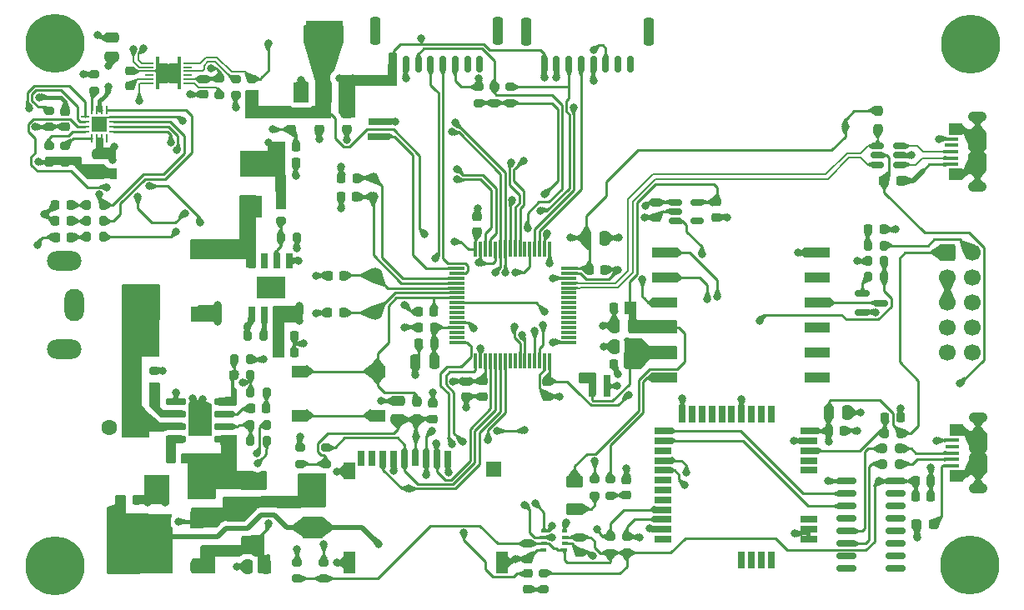
<source format=gbr>
%TF.GenerationSoftware,KiCad,Pcbnew,7.0.6*%
%TF.CreationDate,2023-08-23T22:53:45+03:00*%
%TF.ProjectId,Lorawan_prototype_v1.1,4c6f7261-7761-46e5-9f70-726f746f7479,rev?*%
%TF.SameCoordinates,Original*%
%TF.FileFunction,Copper,L1,Top*%
%TF.FilePolarity,Positive*%
%FSLAX46Y46*%
G04 Gerber Fmt 4.6, Leading zero omitted, Abs format (unit mm)*
G04 Created by KiCad (PCBNEW 7.0.6) date 2023-08-23 22:53:45*
%MOMM*%
%LPD*%
G01*
G04 APERTURE LIST*
G04 Aperture macros list*
%AMRoundRect*
0 Rectangle with rounded corners*
0 $1 Rounding radius*
0 $2 $3 $4 $5 $6 $7 $8 $9 X,Y pos of 4 corners*
0 Add a 4 corners polygon primitive as box body*
4,1,4,$2,$3,$4,$5,$6,$7,$8,$9,$2,$3,0*
0 Add four circle primitives for the rounded corners*
1,1,$1+$1,$2,$3*
1,1,$1+$1,$4,$5*
1,1,$1+$1,$6,$7*
1,1,$1+$1,$8,$9*
0 Add four rect primitives between the rounded corners*
20,1,$1+$1,$2,$3,$4,$5,0*
20,1,$1+$1,$4,$5,$6,$7,0*
20,1,$1+$1,$6,$7,$8,$9,0*
20,1,$1+$1,$8,$9,$2,$3,0*%
G04 Aperture macros list end*
%TA.AperFunction,ComponentPad*%
%ADD10RoundRect,0.250000X-0.600000X-0.600000X0.600000X-0.600000X0.600000X0.600000X-0.600000X0.600000X0*%
%TD*%
%TA.AperFunction,ComponentPad*%
%ADD11C,1.700000*%
%TD*%
%TA.AperFunction,SMDPad,CuDef*%
%ADD12RoundRect,0.200000X0.275000X-0.200000X0.275000X0.200000X-0.275000X0.200000X-0.275000X-0.200000X0*%
%TD*%
%TA.AperFunction,SMDPad,CuDef*%
%ADD13R,0.700000X1.600000*%
%TD*%
%TA.AperFunction,SMDPad,CuDef*%
%ADD14R,1.600000X1.500000*%
%TD*%
%TA.AperFunction,SMDPad,CuDef*%
%ADD15R,1.200000X2.200000*%
%TD*%
%TA.AperFunction,SMDPad,CuDef*%
%ADD16R,1.200000X1.800000*%
%TD*%
%TA.AperFunction,SMDPad,CuDef*%
%ADD17RoundRect,0.237500X0.237500X-0.250000X0.237500X0.250000X-0.237500X0.250000X-0.237500X-0.250000X0*%
%TD*%
%TA.AperFunction,SMDPad,CuDef*%
%ADD18R,2.200000X0.650000*%
%TD*%
%TA.AperFunction,SMDPad,CuDef*%
%ADD19R,2.300000X0.650000*%
%TD*%
%TA.AperFunction,SMDPad,CuDef*%
%ADD20RoundRect,0.200000X-0.275000X0.200000X-0.275000X-0.200000X0.275000X-0.200000X0.275000X0.200000X0*%
%TD*%
%TA.AperFunction,SMDPad,CuDef*%
%ADD21RoundRect,0.218750X-0.256250X0.218750X-0.256250X-0.218750X0.256250X-0.218750X0.256250X0.218750X0*%
%TD*%
%TA.AperFunction,SMDPad,CuDef*%
%ADD22RoundRect,0.250000X0.475000X-0.250000X0.475000X0.250000X-0.475000X0.250000X-0.475000X-0.250000X0*%
%TD*%
%TA.AperFunction,SMDPad,CuDef*%
%ADD23RoundRect,0.225000X-0.250000X0.225000X-0.250000X-0.225000X0.250000X-0.225000X0.250000X0.225000X0*%
%TD*%
%TA.AperFunction,SMDPad,CuDef*%
%ADD24R,0.650000X2.200000*%
%TD*%
%TA.AperFunction,SMDPad,CuDef*%
%ADD25R,0.650000X2.300000*%
%TD*%
%TA.AperFunction,SMDPad,CuDef*%
%ADD26R,2.971000X2.184000*%
%TD*%
%TA.AperFunction,SMDPad,CuDef*%
%ADD27R,0.700000X1.526000*%
%TD*%
%TA.AperFunction,SMDPad,CuDef*%
%ADD28R,2.280000X2.120000*%
%TD*%
%TA.AperFunction,SMDPad,CuDef*%
%ADD29R,2.120000X2.280000*%
%TD*%
%TA.AperFunction,SMDPad,CuDef*%
%ADD30RoundRect,0.250000X0.850000X0.350000X-0.850000X0.350000X-0.850000X-0.350000X0.850000X-0.350000X0*%
%TD*%
%TA.AperFunction,SMDPad,CuDef*%
%ADD31RoundRect,0.249997X2.950003X2.650003X-2.950003X2.650003X-2.950003X-2.650003X2.950003X-2.650003X0*%
%TD*%
%TA.AperFunction,SMDPad,CuDef*%
%ADD32RoundRect,0.250000X1.275000X1.125000X-1.275000X1.125000X-1.275000X-1.125000X1.275000X-1.125000X0*%
%TD*%
%TA.AperFunction,ComponentPad*%
%ADD33C,0.800000*%
%TD*%
%TA.AperFunction,ComponentPad*%
%ADD34C,6.000000*%
%TD*%
%TA.AperFunction,SMDPad,CuDef*%
%ADD35RoundRect,0.218750X-0.218750X-0.256250X0.218750X-0.256250X0.218750X0.256250X-0.218750X0.256250X0*%
%TD*%
%TA.AperFunction,SMDPad,CuDef*%
%ADD36RoundRect,0.225000X0.225000X0.250000X-0.225000X0.250000X-0.225000X-0.250000X0.225000X-0.250000X0*%
%TD*%
%TA.AperFunction,SMDPad,CuDef*%
%ADD37RoundRect,0.237500X-0.237500X0.250000X-0.237500X-0.250000X0.237500X-0.250000X0.237500X0.250000X0*%
%TD*%
%TA.AperFunction,SMDPad,CuDef*%
%ADD38RoundRect,0.200000X0.200000X0.275000X-0.200000X0.275000X-0.200000X-0.275000X0.200000X-0.275000X0*%
%TD*%
%TA.AperFunction,SMDPad,CuDef*%
%ADD39RoundRect,0.150000X0.512500X0.150000X-0.512500X0.150000X-0.512500X-0.150000X0.512500X-0.150000X0*%
%TD*%
%TA.AperFunction,SMDPad,CuDef*%
%ADD40RoundRect,0.200000X-0.200000X-0.275000X0.200000X-0.275000X0.200000X0.275000X-0.200000X0.275000X0*%
%TD*%
%TA.AperFunction,SMDPad,CuDef*%
%ADD41RoundRect,0.250000X-0.250000X-0.475000X0.250000X-0.475000X0.250000X0.475000X-0.250000X0.475000X0*%
%TD*%
%TA.AperFunction,SMDPad,CuDef*%
%ADD42RoundRect,0.225000X-0.225000X-0.250000X0.225000X-0.250000X0.225000X0.250000X-0.225000X0.250000X0*%
%TD*%
%TA.AperFunction,SMDPad,CuDef*%
%ADD43RoundRect,0.150000X-0.587500X-0.150000X0.587500X-0.150000X0.587500X0.150000X-0.587500X0.150000X0*%
%TD*%
%TA.AperFunction,SMDPad,CuDef*%
%ADD44RoundRect,0.096000X0.889000X0.204000X-0.889000X0.204000X-0.889000X-0.204000X0.889000X-0.204000X0*%
%TD*%
%TA.AperFunction,SMDPad,CuDef*%
%ADD45R,2.410000X3.300000*%
%TD*%
%TA.AperFunction,SMDPad,CuDef*%
%ADD46R,2.200000X1.500000*%
%TD*%
%TA.AperFunction,SMDPad,CuDef*%
%ADD47RoundRect,0.250000X-0.475000X0.250000X-0.475000X-0.250000X0.475000X-0.250000X0.475000X0.250000X0*%
%TD*%
%TA.AperFunction,ComponentPad*%
%ADD48R,2.000000X4.000000*%
%TD*%
%TA.AperFunction,ComponentPad*%
%ADD49O,2.000000X3.300000*%
%TD*%
%TA.AperFunction,ComponentPad*%
%ADD50O,3.500000X2.000000*%
%TD*%
%TA.AperFunction,SMDPad,CuDef*%
%ADD51RoundRect,0.218750X0.218750X0.256250X-0.218750X0.256250X-0.218750X-0.256250X0.218750X-0.256250X0*%
%TD*%
%TA.AperFunction,SMDPad,CuDef*%
%ADD52RoundRect,0.225000X0.250000X-0.225000X0.250000X0.225000X-0.250000X0.225000X-0.250000X-0.225000X0*%
%TD*%
%TA.AperFunction,SMDPad,CuDef*%
%ADD53RoundRect,0.250000X0.250000X0.475000X-0.250000X0.475000X-0.250000X-0.475000X0.250000X-0.475000X0*%
%TD*%
%TA.AperFunction,SMDPad,CuDef*%
%ADD54RoundRect,0.150000X-0.825000X-0.150000X0.825000X-0.150000X0.825000X0.150000X-0.825000X0.150000X0*%
%TD*%
%TA.AperFunction,SMDPad,CuDef*%
%ADD55R,0.500000X0.350000*%
%TD*%
%TA.AperFunction,SMDPad,CuDef*%
%ADD56RoundRect,0.150000X-0.512500X-0.150000X0.512500X-0.150000X0.512500X0.150000X-0.512500X0.150000X0*%
%TD*%
%TA.AperFunction,SMDPad,CuDef*%
%ADD57RoundRect,0.237500X-0.287500X-0.237500X0.287500X-0.237500X0.287500X0.237500X-0.287500X0.237500X0*%
%TD*%
%TA.AperFunction,SMDPad,CuDef*%
%ADD58R,1.550000X1.300000*%
%TD*%
%TA.AperFunction,SMDPad,CuDef*%
%ADD59R,0.400000X0.575000*%
%TD*%
%TA.AperFunction,SMDPad,CuDef*%
%ADD60R,0.400000X0.675000*%
%TD*%
%TA.AperFunction,ComponentPad*%
%ADD61C,0.600000*%
%TD*%
%TA.AperFunction,SMDPad,CuDef*%
%ADD62R,1.300000X0.975000*%
%TD*%
%TA.AperFunction,SMDPad,CuDef*%
%ADD63R,2.600000X1.950000*%
%TD*%
%TA.AperFunction,SMDPad,CuDef*%
%ADD64R,0.200000X0.200000*%
%TD*%
%TA.AperFunction,SMDPad,CuDef*%
%ADD65O,0.850000X0.200000*%
%TD*%
%TA.AperFunction,SMDPad,CuDef*%
%ADD66R,2.500000X1.000000*%
%TD*%
%TA.AperFunction,SMDPad,CuDef*%
%ADD67RoundRect,0.237500X0.250000X0.237500X-0.250000X0.237500X-0.250000X-0.237500X0.250000X-0.237500X0*%
%TD*%
%TA.AperFunction,SMDPad,CuDef*%
%ADD68RoundRect,0.075000X-0.700000X-0.075000X0.700000X-0.075000X0.700000X0.075000X-0.700000X0.075000X0*%
%TD*%
%TA.AperFunction,SMDPad,CuDef*%
%ADD69RoundRect,0.075000X-0.075000X-0.700000X0.075000X-0.700000X0.075000X0.700000X-0.075000X0.700000X0*%
%TD*%
%TA.AperFunction,SMDPad,CuDef*%
%ADD70RoundRect,0.150000X-0.150000X-0.700000X0.150000X-0.700000X0.150000X0.700000X-0.150000X0.700000X0*%
%TD*%
%TA.AperFunction,SMDPad,CuDef*%
%ADD71RoundRect,0.250000X-0.250000X-1.150000X0.250000X-1.150000X0.250000X1.150000X-0.250000X1.150000X0*%
%TD*%
%TA.AperFunction,ComponentPad*%
%ADD72C,1.000000*%
%TD*%
%TA.AperFunction,ComponentPad*%
%ADD73R,1.600000X1.600000*%
%TD*%
%TA.AperFunction,ComponentPad*%
%ADD74C,1.600000*%
%TD*%
%TA.AperFunction,SMDPad,CuDef*%
%ADD75RoundRect,0.250000X0.625000X-0.375000X0.625000X0.375000X-0.625000X0.375000X-0.625000X-0.375000X0*%
%TD*%
%TA.AperFunction,SMDPad,CuDef*%
%ADD76R,1.400000X0.400000*%
%TD*%
%TA.AperFunction,ComponentPad*%
%ADD77O,1.900000X1.050000*%
%TD*%
%TA.AperFunction,SMDPad,CuDef*%
%ADD78R,1.450000X1.150000*%
%TD*%
%TA.AperFunction,SMDPad,CuDef*%
%ADD79R,1.900000X1.750000*%
%TD*%
%TA.AperFunction,SMDPad,CuDef*%
%ADD80R,1.800000X0.700000*%
%TD*%
%TA.AperFunction,SMDPad,CuDef*%
%ADD81R,0.700000X1.800000*%
%TD*%
%TA.AperFunction,SMDPad,CuDef*%
%ADD82RoundRect,0.062500X0.062500X-0.375000X0.062500X0.375000X-0.062500X0.375000X-0.062500X-0.375000X0*%
%TD*%
%TA.AperFunction,SMDPad,CuDef*%
%ADD83RoundRect,0.062500X0.375000X-0.062500X0.375000X0.062500X-0.375000X0.062500X-0.375000X-0.062500X0*%
%TD*%
%TA.AperFunction,SMDPad,CuDef*%
%ADD84R,1.600000X1.600000*%
%TD*%
%TA.AperFunction,SMDPad,CuDef*%
%ADD85R,1.500000X2.000000*%
%TD*%
%TA.AperFunction,SMDPad,CuDef*%
%ADD86R,3.800000X2.000000*%
%TD*%
%TA.AperFunction,ComponentPad*%
%ADD87C,1.500000*%
%TD*%
%TA.AperFunction,ViaPad*%
%ADD88C,0.800000*%
%TD*%
%TA.AperFunction,Conductor*%
%ADD89C,0.250000*%
%TD*%
%TA.AperFunction,Conductor*%
%ADD90C,0.500000*%
%TD*%
%TA.AperFunction,Conductor*%
%ADD91C,0.200000*%
%TD*%
%TA.AperFunction,Conductor*%
%ADD92C,0.400000*%
%TD*%
%TA.AperFunction,Conductor*%
%ADD93C,0.100000*%
%TD*%
G04 APERTURE END LIST*
D10*
%TO.P,J3,1,Pin_1*%
%TO.N,+3.3V*%
X192370000Y-84810000D03*
D11*
%TO.P,J3,2,Pin_2*%
%TO.N,SWDIO_STM32*%
X194910000Y-84810000D03*
%TO.P,J3,3,Pin_3*%
%TO.N,GND*%
X192370000Y-87350000D03*
%TO.P,J3,4,Pin_4*%
%TO.N,SWDCLK_STM32*%
X194910000Y-87350000D03*
%TO.P,J3,5,Pin_5*%
%TO.N,GND*%
X192370000Y-89890000D03*
%TO.P,J3,6,Pin_6*%
%TO.N,SWO_STM32*%
X194910000Y-89890000D03*
%TO.P,J3,7,Pin_7*%
%TO.N,unconnected-(J3-Pin_7-Pad7)*%
X192370000Y-92430000D03*
%TO.P,J3,8,Pin_8*%
%TO.N,unconnected-(J3-Pin_8-Pad8)*%
X194910000Y-92430000D03*
%TO.P,J3,9,Pin_9*%
%TO.N,unconnected-(J3-Pin_9-Pad9)*%
X192370000Y-94970000D03*
%TO.P,J3,10,Pin_10*%
%TO.N,unconnected-(J3-Pin_10-Pad10)*%
X194910000Y-94970000D03*
%TD*%
D12*
%TO.P,R40,1*%
%TO.N,+3.3V*%
X126350000Y-117950000D03*
%TO.P,R40,2*%
%TO.N,MISO*%
X126350000Y-116300000D03*
%TD*%
D13*
%TO.P,J7,1,DAT2*%
%TO.N,SD_DET*%
X141680000Y-105740000D03*
%TO.P,J7,2,CD/DAT3*%
%TO.N,NSS*%
X140580000Y-105740000D03*
%TO.P,J7,3,CMD*%
%TO.N,MOSI*%
X139480000Y-105740000D03*
%TO.P,J7,4,VDD*%
%TO.N,+3.3V*%
X138380000Y-105740000D03*
%TO.P,J7,5,CLX*%
%TO.N,SCK*%
X137280000Y-105740000D03*
%TO.P,J7,6,VSS*%
%TO.N,GND*%
X136180000Y-105740000D03*
%TO.P,J7,7,DAT0*%
%TO.N,MISO*%
X135080000Y-105740000D03*
%TO.P,J7,8,DAT1*%
%TO.N,unconnected-(J7-DAT1-Pad8)*%
X133980000Y-105740000D03*
%TO.P,J7,9,CD*%
%TO.N,unconnected-(J7-CD-Pad9)*%
X132880000Y-105740000D03*
D14*
%TO.P,J7,MP1,MP1*%
%TO.N,unconnected-(J7-PadMP1)*%
X146280000Y-106790000D03*
D15*
%TO.P,J7,MP2,MP2*%
%TO.N,GND*%
X147180000Y-116340000D03*
%TO.P,J7,MP3,MP3*%
X131680000Y-116340000D03*
D16*
%TO.P,J7,MP4,MP4*%
X131680000Y-107040000D03*
%TD*%
D17*
%TO.P,R1,1*%
%TO.N,+3.3V*%
X138480000Y-101790000D03*
%TO.P,R1,2*%
%TO.N,/NRST*%
X138480000Y-99965000D03*
%TD*%
D18*
%TO.P,BT1,+*%
%TO.N,VRTC*%
X134660000Y-73010000D03*
D19*
%TO.P,BT1,-*%
%TO.N,GND*%
X134710000Y-71510000D03*
%TD*%
D12*
%TO.P,R39,1*%
%TO.N,+3.3V*%
X129070000Y-117920000D03*
%TO.P,R39,2*%
%TO.N,MOSI*%
X129070000Y-116270000D03*
%TD*%
%TO.P,R38,1*%
%TO.N,+3.3V*%
X126630000Y-106290000D03*
%TO.P,R38,2*%
%TO.N,NSS*%
X126630000Y-104640000D03*
%TD*%
%TO.P,R37,1*%
%TO.N,+3.3V*%
X129250000Y-106280000D03*
%TO.P,R37,2*%
%TO.N,SCK*%
X129250000Y-104630000D03*
%TD*%
D20*
%TO.P,R36,1*%
%TO.N,+3.3V*%
X151390000Y-117410000D03*
%TO.P,R36,2*%
%TO.N,Net-(D12-A)*%
X151390000Y-119060000D03*
%TD*%
D21*
%TO.P,D12,1,K*%
%TO.N,SD_DET*%
X149770000Y-117450000D03*
%TO.P,D12,2,A*%
%TO.N,Net-(D12-A)*%
X149770000Y-119025000D03*
%TD*%
D22*
%TO.P,C44,1*%
%TO.N,+3.3V*%
X136610000Y-101790000D03*
%TO.P,C44,2*%
%TO.N,GND*%
X136610000Y-99890000D03*
%TD*%
D23*
%TO.P,C43,1*%
%TO.N,GND*%
X140130000Y-100180000D03*
%TO.P,C43,2*%
%TO.N,+3.3V*%
X140130000Y-101730000D03*
%TD*%
D24*
%TO.P,BT3,+*%
%TO.N,GPS_VBCKP*%
X156310000Y-98330000D03*
D25*
%TO.P,BT3,-*%
%TO.N,GND*%
X157810000Y-98380000D03*
%TD*%
D26*
%TO.P,U11,9*%
%TO.N,N/C*%
X123685000Y-88348000D03*
D27*
%TO.P,U11,8,LX*%
%TO.N,/XX*%
X121780000Y-85636000D03*
%TO.P,U11,7,NC*%
%TO.N,unconnected-(U11-NC-Pad7)*%
X123050000Y-85636000D03*
%TO.P,U11,6,FB*%
%TO.N,/FB1*%
X124320000Y-85636000D03*
%TO.P,U11,5,GND*%
%TO.N,GND*%
X125590000Y-85636000D03*
%TO.P,U11,4,EN*%
%TO.N,VIN*%
X125590000Y-91060000D03*
%TO.P,U11,3,VCC*%
X124320000Y-91060000D03*
%TO.P,U11,2,OC*%
%TO.N,Net-(U11-OC)*%
X123050000Y-91060000D03*
%TO.P,U11,1,PGND*%
%TO.N,GND*%
X121780000Y-91060000D03*
%TD*%
D12*
%TO.P,R35,2*%
%TO.N,BAT_STATUS*%
X121750000Y-67180000D03*
%TO.P,R35,1*%
%TO.N,+3.3V*%
X121750000Y-68830000D03*
%TD*%
D20*
%TO.P,R34,2*%
%TO.N,GND*%
X120110000Y-68820000D03*
%TO.P,R34,1*%
%TO.N,Net-(U7-BIN)*%
X120110000Y-67170000D03*
%TD*%
D28*
%TO.P,D3,2,A*%
%TO.N,GND*%
X112240000Y-108620000D03*
%TO.P,D3,1,K*%
%TO.N,/SW*%
X116570000Y-108620000D03*
%TD*%
D29*
%TO.P,D10,1,K*%
%TO.N,+5V*%
X121770000Y-75830000D03*
%TO.P,D10,2,A*%
%TO.N,/XX*%
X121770000Y-80160000D03*
%TD*%
%TO.P,D4,2,A*%
%TO.N,VUSB*%
X127950000Y-112720000D03*
%TO.P,D4,1,K*%
%TO.N,5V_REG*%
X127950000Y-108390000D03*
%TD*%
D30*
%TO.P,Q1,1,D*%
%TO.N,/X*%
X116605000Y-116735000D03*
%TO.P,Q1,3,S*%
%TO.N,5V_REG*%
X116605000Y-112175000D03*
D31*
%TO.P,Q1,2,G*%
%TO.N,VUSB*%
X110305000Y-114455000D03*
D32*
X108630000Y-112930000D03*
X111980000Y-115980000D03*
X108630000Y-115980000D03*
X111980000Y-112930000D03*
%TD*%
D33*
%TO.P,H3,1,1*%
%TO.N,unconnected-(H3-Pad1)*%
X99489010Y-63600990D03*
X100148020Y-62010000D03*
X100148020Y-65191980D03*
X101739010Y-61350990D03*
D34*
X101739010Y-63600990D03*
D33*
X101739010Y-65850990D03*
X103330000Y-62010000D03*
X103330000Y-65191980D03*
X103989010Y-63600990D03*
%TD*%
D12*
%TO.P,R33,1*%
%TO.N,+3.3V*%
X146370000Y-69620000D03*
%TO.P,R33,2*%
%TO.N,PM_SENSOR2_SET*%
X146370000Y-67970000D03*
%TD*%
D33*
%TO.P,H1,1,1*%
%TO.N,unconnected-(H1-Pad1)*%
X192380000Y-116540000D03*
X193039010Y-114949010D03*
X193039010Y-118130990D03*
X194630000Y-114290000D03*
D34*
X194630000Y-116540000D03*
D33*
X194630000Y-118790000D03*
X196220990Y-114949010D03*
X196220990Y-118130990D03*
X196880000Y-116540000D03*
%TD*%
D23*
%TO.P,C15,1*%
%TO.N,+3.3V*%
X143530000Y-97900000D03*
%TO.P,C15,2*%
%TO.N,GND*%
X143530000Y-99450000D03*
%TD*%
D35*
%TO.P,L2,1,1*%
%TO.N,+3.3V*%
X138710000Y-92430000D03*
%TO.P,L2,2,2*%
%TO.N,+3.3VA*%
X140285000Y-92430000D03*
%TD*%
D36*
%TO.P,C27,1*%
%TO.N,GPS_3.3V*%
X160090000Y-90390000D03*
%TO.P,C27,2*%
%TO.N,GND*%
X158540000Y-90390000D03*
%TD*%
D37*
%TO.P,R5,1*%
%TO.N,+3.3V*%
X185310000Y-70420000D03*
%TO.P,R5,2*%
%TO.N,USB_D+*%
X185310000Y-72245000D03*
%TD*%
D38*
%TO.P,R2,1*%
%TO.N,SWDIO_STM32*%
X185950000Y-84110000D03*
%TO.P,R2,2*%
%TO.N,Net-(D2-A)*%
X184300000Y-84110000D03*
%TD*%
%TO.P,R10,1*%
%TO.N,/X*%
X121610000Y-95680000D03*
%TO.P,R10,2*%
%TO.N,FB*%
X119960000Y-95680000D03*
%TD*%
D39*
%TO.P,U1,1,I/O1*%
%TO.N,USB_CONN_D-*%
X187570000Y-75900000D03*
%TO.P,U1,2,GND*%
%TO.N,GND*%
X187570000Y-74950000D03*
%TO.P,U1,3,I/O2*%
%TO.N,USB_CONN_D+*%
X187570000Y-74000000D03*
%TO.P,U1,4,I/O2*%
%TO.N,USB_D+*%
X185295000Y-74000000D03*
%TO.P,U1,5,VBUS*%
%TO.N,VUSB*%
X185295000Y-74950000D03*
%TO.P,U1,6,I/O1*%
%TO.N,USB_D-*%
X185295000Y-75900000D03*
%TD*%
D40*
%TO.P,R8,1*%
%TO.N,VUSB*%
X108430000Y-109950000D03*
%TO.P,R8,2*%
%TO.N,GND*%
X110080000Y-109950000D03*
%TD*%
D41*
%TO.P,C26,1*%
%TO.N,+3.3V*%
X180330000Y-101090000D03*
%TO.P,C26,2*%
%TO.N,GND*%
X182230000Y-101090000D03*
%TD*%
D38*
%TO.P,R26,1*%
%TO.N,Net-(U11-OC)*%
X122940000Y-93270000D03*
%TO.P,R26,2*%
%TO.N,GND*%
X121290000Y-93270000D03*
%TD*%
D42*
%TO.P,C38,1,1*%
%TO.N,+5V*%
X124690000Y-75710000D03*
%TO.P,C38,2,2*%
%TO.N,GND*%
X126240000Y-75710000D03*
%TD*%
%TO.P,C8,1,1*%
%TO.N,Net-(U2-COMP)*%
X121670000Y-100690000D03*
%TO.P,C8,2,2*%
%TO.N,Net-(C8-Pad2)*%
X123220000Y-100690000D03*
%TD*%
D36*
%TO.P,C3,1*%
%TO.N,Net-(U3-PD0)*%
X131060000Y-87150000D03*
%TO.P,C3,2*%
%TO.N,GND*%
X129510000Y-87150000D03*
%TD*%
D38*
%TO.P,R6,1*%
%TO.N,Net-(C8-Pad2)*%
X123270000Y-99020000D03*
%TO.P,R6,2*%
%TO.N,GND*%
X121620000Y-99020000D03*
%TD*%
D43*
%TO.P,Q2,1,B*%
%TO.N,Net-(Q2-B)*%
X183755000Y-88990000D03*
%TO.P,Q2,2,E*%
%TO.N,GND*%
X183755000Y-90890000D03*
%TO.P,Q2,3,C*%
%TO.N,GPS_RESET*%
X185630000Y-89940000D03*
%TD*%
D38*
%TO.P,R18,2*%
%TO.N,Net-(D6-K)*%
X105030000Y-81630000D03*
%TO.P,R18,1*%
%TO.N,Net-(U4-~{CHG})*%
X106680000Y-81630000D03*
%TD*%
D44*
%TO.P,U2,1,SW*%
%TO.N,/SW*%
X118980000Y-103780000D03*
%TO.P,U2,2,EN*%
%TO.N,/EN*%
X118980000Y-102510000D03*
%TO.P,U2,3,COMP*%
%TO.N,Net-(U2-COMP)*%
X118980000Y-101240000D03*
%TO.P,U2,4,FB*%
%TO.N,FB*%
X118980000Y-99970000D03*
%TO.P,U2,5,GND*%
%TO.N,GND*%
X114030000Y-99970000D03*
%TO.P,U2,6,FREQ*%
%TO.N,/FREQ*%
X114030000Y-101240000D03*
%TO.P,U2,7,VIN*%
%TO.N,/DCIN-(5:12V)*%
X114030000Y-102510000D03*
%TO.P,U2,8,BST*%
%TO.N,/BST*%
X114030000Y-103780000D03*
D45*
%TO.P,U2,9,GND*%
%TO.N,GND*%
X116505000Y-101875000D03*
%TD*%
D46*
%TO.P,L1,1,1*%
%TO.N,/X*%
X121870000Y-114370000D03*
%TO.P,L1,2,2*%
%TO.N,/SW*%
X121870000Y-107970000D03*
%TD*%
D23*
%TO.P,C41,1*%
%TO.N,+3.3V*%
X155010000Y-113740000D03*
%TO.P,C41,2*%
%TO.N,GND*%
X155010000Y-115290000D03*
%TD*%
D20*
%TO.P,R14,1*%
%TO.N,/TMR*%
X101170000Y-70420000D03*
%TO.P,R14,2*%
%TO.N,GND*%
X101170000Y-72070000D03*
%TD*%
D47*
%TO.P,C21,1*%
%TO.N,VBAT*%
X106280000Y-74830000D03*
%TO.P,C21,2*%
%TO.N,GND*%
X106280000Y-76730000D03*
%TD*%
D48*
%TO.P,J2,1*%
%TO.N,/DCIN-(5:12V)*%
X109700000Y-90170000D03*
D49*
%TO.P,J2,2*%
%TO.N,GND*%
X103700000Y-90170000D03*
D50*
%TO.P,J2,MP*%
%TO.N,N/C*%
X102700000Y-85670000D03*
X102700000Y-94670000D03*
%TD*%
D23*
%TO.P,C42,1*%
%TO.N,+3.3V*%
X149780000Y-114400000D03*
%TO.P,C42,2*%
%TO.N,GND*%
X149780000Y-115950000D03*
%TD*%
D38*
%TO.P,R17,1*%
%TO.N,+3.3V*%
X187650000Y-103180000D03*
%TO.P,R17,2*%
%TO.N,RAK11720_RST*%
X186000000Y-103180000D03*
%TD*%
D51*
%TO.P,D2,1,K*%
%TO.N,GND*%
X185905000Y-82450000D03*
%TO.P,D2,2,A*%
%TO.N,Net-(D2-A)*%
X184330000Y-82450000D03*
%TD*%
D23*
%TO.P,C11,1*%
%TO.N,+3.3V*%
X151730000Y-97900000D03*
%TO.P,C11,2*%
%TO.N,GND*%
X151730000Y-99450000D03*
%TD*%
D52*
%TO.P,C29,1,1*%
%TO.N,+1V8*%
X109430000Y-67880000D03*
%TO.P,C29,2,2*%
%TO.N,GND*%
X109430000Y-66330000D03*
%TD*%
D22*
%TO.P,C22,1*%
%TO.N,VIN*%
X107570000Y-64880000D03*
%TO.P,C22,2*%
%TO.N,GND*%
X107570000Y-62980000D03*
%TD*%
D36*
%TO.P,C2,2*%
%TO.N,GND*%
X130852113Y-77270000D03*
%TO.P,C2,1*%
%TO.N,/LSE_IN*%
X132402113Y-77270000D03*
%TD*%
%TO.P,C14,1*%
%TO.N,+3.3VA*%
X140280000Y-94070000D03*
%TO.P,C14,2*%
%TO.N,GND*%
X138730000Y-94070000D03*
%TD*%
D51*
%TO.P,D6,2,A*%
%TO.N,VIN*%
X101810000Y-81630000D03*
%TO.P,D6,1,K*%
%TO.N,Net-(D6-K)*%
X103385000Y-81630000D03*
%TD*%
D42*
%TO.P,C34,1*%
%TO.N,+3.3V*%
X189160000Y-109630000D03*
%TO.P,C34,2*%
%TO.N,GND*%
X190710000Y-109630000D03*
%TD*%
D53*
%TO.P,C25,1*%
%TO.N,GPS_3.3V*%
X160460000Y-92240000D03*
%TO.P,C25,2*%
%TO.N,GND*%
X158560000Y-92240000D03*
%TD*%
D42*
%TO.P,C18,1*%
%TO.N,RAK11720_RST*%
X186055000Y-101610000D03*
%TO.P,C18,2*%
%TO.N,GND*%
X187605000Y-101610000D03*
%TD*%
%TO.P,C30,1*%
%TO.N,+3.3V*%
X189160000Y-108030000D03*
%TO.P,C30,2*%
%TO.N,GND*%
X190710000Y-108030000D03*
%TD*%
D12*
%TO.P,R23,1*%
%TO.N,Net-(D7-K)*%
X156580000Y-109500000D03*
%TO.P,R23,2*%
%TO.N,GPS_VBCKP*%
X156580000Y-107850000D03*
%TD*%
D54*
%TO.P,U9,1,GND*%
%TO.N,GND*%
X182140000Y-108030000D03*
%TO.P,U9,2,TXD*%
%TO.N,RAK11720_UART1_RX*%
X182140000Y-109300000D03*
%TO.P,U9,3,RXD*%
%TO.N,RAK11720_UART1_TX*%
X182140000Y-110570000D03*
%TO.P,U9,4,V3*%
%TO.N,unconnected-(U9-V3-Pad4)*%
X182140000Y-111840000D03*
%TO.P,U9,5,UD+*%
%TO.N,Net-(U9-UD+)*%
X182140000Y-113110000D03*
%TO.P,U9,6,UD-*%
%TO.N,Net-(U9-UD-)*%
X182140000Y-114380000D03*
%TO.P,U9,7,XI*%
%TO.N,unconnected-(U9-XI-Pad7)*%
X182140000Y-115650000D03*
%TO.P,U9,8,XO*%
%TO.N,unconnected-(U9-XO-Pad8)*%
X182140000Y-116920000D03*
%TO.P,U9,9,~{CTS}*%
%TO.N,unconnected-(U9-~{CTS}-Pad9)*%
X187090000Y-116920000D03*
%TO.P,U9,10,~{DSR}*%
%TO.N,unconnected-(U9-~{DSR}-Pad10)*%
X187090000Y-115650000D03*
%TO.P,U9,11,~{RI}*%
%TO.N,unconnected-(U9-~{RI}-Pad11)*%
X187090000Y-114380000D03*
%TO.P,U9,12,~{DCD}*%
%TO.N,unconnected-(U9-~{DCD}-Pad12)*%
X187090000Y-113110000D03*
%TO.P,U9,13,~{DTR}*%
%TO.N,unconnected-(U9-~{DTR}-Pad13)*%
X187090000Y-111840000D03*
%TO.P,U9,14,~{RTS}*%
%TO.N,unconnected-(U9-~{RTS}-Pad14)*%
X187090000Y-110570000D03*
%TO.P,U9,15,R232*%
%TO.N,unconnected-(U9-R232-Pad15)*%
X187090000Y-109300000D03*
%TO.P,U9,16,VCC*%
%TO.N,+3.3V*%
X187090000Y-108030000D03*
%TD*%
D36*
%TO.P,C4,1*%
%TO.N,Net-(U3-PD1)*%
X131050000Y-90940000D03*
%TO.P,C4,2*%
%TO.N,GND*%
X129500000Y-90940000D03*
%TD*%
D40*
%TO.P,R21,1*%
%TO.N,GND*%
X184295000Y-85690000D03*
%TO.P,R21,2*%
%TO.N,GPS_RESET_PIN*%
X185945000Y-85690000D03*
%TD*%
D36*
%TO.P,C1,1*%
%TO.N,/NRST*%
X140250000Y-90840000D03*
%TO.P,C1,2*%
%TO.N,GND*%
X138700000Y-90840000D03*
%TD*%
D55*
%TO.P,U12,1,GND*%
%TO.N,GND*%
X151430000Y-115040000D03*
%TO.P,U12,2,CSB*%
%TO.N,+3.3V*%
X151430000Y-114390000D03*
%TO.P,U12,3,SDI*%
%TO.N,SDA*%
X151430000Y-113740000D03*
%TO.P,U12,4,SCK*%
%TO.N,SCL*%
X151430000Y-113090000D03*
%TO.P,U12,5,SDO*%
%TO.N,GND*%
X153480000Y-113090000D03*
%TO.P,U12,6,VDDIO*%
%TO.N,+3.3V*%
X153480000Y-113740000D03*
%TO.P,U12,7,GND*%
%TO.N,GND*%
X153480000Y-114390000D03*
%TO.P,U12,8,VDD*%
%TO.N,+3.3V*%
X153480000Y-115040000D03*
%TD*%
D56*
%TO.P,U5,1,VIN*%
%TO.N,+5V*%
X164725000Y-79700000D03*
%TO.P,U5,2,GND*%
%TO.N,GND*%
X164725000Y-80650000D03*
%TO.P,U5,3,EN*%
%TO.N,GPS_EN*%
X164725000Y-81600000D03*
%TO.P,U5,4,NC*%
%TO.N,unconnected-(U5-NC-Pad4)*%
X167000000Y-81600000D03*
%TO.P,U5,5,VOUT*%
%TO.N,GPS_3.3V*%
X167000000Y-79700000D03*
%TD*%
D36*
%TO.P,C5,2*%
%TO.N,GND*%
X130827113Y-79170000D03*
%TO.P,C5,1*%
%TO.N,/LSE_OUT*%
X132377113Y-79170000D03*
%TD*%
D57*
%TO.P,D1,2,A*%
%TO.N,Net-(D1-A)*%
X187710000Y-77500000D03*
%TO.P,D1,1,K*%
%TO.N,VUSB*%
X185960000Y-77500000D03*
%TD*%
D12*
%TO.P,R4,1*%
%TO.N,/FREQ*%
X111890000Y-98480000D03*
%TO.P,R4,2*%
%TO.N,GND*%
X111890000Y-96830000D03*
%TD*%
D36*
%TO.P,C7,1,1*%
%TO.N,/SW*%
X115070000Y-105700000D03*
%TO.P,C7,2,2*%
%TO.N,/BST*%
X113520000Y-105700000D03*
%TD*%
D58*
%TO.P,SW1,1,A*%
%TO.N,unconnected-(SW1-A-Pad1)*%
X134520000Y-101390000D03*
X126560000Y-101390000D03*
%TO.P,SW1,2,B*%
%TO.N,/NRST*%
X134520000Y-96890000D03*
X126560000Y-96890000D03*
%TD*%
D59*
%TO.P,U7,13,PAD*%
%TO.N,GND*%
X114375000Y-67965000D03*
D60*
X114375000Y-67912500D03*
X114375000Y-65287500D03*
D59*
X114375000Y-65235000D03*
D61*
X114175000Y-67100000D03*
X114175000Y-66100000D03*
D62*
X113925000Y-67087500D03*
X113925000Y-66112500D03*
D61*
X113275000Y-67100000D03*
D63*
X113275000Y-66600000D03*
D61*
X113275000Y-66100000D03*
D62*
X112625000Y-67087500D03*
X112625000Y-66112500D03*
D61*
X112375000Y-67100000D03*
X112375000Y-66100000D03*
D59*
X112175000Y-67965000D03*
D60*
X112175000Y-67912500D03*
X112175000Y-65287500D03*
D59*
X112175000Y-65235000D03*
D64*
%TO.P,U7,12,GPOUT*%
%TO.N,BAT_STATUS*%
X115575000Y-65600000D03*
D65*
X115250000Y-65600000D03*
D64*
%TO.P,U7,11,NC*%
%TO.N,unconnected-(U7-NC-Pad11)*%
X115575000Y-66000000D03*
D65*
X115250000Y-66000000D03*
D64*
%TO.P,U7,10,BIN*%
%TO.N,Net-(U7-BIN)*%
X115575000Y-66400000D03*
D65*
X115250000Y-66400000D03*
D64*
%TO.P,U7,9,NC*%
%TO.N,unconnected-(U7-NC-Pad9)*%
X115575000Y-66800000D03*
D65*
X115250000Y-66800000D03*
D64*
%TO.P,U7,8,SRP*%
%TO.N,VBAT*%
X115575000Y-67200000D03*
D65*
X115250000Y-67200000D03*
D64*
%TO.P,U7,7,SRN*%
%TO.N,Net-(U7-SRN)*%
X115575000Y-67600000D03*
D65*
X115250000Y-67600000D03*
%TO.P,U7,6,BAT*%
%TO.N,VBAT*%
X111300000Y-67600000D03*
D64*
X110975000Y-67600000D03*
D65*
%TO.P,U7,5,V_{DD}*%
%TO.N,+1V8*%
X111300000Y-67200000D03*
D64*
X110975000Y-67200000D03*
D65*
%TO.P,U7,4,NC*%
%TO.N,unconnected-(U7-NC-Pad4)*%
X111300000Y-66800000D03*
D64*
X110975000Y-66800000D03*
D65*
%TO.P,U7,3,V_{SS}*%
%TO.N,GND*%
X111300000Y-66400000D03*
D64*
X110975000Y-66400000D03*
D65*
%TO.P,U7,2,SCL*%
%TO.N,SCL*%
X111300000Y-66000000D03*
D64*
X110975000Y-66000000D03*
D65*
%TO.P,U7,1,SDA*%
%TO.N,SDA*%
X111300000Y-65600000D03*
D64*
X110975000Y-65600000D03*
%TD*%
D23*
%TO.P,C10,1*%
%TO.N,+3.3V*%
X145210000Y-97890000D03*
%TO.P,C10,2*%
%TO.N,GND*%
X145210000Y-99440000D03*
%TD*%
D40*
%TO.P,R19,1*%
%TO.N,Net-(D5-K)*%
X105010000Y-79990000D03*
%TO.P,R19,2*%
%TO.N,PGOOD*%
X106660000Y-79990000D03*
%TD*%
D23*
%TO.P,C24,1*%
%TO.N,GPS_3.3V*%
X168920000Y-79690000D03*
%TO.P,C24,2*%
%TO.N,GND*%
X168920000Y-81240000D03*
%TD*%
D42*
%TO.P,C40,1,1*%
%TO.N,+5V*%
X124690000Y-74090000D03*
%TO.P,C40,2,2*%
%TO.N,GND*%
X126240000Y-74090000D03*
%TD*%
D12*
%TO.P,R12,1*%
%TO.N,+3.3V*%
X158150000Y-115340000D03*
%TO.P,R12,2*%
%TO.N,SCL*%
X158150000Y-113690000D03*
%TD*%
D23*
%TO.P,C32,1*%
%TO.N,+5V*%
X131390000Y-70720000D03*
%TO.P,C32,2*%
%TO.N,GND*%
X131390000Y-72270000D03*
%TD*%
%TO.P,C39,1*%
%TO.N,+3.3V*%
X125770000Y-70770000D03*
%TO.P,C39,2*%
%TO.N,GND*%
X125770000Y-72320000D03*
%TD*%
D40*
%TO.P,R30,1*%
%TO.N,/FB1*%
X124680000Y-83310000D03*
%TO.P,R30,2*%
%TO.N,GND*%
X126330000Y-83310000D03*
%TD*%
D66*
%TO.P,U8,1,RXD1*%
%TO.N,USART3_TX*%
X163660000Y-84840000D03*
%TO.P,U8,2,TXD1*%
%TO.N,USART3_RX*%
X163660000Y-87380000D03*
%TO.P,U8,3,GND*%
%TO.N,GND*%
X163660000Y-89920000D03*
%TO.P,U8,4,VCC*%
%TO.N,GPS_3.3V*%
X163660000Y-92460000D03*
%TO.P,U8,5,V_BCKP*%
%TO.N,GPS_VBCKP*%
X163660000Y-95000000D03*
%TO.P,U8,6,1PPS*%
%TO.N,GPS_IPPS*%
X163660000Y-97540000D03*
%TO.P,U8,7,RESERVED*%
%TO.N,GPS_TIMER*%
X179160000Y-97540000D03*
%TO.P,U8,8,RESERVED*%
%TO.N,unconnected-(U8-RESERVED-Pad8)*%
X179160000Y-95000000D03*
%TO.P,U8,9,NC*%
%TO.N,unconnected-(U8-NC-Pad9)*%
X179160000Y-92460000D03*
%TO.P,U8,10,~{RESET}*%
%TO.N,GPS_RESET*%
X179160000Y-89920000D03*
%TO.P,U8,11,RESERVED*%
%TO.N,unconnected-(U8-RESERVED-Pad11)*%
X179160000Y-87380000D03*
%TO.P,U8,12,GND*%
%TO.N,GND*%
X179160000Y-84840000D03*
%TD*%
D23*
%TO.P,C37,2*%
%TO.N,GND*%
X128590000Y-72300000D03*
%TO.P,C37,1*%
%TO.N,+3.3V*%
X128590000Y-70750000D03*
%TD*%
D67*
%TO.P,R24,1*%
%TO.N,Net-(J4-D+)*%
X187580000Y-104750000D03*
%TO.P,R24,2*%
%TO.N,Net-(U9-UD+)*%
X185755000Y-104750000D03*
%TD*%
D42*
%TO.P,C28,1*%
%TO.N,+3.3V*%
X180340000Y-102930000D03*
%TO.P,C28,2*%
%TO.N,GND*%
X181890000Y-102930000D03*
%TD*%
D53*
%TO.P,C35,1*%
%TO.N,GPS_VBCKP*%
X160460000Y-94370000D03*
%TO.P,C35,2*%
%TO.N,GND*%
X158560000Y-94370000D03*
%TD*%
D23*
%TO.P,C20,1*%
%TO.N,+5V*%
X162830000Y-79700000D03*
%TO.P,C20,2*%
%TO.N,GND*%
X162830000Y-81250000D03*
%TD*%
D42*
%TO.P,C12,1*%
%TO.N,+3.3V*%
X156040000Y-86560000D03*
%TO.P,C12,2*%
%TO.N,GND*%
X157590000Y-86560000D03*
%TD*%
D41*
%TO.P,C16,1*%
%TO.N,+3.3V*%
X155710000Y-83340000D03*
%TO.P,C16,2*%
%TO.N,GND*%
X157610000Y-83340000D03*
%TD*%
D68*
%TO.P,U3,1,VBAT*%
%TO.N,VRTC*%
X142555000Y-86420000D03*
%TO.P,U3,2,PC13*%
%TO.N,UART5_RX*%
X142555000Y-86920000D03*
%TO.P,U3,3,PC14*%
%TO.N,/LSE_IN*%
X142555000Y-87420000D03*
%TO.P,U3,4,PC15*%
%TO.N,/LSE_OUT*%
X142555000Y-87920000D03*
%TO.P,U3,5,PD0*%
%TO.N,Net-(U3-PD0)*%
X142555000Y-88420000D03*
%TO.P,U3,6,PD1*%
%TO.N,Net-(U3-PD1)*%
X142555000Y-88920000D03*
%TO.P,U3,7,NRST*%
%TO.N,/NRST*%
X142555000Y-89420000D03*
%TO.P,U3,8,PC0*%
%TO.N,SWO_STM32*%
X142555000Y-89920000D03*
%TO.P,U3,9,PC1*%
%TO.N,unconnected-(U3-PC1-Pad9)*%
X142555000Y-90420000D03*
%TO.P,U3,10,PC2*%
%TO.N,unconnected-(U3-PC2-Pad10)*%
X142555000Y-90920000D03*
%TO.P,U3,11,PC3*%
%TO.N,unconnected-(U3-PC3-Pad11)*%
X142555000Y-91420000D03*
%TO.P,U3,12,VSSA*%
%TO.N,GND*%
X142555000Y-91920000D03*
%TO.P,U3,13,VDDA*%
%TO.N,+3.3VA*%
X142555000Y-92420000D03*
%TO.P,U3,14,PA0*%
%TO.N,unconnected-(U3-PA0-Pad14)*%
X142555000Y-92920000D03*
%TO.P,U3,15,PA1*%
%TO.N,unconnected-(U3-PA1-Pad15)*%
X142555000Y-93420000D03*
%TO.P,U3,16,PA2*%
%TO.N,RAK11720_UART0_RX*%
X142555000Y-93920000D03*
D69*
%TO.P,U3,17,PA3*%
%TO.N,RAK11720_UART0_TX*%
X144480000Y-95845000D03*
%TO.P,U3,18,VSS*%
%TO.N,GND*%
X144980000Y-95845000D03*
%TO.P,U3,19,VDD*%
%TO.N,+3.3V*%
X145480000Y-95845000D03*
%TO.P,U3,20,PA4*%
%TO.N,NSS*%
X145980000Y-95845000D03*
%TO.P,U3,21,PA5*%
%TO.N,SCK*%
X146480000Y-95845000D03*
%TO.P,U3,22,PA6*%
%TO.N,MISO*%
X146980000Y-95845000D03*
%TO.P,U3,23,PA7*%
%TO.N,MOSI*%
X147480000Y-95845000D03*
%TO.P,U3,24,PC4*%
%TO.N,unconnected-(U3-PC4-Pad24)*%
X147980000Y-95845000D03*
%TO.P,U3,25,PC5*%
%TO.N,unconnected-(U3-PC5-Pad25)*%
X148480000Y-95845000D03*
%TO.P,U3,26,PB0*%
%TO.N,PM_SENSOR2_SET*%
X148980000Y-95845000D03*
%TO.P,U3,27,PB1*%
%TO.N,PM_SENSOR1_SET*%
X149480000Y-95845000D03*
%TO.P,U3,28,PB2*%
%TO.N,unconnected-(U3-PB2-Pad28)*%
X149980000Y-95845000D03*
%TO.P,U3,29,PB10*%
%TO.N,USART3_TX*%
X150480000Y-95845000D03*
%TO.P,U3,30,PB11*%
%TO.N,USART3_RX*%
X150980000Y-95845000D03*
%TO.P,U3,31,VSS*%
%TO.N,GND*%
X151480000Y-95845000D03*
%TO.P,U3,32,VDD*%
%TO.N,+3.3V*%
X151980000Y-95845000D03*
D68*
%TO.P,U3,33,PB12*%
%TO.N,GPS_RESET_PIN*%
X153905000Y-93920000D03*
%TO.P,U3,34,PB13*%
%TO.N,unconnected-(U3-PB13-Pad34)*%
X153905000Y-93420000D03*
%TO.P,U3,35,PB14*%
%TO.N,unconnected-(U3-PB14-Pad35)*%
X153905000Y-92920000D03*
%TO.P,U3,36,PB15*%
%TO.N,unconnected-(U3-PB15-Pad36)*%
X153905000Y-92420000D03*
%TO.P,U3,37,PC6*%
%TO.N,unconnected-(U3-PC6-Pad37)*%
X153905000Y-91920000D03*
%TO.P,U3,38,PC7*%
%TO.N,unconnected-(U3-PC7-Pad38)*%
X153905000Y-91420000D03*
%TO.P,U3,39,PC8*%
%TO.N,unconnected-(U3-PC8-Pad39)*%
X153905000Y-90920000D03*
%TO.P,U3,40,PC9*%
%TO.N,unconnected-(U3-PC9-Pad40)*%
X153905000Y-90420000D03*
%TO.P,U3,41,PA8*%
%TO.N,unconnected-(U3-PA8-Pad41)*%
X153905000Y-89920000D03*
%TO.P,U3,42,PA9*%
%TO.N,USART1_TX*%
X153905000Y-89420000D03*
%TO.P,U3,43,PA10*%
%TO.N,USART1_RX*%
X153905000Y-88920000D03*
%TO.P,U3,44,PA11*%
%TO.N,USB_D-*%
X153905000Y-88420000D03*
%TO.P,U3,45,PA12*%
%TO.N,USB_D+*%
X153905000Y-87920000D03*
%TO.P,U3,46,PA13*%
%TO.N,SWDIO_STM32*%
X153905000Y-87420000D03*
%TO.P,U3,47,VSS*%
%TO.N,GND*%
X153905000Y-86920000D03*
%TO.P,U3,48,VDD*%
%TO.N,+3.3V*%
X153905000Y-86420000D03*
D69*
%TO.P,U3,49,PA14*%
%TO.N,SWDCLK_STM32*%
X151980000Y-84495000D03*
%TO.P,U3,50,PA15*%
%TO.N,GPS_EN*%
X151480000Y-84495000D03*
%TO.P,U3,51,PC10*%
%TO.N,UART4_TX*%
X150980000Y-84495000D03*
%TO.P,U3,52,PC11*%
%TO.N,UART4_RX*%
X150480000Y-84495000D03*
%TO.P,U3,53,PC12*%
%TO.N,UART5_TX*%
X149980000Y-84495000D03*
%TO.P,U3,54,PD2*%
%TO.N,unconnected-(U3-PD2-Pad54)*%
X149480000Y-84495000D03*
%TO.P,U3,55,PB3*%
%TO.N,EN2*%
X148980000Y-84495000D03*
%TO.P,U3,56,PB4*%
%TO.N,EN1*%
X148480000Y-84495000D03*
%TO.P,U3,57,PB5*%
%TO.N,BAT_STATUS*%
X147980000Y-84495000D03*
%TO.P,U3,58,PB6*%
%TO.N,SCL*%
X147480000Y-84495000D03*
%TO.P,U3,59,PB7*%
%TO.N,SDA*%
X146980000Y-84495000D03*
%TO.P,U3,60,BOOT0*%
%TO.N,GND*%
X146480000Y-84495000D03*
%TO.P,U3,61,PB8*%
%TO.N,SYSOFF*%
X145980000Y-84495000D03*
%TO.P,U3,62,PB9*%
%TO.N,PGOOD*%
X145480000Y-84495000D03*
%TO.P,U3,63,VSS*%
%TO.N,GND*%
X144980000Y-84495000D03*
%TO.P,U3,64,VDD*%
%TO.N,+3.3V*%
X144480000Y-84495000D03*
%TD*%
D12*
%TO.P,R32,1*%
%TO.N,+3.3V*%
X148010000Y-69630000D03*
%TO.P,R32,2*%
%TO.N,PM_SENSOR1_SET*%
X148010000Y-67980000D03*
%TD*%
D70*
%TO.P,J5,1,VCC*%
%TO.N,+5V*%
X151440000Y-65700000D03*
%TO.P,J5,2,GND*%
%TO.N,GND*%
X152690000Y-65700000D03*
%TO.P,J5,3,SET*%
%TO.N,PM_SENSOR1_SET*%
X153940000Y-65700000D03*
%TO.P,J5,4,RX*%
%TO.N,UART4_TX*%
X155190000Y-65700000D03*
%TO.P,J5,5,TX*%
%TO.N,UART4_RX*%
X156440000Y-65700000D03*
%TO.P,J5,6,RESET*%
%TO.N,PM_SENSOR_RESET*%
X157690000Y-65700000D03*
%TO.P,J5,7,NC*%
%TO.N,unconnected-(J5-NC-Pad7)*%
X158940000Y-65700000D03*
%TO.P,J5,8,NC*%
%TO.N,unconnected-(J5-NC-Pad8)*%
X160190000Y-65700000D03*
D71*
%TO.P,J5,MP*%
%TO.N,N/C*%
X149590000Y-62350000D03*
X162040000Y-62350000D03*
%TD*%
D72*
%TO.P,Y1,1,1*%
%TO.N,/LSE_OUT*%
X134100000Y-79130000D03*
%TO.P,Y1,2,2*%
%TO.N,/LSE_IN*%
X134100000Y-77230000D03*
%TD*%
D21*
%TO.P,D11,1,K*%
%TO.N,GND*%
X159810000Y-107895000D03*
%TO.P,D11,2,A*%
%TO.N,Net-(D11-A)*%
X159810000Y-109470000D03*
%TD*%
D20*
%TO.P,R28,1*%
%TO.N,GPS_IPPS*%
X158160000Y-107855000D03*
%TO.P,R28,2*%
%TO.N,Net-(D11-A)*%
X158160000Y-109505000D03*
%TD*%
D42*
%TO.P,C36,1*%
%TO.N,GND*%
X158520000Y-96190000D03*
%TO.P,C36,2*%
%TO.N,GPS_VBCKP*%
X160070000Y-96190000D03*
%TD*%
D12*
%TO.P,R31,1*%
%TO.N,+3.3V*%
X144790000Y-69620000D03*
%TO.P,R31,2*%
%TO.N,PM_SENSOR_RESET*%
X144790000Y-67970000D03*
%TD*%
D51*
%TO.P,D5,2,A*%
%TO.N,VIN*%
X101810000Y-80010000D03*
%TO.P,D5,1,K*%
%TO.N,Net-(D5-K)*%
X103385000Y-80010000D03*
%TD*%
D70*
%TO.P,J6,1,VCC*%
%TO.N,+5V*%
X136150000Y-65680000D03*
%TO.P,J6,2,GND*%
%TO.N,GND*%
X137400000Y-65680000D03*
%TO.P,J6,3,SET*%
%TO.N,PM_SENSOR2_SET*%
X138650000Y-65680000D03*
%TO.P,J6,4,RX*%
%TO.N,UART5_TX*%
X139900000Y-65680000D03*
%TO.P,J6,5,TX*%
%TO.N,UART5_RX*%
X141150000Y-65680000D03*
%TO.P,J6,6,RESET*%
%TO.N,PM_SENSOR_RESET*%
X142400000Y-65680000D03*
%TO.P,J6,7,NC*%
%TO.N,unconnected-(J6-NC-Pad7)*%
X143650000Y-65680000D03*
%TO.P,J6,8,NC*%
%TO.N,unconnected-(J6-NC-Pad8)*%
X144900000Y-65680000D03*
D71*
%TO.P,J6,MP*%
%TO.N,N/C*%
X134300000Y-62330000D03*
X146750000Y-62330000D03*
%TD*%
D38*
%TO.P,R27,1*%
%TO.N,+3.3V*%
X106670000Y-83220000D03*
%TO.P,R27,2*%
%TO.N,Net-(D9-A)*%
X105020000Y-83220000D03*
%TD*%
D20*
%TO.P,R13,1*%
%TO.N,TS*%
X102830000Y-73990000D03*
%TO.P,R13,2*%
%TO.N,GND*%
X102830000Y-75640000D03*
%TD*%
D23*
%TO.P,C23,2,2*%
%TO.N,GND*%
X116860000Y-68760000D03*
%TO.P,C23,1,1*%
%TO.N,VBAT*%
X116860000Y-67210000D03*
%TD*%
D73*
%TO.P,C6,1*%
%TO.N,/DCIN-(5:12V)*%
X109740000Y-102590000D03*
D74*
%TO.P,C6,2*%
%TO.N,GND*%
X107240000Y-102590000D03*
%TD*%
D53*
%TO.P,C9,1,1*%
%TO.N,/X*%
X123190000Y-116720000D03*
%TO.P,C9,2,2*%
%TO.N,GND*%
X121290000Y-116720000D03*
%TD*%
D75*
%TO.P,D7,1,K*%
%TO.N,Net-(D7-K)*%
X154520000Y-110860000D03*
%TO.P,D7,2,A*%
%TO.N,GPS_3.3V*%
X154520000Y-108060000D03*
%TD*%
D38*
%TO.P,R20,1*%
%TO.N,GPS_RESET_PIN*%
X185950000Y-87310000D03*
%TO.P,R20,2*%
%TO.N,Net-(Q2-B)*%
X184300000Y-87310000D03*
%TD*%
D76*
%TO.P,J4,1,VBUS*%
%TO.N,Net-(D8-A)*%
X192850000Y-106485000D03*
%TO.P,J4,2,D-*%
%TO.N,Net-(J4-D-)*%
X192850000Y-105835000D03*
%TO.P,J4,3,D+*%
%TO.N,Net-(J4-D+)*%
X192850000Y-105185000D03*
%TO.P,J4,4,ID*%
%TO.N,unconnected-(J4-ID-Pad4)*%
X192850000Y-104535000D03*
%TO.P,J4,5,GND*%
%TO.N,GND*%
X192850000Y-103885000D03*
D77*
%TO.P,J4,6,Shield*%
%TO.N,unconnected-(J4-Shield-Pad6)*%
X195500000Y-108760000D03*
D78*
X193270000Y-107505000D03*
D79*
X195500000Y-106310000D03*
X195500000Y-104060000D03*
D78*
X193270000Y-102865000D03*
D77*
X195500000Y-101610000D03*
%TD*%
D76*
%TO.P,J1,1,VBUS*%
%TO.N,Net-(D1-A)*%
X192770000Y-75875000D03*
%TO.P,J1,2,D-*%
%TO.N,USB_CONN_D-*%
X192770000Y-75225000D03*
%TO.P,J1,3,D+*%
%TO.N,USB_CONN_D+*%
X192770000Y-74575000D03*
%TO.P,J1,4,ID*%
%TO.N,unconnected-(J1-ID-Pad4)*%
X192770000Y-73925000D03*
%TO.P,J1,5,GND*%
%TO.N,GND*%
X192770000Y-73275000D03*
D77*
%TO.P,J1,6,Shield*%
%TO.N,unconnected-(J1-Shield-Pad6)*%
X195420000Y-78150000D03*
D78*
X193190000Y-76895000D03*
D79*
X195420000Y-75700000D03*
X195420000Y-73450000D03*
D78*
X193190000Y-72255000D03*
D77*
X195420000Y-71000000D03*
%TD*%
D12*
%TO.P,R9,1*%
%TO.N,+3.3V*%
X159840000Y-115330000D03*
%TO.P,R9,2*%
%TO.N,SDA*%
X159840000Y-113680000D03*
%TD*%
D33*
%TO.P,H2,1,1*%
%TO.N,unconnected-(H2-Pad1)*%
X104000000Y-116660000D03*
X103340990Y-118250990D03*
X103340990Y-115069010D03*
X101750000Y-118910000D03*
D34*
X101750000Y-116660000D03*
D33*
X101750000Y-114410000D03*
X100159010Y-118250990D03*
X100159010Y-115069010D03*
X99500000Y-116660000D03*
%TD*%
D20*
%TO.P,R29,1*%
%TO.N,+5V*%
X124680000Y-79940000D03*
%TO.P,R29,2*%
%TO.N,/FB1*%
X124680000Y-81590000D03*
%TD*%
%TO.P,R16,1*%
%TO.N,/ISET*%
X101180000Y-73980000D03*
%TO.P,R16,2*%
%TO.N,GND*%
X101180000Y-75630000D03*
%TD*%
D40*
%TO.P,R7,1*%
%TO.N,/EN*%
X121620000Y-103940000D03*
%TO.P,R7,2*%
%TO.N,GND*%
X123270000Y-103940000D03*
%TD*%
%TO.P,R3,1*%
%TO.N,/EN*%
X121620000Y-102330000D03*
%TO.P,R3,2*%
%TO.N,/DCIN-(5:12V)*%
X123270000Y-102330000D03*
%TD*%
D67*
%TO.P,R25,1*%
%TO.N,Net-(J4-D-)*%
X187570000Y-106310000D03*
%TO.P,R25,2*%
%TO.N,Net-(U9-UD-)*%
X185745000Y-106310000D03*
%TD*%
D80*
%TO.P,U6,1,GP43/UART1_RX*%
%TO.N,RAK11720_UART1_RX*%
X163510000Y-102940000D03*
%TO.P,U6,2,GP42/UART1_TX*%
%TO.N,RAK11720_UART1_TX*%
X163510000Y-103940000D03*
%TO.P,U6,3,GP12/ADC9*%
%TO.N,unconnected-(U6-GP12{slash}ADC9-Pad3)*%
X163510000Y-104940000D03*
%TO.P,U6,4,GP39/UART0_TX*%
%TO.N,RAK11720_UART0_TX*%
X163510000Y-105940000D03*
%TO.P,U6,5,GP40/UART0_RX*%
%TO.N,RAK11720_UART0_RX*%
X163510000Y-106940000D03*
%TO.P,U6,6,GP45*%
%TO.N,STATUS_LED_2*%
X163510000Y-107940000D03*
%TO.P,U6,7,GP21/SWDIO*%
%TO.N,SWDIO_RAK*%
X163510000Y-108940000D03*
%TO.P,U6,8,GP20/SWDCK*%
%TO.N,SWDCLK_RAK*%
X163510000Y-109940000D03*
%TO.P,U6,9,GP27/I2C2_SCL*%
%TO.N,SCL*%
X163510000Y-110940000D03*
%TO.P,U6,10,GP25/I2C2_SDA*%
%TO.N,SDA*%
X163510000Y-111940000D03*
%TO.P,U6,11,GND*%
%TO.N,GND*%
X163510000Y-112940000D03*
%TO.P,U6,12,LORA_RF*%
%TO.N,unconnected-(U6-LORA_RF-Pad12)*%
X163510000Y-113940000D03*
D81*
%TO.P,U6,13,GP7/SPI0_MOSI*%
%TO.N,MOSI_RAK*%
X171465000Y-116075000D03*
%TO.P,U6,14,GP26/SPI0_MISO*%
%TO.N,MISO_RAK*%
X172465000Y-116075000D03*
%TO.P,U6,15,GP5/SPI0_CLK*%
%TO.N,CLK_RAK*%
X173465000Y-116075000D03*
%TO.P,U6,16,GP1/SPI0_NSS*%
%TO.N,NSS_RAK*%
X174465000Y-116075000D03*
D80*
%TO.P,U6,17,GND*%
%TO.N,GND*%
X178310000Y-113940000D03*
%TO.P,U6,18,GND*%
X178310000Y-112940000D03*
%TO.P,U6,19,GP4*%
%TO.N,unconnected-(U6-GP4-Pad19)*%
X178310000Y-111940000D03*
%TO.P,U6,20,GP36*%
%TO.N,unconnected-(U6-GP36-Pad20)*%
X178310000Y-106940000D03*
%TO.P,U6,21,SWO*%
%TO.N,SWO_RAK*%
X178310000Y-105940000D03*
%TO.P,U6,22,RST*%
%TO.N,RAK11720_RST*%
X178310000Y-104940000D03*
%TO.P,U6,23,GND*%
%TO.N,GND*%
X178310000Y-103940000D03*
%TO.P,U6,24,VDD*%
%TO.N,+3.3V*%
X178310000Y-102940000D03*
D81*
%TO.P,U6,25,GP32/ADC4*%
%TO.N,unconnected-(U6-GP32{slash}ADC4-Pad25)*%
X174465000Y-101275000D03*
%TO.P,U6,26,GP31/ADC3*%
%TO.N,unconnected-(U6-GP31{slash}ADC3-Pad26)*%
X173465000Y-101275000D03*
%TO.P,U6,27,GP37*%
%TO.N,unconnected-(U6-GP37-Pad27)*%
X172465000Y-101275000D03*
%TO.P,U6,28,GND*%
%TO.N,GND*%
X171465000Y-101275000D03*
%TO.P,U6,29,GP44*%
%TO.N,STATUS_LED_1*%
X170465000Y-101275000D03*
%TO.P,U6,30,GP38*%
%TO.N,unconnected-(U6-GP38-Pad30)*%
X169465000Y-101275000D03*
%TO.P,U6,31,GP33/ADC5*%
%TO.N,unconnected-(U6-GP33{slash}ADC5-Pad31)*%
X168465000Y-101275000D03*
%TO.P,U6,32,GP13/ADC8*%
%TO.N,unconnected-(U6-GP13{slash}ADC8-Pad32)*%
X167465000Y-101275000D03*
%TO.P,U6,33,BLE_RF*%
%TO.N,unconnected-(U6-BLE_RF-Pad33)*%
X166455000Y-101275000D03*
%TO.P,U6,34,GND*%
%TO.N,GND*%
X165455000Y-101275000D03*
%TD*%
D12*
%TO.P,R22,2*%
%TO.N,VBAT*%
X118490000Y-67160000D03*
%TO.P,R22,1*%
%TO.N,Net-(U7-SRN)*%
X118490000Y-68810000D03*
%TD*%
%TO.P,R15,1*%
%TO.N,/ILIM*%
X105790000Y-68355000D03*
%TO.P,R15,2*%
%TO.N,GND*%
X105790000Y-66705000D03*
%TD*%
D40*
%TO.P,R11,1*%
%TO.N,FB*%
X119960000Y-97250000D03*
%TO.P,R11,2*%
%TO.N,GND*%
X121610000Y-97250000D03*
%TD*%
D35*
%TO.P,D9,1,K*%
%TO.N,GND*%
X101830000Y-83250000D03*
%TO.P,D9,2,A*%
%TO.N,Net-(D9-A)*%
X103405000Y-83250000D03*
%TD*%
D23*
%TO.P,C19,1*%
%TO.N,5V_REG*%
X102810000Y-70470000D03*
%TO.P,C19,2*%
%TO.N,GND*%
X102810000Y-72020000D03*
%TD*%
D53*
%TO.P,C17,1*%
%TO.N,+3.3VA*%
X140260000Y-95910000D03*
%TO.P,C17,2*%
%TO.N,GND*%
X138360000Y-95910000D03*
%TD*%
D82*
%TO.P,U4,1,TS*%
%TO.N,TS*%
X105532500Y-73217500D03*
%TO.P,U4,2,BAT*%
%TO.N,VBAT*%
X106032500Y-73217500D03*
%TO.P,U4,3,BAT*%
X106532500Y-73217500D03*
%TO.P,U4,4,~{CE}*%
%TO.N,CE*%
X107032500Y-73217500D03*
D83*
%TO.P,U4,5,EN2*%
%TO.N,EN2*%
X107720000Y-72530000D03*
%TO.P,U4,6,EN1*%
%TO.N,EN1*%
X107720000Y-72030000D03*
%TO.P,U4,7,~{PGOOD}*%
%TO.N,PGOOD*%
X107720000Y-71530000D03*
%TO.P,U4,8,VSS*%
%TO.N,GND*%
X107720000Y-71030000D03*
D82*
%TO.P,U4,9,~{CHG}*%
%TO.N,Net-(U4-~{CHG})*%
X107032500Y-70342500D03*
%TO.P,U4,10,OUT*%
%TO.N,VIN*%
X106532500Y-70342500D03*
%TO.P,U4,11,OUT*%
X106032500Y-70342500D03*
%TO.P,U4,12,ILIM*%
%TO.N,/ILIM*%
X105532500Y-70342500D03*
D83*
%TO.P,U4,13,IN*%
%TO.N,5V_REG*%
X104845000Y-71030000D03*
%TO.P,U4,14,TMR*%
%TO.N,/TMR*%
X104845000Y-71530000D03*
%TO.P,U4,15,SYSOFF*%
%TO.N,SYSOFF*%
X104845000Y-72030000D03*
%TO.P,U4,16,ISET*%
%TO.N,/ISET*%
X104845000Y-72530000D03*
D84*
%TO.P,U4,17,VSS*%
%TO.N,GND*%
X106282500Y-71780000D03*
%TD*%
D85*
%TO.P,U10,3,VI*%
%TO.N,+5V*%
X131390000Y-68570000D03*
D86*
%TO.P,U10,2,VO*%
%TO.N,+3.3V*%
X129090000Y-62270000D03*
D85*
X129090000Y-68570000D03*
%TO.P,U10,1,GND*%
%TO.N,GND*%
X126790000Y-68570000D03*
%TD*%
D52*
%TO.P,C13,1*%
%TO.N,+3.3V*%
X144650000Y-82700000D03*
%TO.P,C13,2*%
%TO.N,GND*%
X144650000Y-81150000D03*
%TD*%
D33*
%TO.P,H4,1,1*%
%TO.N,unconnected-(H4-Pad1)*%
X192479010Y-63660990D03*
X193138020Y-62070000D03*
X193138020Y-65251980D03*
X194729010Y-61410990D03*
D34*
X194729010Y-63660990D03*
D33*
X194729010Y-65910990D03*
X196320000Y-62070000D03*
X196320000Y-65251980D03*
X196979010Y-63660990D03*
%TD*%
D46*
%TO.P,L3,2,2*%
%TO.N,/XX*%
X116660000Y-84660000D03*
%TO.P,L3,1,1*%
%TO.N,VIN*%
X116660000Y-91060000D03*
%TD*%
D42*
%TO.P,C31,1,1*%
%TO.N,VIN*%
X124540000Y-94970000D03*
%TO.P,C31,2,2*%
%TO.N,GND*%
X126090000Y-94970000D03*
%TD*%
%TO.P,C33,1,1*%
%TO.N,VIN*%
X124540000Y-93270000D03*
%TO.P,C33,2,2*%
%TO.N,GND*%
X126090000Y-93270000D03*
%TD*%
D87*
%TO.P,Y2,1,1*%
%TO.N,Net-(U3-PD0)*%
X134260000Y-87140000D03*
%TO.P,Y2,2,2*%
%TO.N,Net-(U3-PD1)*%
X134260000Y-90940000D03*
%TD*%
D57*
%TO.P,D8,1,K*%
%TO.N,VUSB*%
X189270000Y-112420000D03*
%TO.P,D8,2,A*%
%TO.N,Net-(D8-A)*%
X191020000Y-112420000D03*
%TD*%
D88*
%TO.N,GND*%
X149400000Y-102880000D03*
X146670000Y-102940000D03*
%TO.N,MISO*%
X137650000Y-108805000D03*
X126340000Y-114960000D03*
%TO.N,MOSI*%
X129073867Y-114456089D03*
X139490000Y-107420000D03*
%TO.N,NSS*%
X140490000Y-104170000D03*
X126640000Y-103560000D03*
%TO.N,MOSI*%
X145750000Y-103900000D03*
X140030000Y-102950000D03*
%TO.N,+5V*%
X138950000Y-63020000D03*
%TO.N,SD_DET*%
X143280000Y-113270000D03*
X141700000Y-107180000D03*
%TO.N,VUSB*%
X193670000Y-98110000D03*
X189280000Y-113750000D03*
X134640000Y-114410000D03*
%TO.N,+3.3V*%
X138430000Y-103510000D03*
%TO.N,GND*%
X140130000Y-99000000D03*
X143510000Y-100530000D03*
X134840000Y-99890000D03*
%TO.N,+3.3V*%
X182000000Y-72030000D03*
X159989952Y-99279952D03*
X142180000Y-97900000D03*
%TO.N,GND*%
X153690000Y-112280000D03*
%TO.N,+3.3V*%
X137250000Y-92410000D03*
%TO.N,+5V*%
X151450000Y-67020000D03*
X161680000Y-80080000D03*
%TO.N,GND*%
X161414815Y-87486816D03*
%TO.N,GPS_RESET_PIN*%
X173310000Y-91730000D03*
X152360000Y-93920000D03*
%TO.N,+3.3V*%
X180310000Y-104050000D03*
X185430000Y-108030000D03*
X154110000Y-83330000D03*
X151490000Y-78880000D03*
X142320000Y-83700000D03*
X139320000Y-82940000D03*
%TO.N,EN2*%
X149377299Y-75482701D03*
%TO.N,EN1*%
X148070000Y-75660000D03*
X114175865Y-74442799D03*
%TO.N,EN2*%
X113530000Y-73680000D03*
%TO.N,PGOOD*%
X106250000Y-78904500D03*
%TO.N,GND*%
X114760000Y-71410000D03*
%TO.N,PGOOD*%
X111350000Y-78070000D03*
X116520000Y-81779500D03*
X142620000Y-77390000D03*
%TO.N,PM_SENSOR1_SET*%
X151050000Y-80560000D03*
%TO.N,BAT_STATUS*%
X148204500Y-79470000D03*
%TO.N,SYSOFF*%
X107060000Y-78180000D03*
X110190000Y-79140000D03*
X114940000Y-80800000D03*
X142610000Y-76340000D03*
%TO.N,GPS_EN*%
X151740000Y-82890000D03*
%TO.N,5V_REG*%
X99186677Y-70151275D03*
%TO.N,+3.3V*%
X123140000Y-70500000D03*
X114090000Y-82700000D03*
%TO.N,GND*%
X130830000Y-80330000D03*
X130790000Y-76080000D03*
X136180000Y-107000000D03*
X130360000Y-116340000D03*
X130410000Y-107070000D03*
%TO.N,5V_REG*%
X114320000Y-112170000D03*
X100150000Y-69030000D03*
%TO.N,VIN*%
X107230000Y-68000000D03*
X107190000Y-65880000D03*
%TO.N,GND*%
X106050000Y-62680000D03*
X104620000Y-66710000D03*
%TO.N,RAK11720_UART0_RX*%
X165690000Y-108460000D03*
X142100000Y-104270000D03*
%TO.N,RAK11720_UART0_TX*%
X165870000Y-107190000D03*
X143135000Y-104035000D03*
%TO.N,BAT_STATUS*%
X123420000Y-63540000D03*
%TO.N,SDA*%
X110787299Y-64097299D03*
X142107061Y-72579249D03*
%TO.N,SCL*%
X109720000Y-64140000D03*
X142420000Y-71630000D03*
%TO.N,VBAT*%
X117590000Y-66110000D03*
X110320000Y-69370000D03*
%TO.N,GND*%
X120110000Y-70090000D03*
X115500000Y-68760000D03*
%TO.N,VIN*%
X100700000Y-80900000D03*
%TO.N,GND*%
X144670000Y-80320000D03*
%TO.N,PM_SENSOR1_SET*%
X149154549Y-93229951D03*
%TO.N,PM_SENSOR2_SET*%
X148390000Y-92330000D03*
X149755500Y-82390000D03*
%TO.N,GND*%
X191545000Y-73275000D03*
X188740000Y-74940000D03*
X185060000Y-90890000D03*
%TO.N,GPS_VBCKP*%
X156590000Y-105990000D03*
X155410000Y-97450000D03*
%TO.N,GND*%
X126770000Y-67260000D03*
%TO.N,PM_SENSOR_RESET*%
X156450000Y-64250000D03*
X144800000Y-67129500D03*
%TO.N,GND*%
X187610000Y-100620000D03*
X107550000Y-76720000D03*
%TO.N,VBAT*%
X107580000Y-75390000D03*
X107750000Y-74070000D03*
%TO.N,GND*%
X100080000Y-75620000D03*
X99780000Y-72070000D03*
X187130000Y-82470000D03*
X183230000Y-85670000D03*
X138330000Y-97240000D03*
X144980000Y-94554500D03*
X159790000Y-106730000D03*
X162130000Y-112880000D03*
X177210000Y-84850000D03*
X157440000Y-92250000D03*
X157510000Y-94380000D03*
X158850000Y-98370000D03*
X158960000Y-97140000D03*
X152700000Y-67000000D03*
X137400000Y-67120000D03*
X136300000Y-71510000D03*
X123870000Y-72320000D03*
X131400000Y-73360000D03*
X128600000Y-73300000D03*
X126210000Y-77050000D03*
X112730000Y-96830000D03*
X114090000Y-99000000D03*
X116770000Y-99710000D03*
X115760000Y-99650000D03*
X169990000Y-81220000D03*
X161670000Y-81260000D03*
%TO.N,GPS_EN*%
X167437299Y-85012701D03*
%TO.N,UART5_TX*%
X148489450Y-86839802D03*
X140390000Y-85450000D03*
%TO.N,GND*%
X144300000Y-92550000D03*
%TO.N,+5V*%
X123500000Y-75110000D03*
X132040000Y-67100000D03*
X130630000Y-67100000D03*
X123470000Y-73630000D03*
%TO.N,GND*%
X165460000Y-99610000D03*
X171470000Y-99710000D03*
X144820000Y-85860000D03*
X137280000Y-90144500D03*
X152980000Y-99470000D03*
X156367701Y-115602299D03*
X148500000Y-115950000D03*
%TO.N,SCL*%
X156780000Y-112940000D03*
X152260000Y-112560000D03*
%TO.N,SDA*%
X152260000Y-113740000D03*
X161140000Y-113730000D03*
X149480000Y-110430000D03*
X146490497Y-86850000D03*
%TO.N,SCL*%
X150510000Y-110280000D03*
X147490000Y-86850000D03*
%TO.N,GND*%
X190710000Y-106680000D03*
X180300000Y-108050000D03*
X176890000Y-113370000D03*
X99990000Y-84090000D03*
X191270000Y-103920000D03*
X183600000Y-101070000D03*
X183240000Y-102950000D03*
X176800000Y-103940000D03*
X158980000Y-83330000D03*
X158930000Y-86560000D03*
X126310000Y-84370000D03*
X126530000Y-85640000D03*
X128240000Y-87180000D03*
X128300000Y-90980000D03*
X126970000Y-94060000D03*
%TO.N,VIN*%
X126560000Y-91730000D03*
X126580000Y-90270000D03*
X118280000Y-91820000D03*
X118280000Y-90170000D03*
%TO.N,GND*%
X120250000Y-116730000D03*
X122346659Y-106246558D03*
X120840000Y-98050000D03*
%TO.N,/DCIN-(5:12V)*%
X122270000Y-105250000D03*
%TO.N,GND*%
X121320000Y-92280000D03*
X112960000Y-110220000D03*
X111210000Y-110250000D03*
%TO.N,USART3_TX*%
X169020000Y-89314500D03*
X150490000Y-92780000D03*
%TO.N,USART3_RX*%
X168020000Y-89550000D03*
X151340000Y-92140000D03*
%TO.N,UART4_RX*%
X156450000Y-67370000D03*
X154430000Y-70080000D03*
%TO.N,SWDIO_STM32*%
X152320000Y-87440000D03*
%TO.N,SWDCLK_STM32*%
X151990000Y-85900000D03*
%TO.N,SWO_STM32*%
X151500000Y-90830000D03*
%TO.N,/X*%
X123490000Y-112330000D03*
X122900000Y-95670000D03*
%TD*%
D89*
%TO.N,GND*%
X149340000Y-102940000D02*
X149400000Y-102880000D01*
X146670000Y-102940000D02*
X149340000Y-102940000D01*
%TO.N,+3.3V*%
X149760000Y-114380000D02*
X149780000Y-114400000D01*
X139912437Y-112545000D02*
X144875000Y-112545000D01*
X144875000Y-112545000D02*
X146710000Y-114380000D01*
X134537437Y-117920000D02*
X139912437Y-112545000D01*
X129070000Y-117920000D02*
X134537437Y-117920000D01*
X146710000Y-114380000D02*
X149760000Y-114380000D01*
%TO.N,MISO*%
X137650000Y-108805000D02*
X136959695Y-108805000D01*
X142373098Y-108805000D02*
X137650000Y-108805000D01*
X126350000Y-114970000D02*
X126340000Y-114960000D01*
X126350000Y-116300000D02*
X126350000Y-114970000D01*
%TO.N,MOSI*%
X129073867Y-114456089D02*
X129073867Y-116266133D01*
X129073867Y-116266133D02*
X129070000Y-116270000D01*
X139480000Y-107410000D02*
X139490000Y-107420000D01*
X139480000Y-105740000D02*
X139480000Y-107410000D01*
X147480000Y-101082792D02*
X147480000Y-95845000D01*
X145750000Y-102812792D02*
X147480000Y-101082792D01*
X145750000Y-103900000D02*
X145750000Y-102812792D01*
%TO.N,MISO*%
X135080000Y-106925305D02*
X135080000Y-105740000D01*
X136959695Y-108805000D02*
X135080000Y-106925305D01*
X144830000Y-106348098D02*
X142373098Y-108805000D01*
X144830000Y-103096396D02*
X144830000Y-106348098D01*
X146980000Y-100946396D02*
X144830000Y-103096396D01*
X146980000Y-100630000D02*
X146980000Y-100946396D01*
X146980000Y-100630000D02*
X146980000Y-95845000D01*
%TO.N,SCK*%
X137280000Y-106990000D02*
X137280000Y-105740000D01*
X142186701Y-108355000D02*
X138645000Y-108355000D01*
X146500000Y-96705685D02*
X146500000Y-100790000D01*
X146480000Y-96685685D02*
X146500000Y-96705685D01*
X144380000Y-102910000D02*
X144380000Y-106161702D01*
X146480000Y-95845000D02*
X146480000Y-96685685D01*
X146500000Y-100790000D02*
X144380000Y-102910000D01*
X138645000Y-108355000D02*
X137280000Y-106990000D01*
X144380000Y-106161702D02*
X142186701Y-108355000D01*
%TO.N,NSS*%
X140580000Y-107090000D02*
X140580000Y-105740000D01*
X141395000Y-107905000D02*
X140580000Y-107090000D01*
X146010000Y-100643604D02*
X143930000Y-102723604D01*
X143930000Y-102723604D02*
X143930000Y-105975306D01*
X143930000Y-105975306D02*
X142000305Y-107905000D01*
X146010000Y-97437183D02*
X146010000Y-100643604D01*
X142000305Y-107905000D02*
X141395000Y-107905000D01*
X145980000Y-97407183D02*
X146010000Y-97437183D01*
X145980000Y-95845000D02*
X145980000Y-97407183D01*
%TO.N,+3.3V*%
X126380000Y-117920000D02*
X126350000Y-117950000D01*
X129070000Y-117920000D02*
X126380000Y-117920000D01*
%TO.N,NSS*%
X140490000Y-105650000D02*
X140580000Y-105740000D01*
X140490000Y-104170000D02*
X140490000Y-105650000D01*
X126630000Y-103570000D02*
X126640000Y-103560000D01*
X126630000Y-104640000D02*
X126630000Y-103570000D01*
%TO.N,+3.3V*%
X126630000Y-106290000D02*
X129240000Y-106290000D01*
X129240000Y-106290000D02*
X129250000Y-106280000D01*
%TO.N,MOSI*%
X145750000Y-103900000D02*
X145775000Y-103925000D01*
X139480000Y-103500000D02*
X140030000Y-102950000D01*
X139480000Y-105740000D02*
X139480000Y-103500000D01*
%TO.N,VUSB*%
X185960000Y-78680000D02*
X185960000Y-77500000D01*
X190080000Y-82800000D02*
X185960000Y-78680000D01*
X194561701Y-82800000D02*
X190080000Y-82800000D01*
X196085000Y-84323299D02*
X194561701Y-82800000D01*
X196085000Y-95695000D02*
X196085000Y-84323299D01*
X193670000Y-98110000D02*
X196085000Y-95695000D01*
%TO.N,RAK11720_UART0_RX*%
X140930000Y-97070000D02*
X140930000Y-98350000D01*
X141720000Y-99140000D02*
X141720000Y-103890000D01*
X141570000Y-96430000D02*
X140930000Y-97070000D01*
X142960000Y-96430000D02*
X141570000Y-96430000D01*
X141720000Y-103890000D02*
X142100000Y-104270000D01*
X143745000Y-95645000D02*
X142960000Y-96430000D01*
X140930000Y-98350000D02*
X141720000Y-99140000D01*
%TO.N,RAK11720_UART0_TX*%
X142275000Y-103175000D02*
X143135000Y-104035000D01*
X142275000Y-99020305D02*
X142275000Y-103175000D01*
X141840000Y-96960000D02*
X141455000Y-97345000D01*
X144310000Y-96960000D02*
X141840000Y-96960000D01*
X141455000Y-98200305D02*
X142275000Y-99020305D01*
X144480000Y-96790000D02*
X144310000Y-96960000D01*
X141455000Y-97345000D02*
X141455000Y-98200305D01*
X144480000Y-95845000D02*
X144480000Y-96790000D01*
%TO.N,+3.3V*%
X136610000Y-102740000D02*
X136610000Y-101790000D01*
X136150000Y-103200000D02*
X136610000Y-102740000D01*
X129462538Y-103200000D02*
X136150000Y-103200000D01*
X128450000Y-104212538D02*
X129462538Y-103200000D01*
X128450000Y-104280000D02*
X128450000Y-104212538D01*
X128450000Y-104612538D02*
X128450000Y-104280000D01*
%TO.N,SCK*%
X137280000Y-104350000D02*
X137280000Y-105740000D01*
X136580000Y-103650000D02*
X137280000Y-104350000D01*
X131160000Y-103650000D02*
X136580000Y-103650000D01*
X129250000Y-104630000D02*
X130180000Y-104630000D01*
X130180000Y-104630000D02*
X131160000Y-103650000D01*
%TO.N,+3.3V*%
X128450000Y-105047462D02*
X128450000Y-104612538D01*
X128822538Y-105420000D02*
X128450000Y-105047462D01*
X129000000Y-105420000D02*
X128822538Y-105420000D01*
X129250000Y-105670000D02*
X129000000Y-105420000D01*
X129250000Y-106280000D02*
X129250000Y-105670000D01*
%TO.N,+5V*%
X138950000Y-63020000D02*
X138950000Y-63650000D01*
X138950000Y-63650000D02*
X136850000Y-63650000D01*
X145280000Y-63650000D02*
X138950000Y-63650000D01*
%TO.N,SD_DET*%
X148650000Y-117450000D02*
X149770000Y-117450000D01*
X146255000Y-117765000D02*
X148335000Y-117765000D01*
X145500000Y-117010000D02*
X146255000Y-117765000D01*
X145500000Y-116240000D02*
X145500000Y-117010000D01*
X143280000Y-114020000D02*
X145500000Y-116240000D01*
X143280000Y-113270000D02*
X143280000Y-114020000D01*
X141680000Y-107160000D02*
X141700000Y-107180000D01*
X141680000Y-105740000D02*
X141680000Y-107160000D01*
X148335000Y-117765000D02*
X148650000Y-117450000D01*
%TO.N,+3.3V*%
X158040000Y-116330000D02*
X158150000Y-116220000D01*
X158150000Y-116220000D02*
X158150000Y-115340000D01*
X153480000Y-116070000D02*
X153740000Y-116330000D01*
X153740000Y-116330000D02*
X158040000Y-116330000D01*
X153480000Y-115040000D02*
X153480000Y-116070000D01*
X159840000Y-116700000D02*
X159840000Y-115330000D01*
X159130000Y-117410000D02*
X159840000Y-116700000D01*
X151390000Y-117410000D02*
X159130000Y-117410000D01*
%TO.N,Net-(D12-A)*%
X149805000Y-119060000D02*
X149770000Y-119025000D01*
X151390000Y-119060000D02*
X149805000Y-119060000D01*
%TO.N,+3.3V*%
X170367500Y-74412500D02*
X170340000Y-74440000D01*
X170340000Y-74440000D02*
X160940000Y-74440000D01*
X180620000Y-74440000D02*
X170340000Y-74440000D01*
X155710000Y-81100000D02*
X155710000Y-83340000D01*
X157760000Y-79050000D02*
X155710000Y-81100000D01*
X157760000Y-77620000D02*
X157760000Y-79050000D01*
X160940000Y-74440000D02*
X157760000Y-77620000D01*
X182000000Y-73060000D02*
X180620000Y-74440000D01*
X182000000Y-72030000D02*
X182000000Y-73060000D01*
D90*
%TO.N,VUSB*%
X189280000Y-112430000D02*
X189270000Y-112420000D01*
X132950000Y-112720000D02*
X134640000Y-114410000D01*
X189280000Y-113750000D02*
X189280000Y-112430000D01*
X127950000Y-112720000D02*
X132950000Y-112720000D01*
D89*
%TO.N,+3.3V*%
X138800000Y-82420000D02*
X139320000Y-82940000D01*
%TO.N,/NRST*%
X135630000Y-93970000D02*
X135630000Y-90206396D01*
%TO.N,+3.3V*%
X138430000Y-101840000D02*
X138480000Y-101790000D01*
X138430000Y-103510000D02*
X138430000Y-101840000D01*
X138380000Y-105740000D02*
X138380000Y-103560000D01*
X138380000Y-103560000D02*
X138430000Y-103510000D01*
D90*
%TO.N,VUSB*%
X125315000Y-112730000D02*
X125325000Y-112720000D01*
X125325000Y-112720000D02*
X127950000Y-112720000D01*
D89*
%TO.N,PM_SENSOR2_SET*%
X149755500Y-80829195D02*
X150897893Y-79686802D01*
%TO.N,PM_SENSOR1_SET*%
X153980000Y-78260000D02*
X153980000Y-70770000D01*
X151680000Y-80560000D02*
X153980000Y-78260000D01*
X153705000Y-69365000D02*
X153940000Y-69130000D01*
X153940000Y-69130000D02*
X153940000Y-67860000D01*
X151050000Y-80560000D02*
X151680000Y-80560000D01*
X153980000Y-70770000D02*
X153705000Y-70495000D01*
X153705000Y-70495000D02*
X153705000Y-69365000D01*
X153820000Y-67980000D02*
X153940000Y-67860000D01*
X148010000Y-67980000D02*
X153820000Y-67980000D01*
%TO.N,GND*%
X140130000Y-100180000D02*
X140130000Y-99000000D01*
X143530000Y-100510000D02*
X143510000Y-100530000D01*
X143530000Y-99450000D02*
X143530000Y-100510000D01*
%TO.N,+3.3V*%
X140170000Y-101770000D02*
X140130000Y-101730000D01*
%TO.N,/NRST*%
X134520000Y-98340000D02*
X134520000Y-96890000D01*
X135210000Y-99030000D02*
X134520000Y-98340000D01*
X138150000Y-99030000D02*
X135210000Y-99030000D01*
X138480000Y-99360000D02*
X138150000Y-99030000D01*
X138480000Y-99965000D02*
X138480000Y-99360000D01*
%TO.N,GND*%
X134830000Y-99900000D02*
X134840000Y-99890000D01*
X136610000Y-99890000D02*
X134840000Y-99890000D01*
%TO.N,+3.3V*%
X138480000Y-101790000D02*
X136610000Y-101790000D01*
X140130000Y-101730000D02*
X138540000Y-101730000D01*
X182000000Y-71340000D02*
X182000000Y-72030000D01*
X182170000Y-71170000D02*
X182000000Y-71340000D01*
X182920000Y-70420000D02*
X182170000Y-71170000D01*
X185310000Y-70420000D02*
X182920000Y-70420000D01*
X188650000Y-103180000D02*
X187650000Y-103180000D01*
X189440000Y-102390000D02*
X188650000Y-103180000D01*
X189440000Y-97850000D02*
X189440000Y-102390000D01*
X187520000Y-95930000D02*
X189440000Y-97850000D01*
X187520000Y-85370000D02*
X187520000Y-95930000D01*
X188080000Y-84810000D02*
X187520000Y-85370000D01*
X192370000Y-84810000D02*
X188080000Y-84810000D01*
X184960000Y-114156396D02*
X184960000Y-108500000D01*
X184111396Y-115005000D02*
X184960000Y-114156396D01*
X176105000Y-115005000D02*
X184111396Y-115005000D01*
X165750000Y-113840000D02*
X174940000Y-113840000D01*
X174940000Y-113840000D02*
X176105000Y-115005000D01*
X184960000Y-108500000D02*
X185430000Y-108030000D01*
X164260000Y-115330000D02*
X165750000Y-113840000D01*
X159840000Y-115330000D02*
X164260000Y-115330000D01*
%TO.N,Net-(D1-A)*%
X190535000Y-75875000D02*
X189885000Y-76525000D01*
X192770000Y-75875000D02*
X190535000Y-75875000D01*
D90*
X189885000Y-76525000D02*
X188910000Y-77500000D01*
D89*
%TO.N,GND*%
X114380000Y-71030000D02*
X114760000Y-71410000D01*
X107720000Y-71030000D02*
X114380000Y-71030000D01*
%TO.N,Net-(U4-~{CHG})*%
X107710000Y-81630000D02*
X106680000Y-81630000D01*
X108400000Y-79841040D02*
X108400000Y-80940000D01*
X110896040Y-77345000D02*
X108400000Y-79841040D01*
X112935365Y-77345000D02*
X110896040Y-77345000D01*
X115640000Y-70910000D02*
X115640000Y-74640365D01*
X115640000Y-74640365D02*
X112935365Y-77345000D01*
X108400000Y-80940000D02*
X107710000Y-81630000D01*
X115072500Y-70342500D02*
X115640000Y-70910000D01*
X107032500Y-70342500D02*
X115072500Y-70342500D01*
%TO.N,+3.3V*%
X158919904Y-100350000D02*
X159989952Y-99279952D01*
X156180000Y-100350000D02*
X158919904Y-100350000D01*
X154840000Y-99010000D02*
X156180000Y-100350000D01*
X153730000Y-97900000D02*
X154840000Y-99010000D01*
X151730000Y-97900000D02*
X153730000Y-97900000D01*
X142130000Y-97950000D02*
X142180000Y-97900000D01*
X143530000Y-97900000D02*
X142180000Y-97900000D01*
%TO.N,RAK11720_UART0_RX*%
X144005000Y-95385000D02*
X143745000Y-95645000D01*
X143745000Y-95645000D02*
X143010000Y-96380000D01*
%TO.N,GND*%
X153480000Y-112490000D02*
X153690000Y-112280000D01*
X153480000Y-113090000D02*
X153480000Y-112490000D01*
%TO.N,+3.3V*%
X137250000Y-92410000D02*
X138690000Y-92410000D01*
X138690000Y-92410000D02*
X138710000Y-92430000D01*
%TO.N,unconnected-(SW1-A-Pad1)*%
X126560000Y-101390000D02*
X134520000Y-101390000D01*
%TO.N,+5V*%
X151450000Y-67020000D02*
X151450000Y-65710000D01*
X151450000Y-65710000D02*
X151440000Y-65700000D01*
X162060000Y-79700000D02*
X161680000Y-80080000D01*
X162830000Y-79700000D02*
X162060000Y-79700000D01*
%TO.N,GPS_RESET_PIN*%
X185950000Y-88710000D02*
X185950000Y-87310000D01*
X186692500Y-89452500D02*
X185950000Y-88710000D01*
X185364251Y-91615000D02*
X186692500Y-90286751D01*
X182140000Y-91615000D02*
X185364251Y-91615000D01*
X181655000Y-91130000D02*
X182140000Y-91615000D01*
X173910000Y-91130000D02*
X181655000Y-91130000D01*
X173310000Y-91730000D02*
X173910000Y-91130000D01*
X186692500Y-90286751D02*
X186692500Y-89452500D01*
%TO.N,GND*%
X161414815Y-89324815D02*
X161414815Y-87486816D01*
X162010000Y-89920000D02*
X161600000Y-89510000D01*
X161600000Y-89510000D02*
X161414815Y-89324815D01*
X163660000Y-89920000D02*
X162010000Y-89920000D01*
%TO.N,GPS_RESET_PIN*%
X153905000Y-93920000D02*
X152360000Y-93920000D01*
%TO.N,+3.3V*%
X180320000Y-99980000D02*
X180330000Y-99990000D01*
X185477817Y-99780000D02*
X180520000Y-99780000D01*
X186830000Y-101132183D02*
X185477817Y-99780000D01*
X186830000Y-102360000D02*
X186830000Y-101132183D01*
X187650000Y-103180000D02*
X186830000Y-102360000D01*
X180520000Y-99780000D02*
X180320000Y-99980000D01*
X180330000Y-99990000D02*
X180330000Y-101090000D01*
X180310000Y-102960000D02*
X180340000Y-102930000D01*
X187090000Y-108030000D02*
X185430000Y-108030000D01*
X180310000Y-104050000D02*
X180310000Y-102960000D01*
X155700000Y-83330000D02*
X155710000Y-83340000D01*
X154110000Y-83330000D02*
X155700000Y-83330000D01*
X152805000Y-77565000D02*
X151490000Y-78880000D01*
X152805000Y-70460000D02*
X152805000Y-77565000D01*
%TO.N,PM_SENSOR2_SET*%
X152220000Y-68830000D02*
X153255000Y-69865000D01*
X146600000Y-68830000D02*
X152220000Y-68830000D01*
X149755500Y-80829195D02*
X149755500Y-82390000D01*
X153255000Y-69865000D02*
X153255000Y-78348604D01*
X146370000Y-68600000D02*
X146600000Y-68830000D01*
X151916802Y-79686802D02*
X150897893Y-79686802D01*
X146370000Y-67970000D02*
X146370000Y-68600000D01*
X153255000Y-78348604D02*
X151916802Y-79686802D01*
%TO.N,+3.3V*%
X152805000Y-70225000D02*
X152805000Y-70460000D01*
X152210000Y-69630000D02*
X152805000Y-70225000D01*
X148010000Y-69630000D02*
X152210000Y-69630000D01*
X138800000Y-74963604D02*
X138800000Y-82420000D01*
X131700305Y-74085000D02*
X133475305Y-72310000D01*
X133475305Y-72310000D02*
X136146396Y-72310000D01*
X130200000Y-73185305D02*
X131099695Y-74085000D01*
X129800000Y-70750000D02*
X130200000Y-71150000D01*
X130200000Y-71150000D02*
X130200000Y-73185305D01*
X128590000Y-70750000D02*
X129800000Y-70750000D01*
X131099695Y-74085000D02*
X131700305Y-74085000D01*
X136146396Y-72310000D02*
X138800000Y-74963604D01*
X142320000Y-83700000D02*
X142950000Y-83700000D01*
X143745000Y-84495000D02*
X144480000Y-84495000D01*
X142950000Y-83700000D02*
X143745000Y-84495000D01*
X139560000Y-82940000D02*
X139320000Y-82940000D01*
%TO.N,EN2*%
X149287299Y-75482701D02*
X149377299Y-75482701D01*
X148530000Y-76240000D02*
X149287299Y-75482701D01*
X148380000Y-76390000D02*
X148530000Y-76240000D01*
X148380000Y-77570000D02*
X148380000Y-76390000D01*
%TO.N,EN1*%
X148480000Y-80219805D02*
X148480000Y-84495000D01*
X148929500Y-79770305D02*
X148480000Y-80219805D01*
X147930000Y-77950000D02*
X148929500Y-78949500D01*
X147930000Y-75800000D02*
X147930000Y-77950000D01*
X148070000Y-75660000D02*
X147930000Y-75800000D01*
X148929500Y-78949500D02*
X148929500Y-79770305D01*
%TO.N,SYSOFF*%
X143200000Y-76930000D02*
X142610000Y-76340000D01*
X146530000Y-78293604D02*
X145166396Y-76930000D01*
X146530000Y-82890000D02*
X146530000Y-78293604D01*
X145166396Y-76930000D02*
X143200000Y-76930000D01*
X145980000Y-83440000D02*
X146530000Y-82890000D01*
X145980000Y-84495000D02*
X145980000Y-83440000D01*
%TO.N,PGOOD*%
X144990000Y-77390000D02*
X142620000Y-77390000D01*
X146080000Y-78480000D02*
X144990000Y-77390000D01*
X146080000Y-78480000D02*
X146080000Y-82280000D01*
X145480000Y-82880000D02*
X145480000Y-84495000D01*
X146080000Y-82280000D02*
X145480000Y-82880000D01*
%TO.N,EN2*%
X148980000Y-80356201D02*
X148980000Y-84495000D01*
X149379500Y-79956701D02*
X148980000Y-80356201D01*
X149379500Y-78569500D02*
X149379500Y-79956701D01*
X148380000Y-77570000D02*
X149379500Y-78569500D01*
%TO.N,PGOOD*%
X114900000Y-72973604D02*
X114900000Y-74210000D01*
X113456396Y-71530000D02*
X114900000Y-72973604D01*
X107720000Y-71530000D02*
X113456396Y-71530000D01*
X112754489Y-76889480D02*
X114900865Y-74743104D01*
X114900865Y-74743104D02*
X114900865Y-74210000D01*
X110860000Y-76889480D02*
X112754489Y-76889480D01*
X110715164Y-76889480D02*
X110860000Y-76889480D01*
%TO.N,EN1*%
X114255000Y-74363664D02*
X114175865Y-74442799D01*
X114255000Y-72965000D02*
X114255000Y-74363664D01*
X113710000Y-72420000D02*
X114255000Y-72965000D01*
%TO.N,EN2*%
X113530000Y-72876396D02*
X113530000Y-73680000D01*
X113396802Y-72743198D02*
X113530000Y-72876396D01*
%TO.N,PGOOD*%
X106250000Y-79580000D02*
X106660000Y-79990000D01*
X106250000Y-78904500D02*
X106250000Y-79580000D01*
X106660000Y-79990000D02*
X107614644Y-79990000D01*
X107614644Y-79990000D02*
X110715164Y-76889480D01*
%TO.N,EN2*%
X113183604Y-72530000D02*
X113396802Y-72743198D01*
X107720000Y-72530000D02*
X113183604Y-72530000D01*
%TO.N,EN1*%
X113320000Y-72030000D02*
X113710000Y-72420000D01*
X107720000Y-72030000D02*
X113320000Y-72030000D01*
%TO.N,SYSOFF*%
X105050000Y-78180000D02*
X107060000Y-78180000D01*
X103410000Y-76540000D02*
X105050000Y-78180000D01*
X99974695Y-76540000D02*
X103410000Y-76540000D01*
X99355000Y-75920305D02*
X99974695Y-76540000D01*
X99355000Y-75090000D02*
X99355000Y-75920305D01*
X99725000Y-74720000D02*
X99355000Y-75090000D01*
X99725000Y-73195000D02*
X99725000Y-74720000D01*
X99055000Y-72525000D02*
X99725000Y-73195000D01*
X99055000Y-71765000D02*
X99055000Y-72525000D01*
X104072817Y-72030000D02*
X103287817Y-71245000D01*
X103287817Y-71245000D02*
X99575000Y-71245000D01*
X104845000Y-72030000D02*
X104072817Y-72030000D01*
X99575000Y-71245000D02*
X99055000Y-71765000D01*
%TO.N,PGOOD*%
X111360000Y-78070000D02*
X111350000Y-78070000D01*
X116520000Y-81354695D02*
X113235305Y-78070000D01*
X116520000Y-81779500D02*
X116520000Y-81354695D01*
X113235305Y-78070000D02*
X111360000Y-78070000D01*
%TO.N,BAT_STATUS*%
X147980000Y-79694500D02*
X148204500Y-79470000D01*
X147980000Y-84495000D02*
X147980000Y-79694500D01*
%TO.N,UART4_RX*%
X154430000Y-78493604D02*
X154430000Y-70080000D01*
X150480000Y-82443604D02*
X154430000Y-78493604D01*
X150480000Y-84495000D02*
X150480000Y-82443604D01*
%TO.N,UART4_TX*%
X155190000Y-78370000D02*
X155190000Y-65700000D01*
X150980000Y-82580000D02*
X155190000Y-78370000D01*
X150980000Y-84495000D02*
X150980000Y-82580000D01*
%TO.N,/NRST*%
X126560000Y-96890000D02*
X134520000Y-96890000D01*
X135630000Y-93970000D02*
X134520000Y-95080000D01*
X134520000Y-95080000D02*
X134520000Y-96890000D01*
%TO.N,SYSOFF*%
X111629685Y-81760000D02*
X110190000Y-80320315D01*
X113980000Y-81760000D02*
X111629685Y-81760000D01*
X110190000Y-80320315D02*
X110190000Y-79140000D01*
X114940000Y-80800000D02*
X113980000Y-81760000D01*
%TO.N,GPS_EN*%
X151480000Y-83150000D02*
X151740000Y-82890000D01*
X151480000Y-84495000D02*
X151480000Y-83150000D01*
%TO.N,5V_REG*%
X98975000Y-68543299D02*
X98975000Y-69939598D01*
X98975000Y-69939598D02*
X99186677Y-70151275D01*
X103195000Y-67855000D02*
X99663299Y-67855000D01*
X99663299Y-67855000D02*
X98975000Y-68543299D01*
X104370000Y-69030000D02*
X103195000Y-67855000D01*
%TO.N,/TMR*%
X100070000Y-70010000D02*
X100530000Y-70010000D01*
X99425000Y-68729695D02*
X99425000Y-69365000D01*
X99849695Y-68305000D02*
X99425000Y-68729695D01*
X102377462Y-68305000D02*
X99849695Y-68305000D01*
X99425000Y-69365000D02*
X100070000Y-70010000D01*
X104030000Y-69957538D02*
X102377462Y-68305000D01*
X104030000Y-71280000D02*
X104030000Y-69957538D01*
X104845000Y-71530000D02*
X104280000Y-71530000D01*
X104280000Y-71530000D02*
X104030000Y-71280000D01*
X100530000Y-70010000D02*
X100760000Y-70010000D01*
X100760000Y-70010000D02*
X101170000Y-70420000D01*
%TO.N,GND*%
X101170000Y-72070000D02*
X99780000Y-72070000D01*
X102810000Y-72020000D02*
X101220000Y-72020000D01*
%TO.N,5V_REG*%
X104845000Y-69505000D02*
X104370000Y-69030000D01*
X104845000Y-71030000D02*
X104845000Y-69505000D01*
D91*
%TO.N,GND*%
X107670000Y-71080000D02*
X106982500Y-71080000D01*
X106982500Y-71080000D02*
X106282500Y-71780000D01*
X107720000Y-71030000D02*
X107670000Y-71080000D01*
D89*
%TO.N,+3.3V*%
X113570000Y-83220000D02*
X114090000Y-82700000D01*
X106670000Y-83220000D02*
X113570000Y-83220000D01*
%TO.N,/LSE_OUT*%
X134060000Y-79170000D02*
X134100000Y-79130000D01*
X132377113Y-79170000D02*
X134060000Y-79170000D01*
%TO.N,/LSE_IN*%
X134060000Y-77270000D02*
X134100000Y-77230000D01*
X132402113Y-77270000D02*
X134060000Y-77270000D01*
%TO.N,GND*%
X130827113Y-79170000D02*
X130827113Y-80327113D01*
X130827113Y-80327113D02*
X130830000Y-80330000D01*
X130852113Y-76142113D02*
X130790000Y-76080000D01*
X130852113Y-77270000D02*
X130852113Y-76142113D01*
%TO.N,SWO_STM32*%
X151500000Y-90830000D02*
X150590000Y-89920000D01*
X150590000Y-89920000D02*
X142555000Y-89920000D01*
%TO.N,GND*%
X136180000Y-105740000D02*
X136180000Y-107000000D01*
X148110000Y-116340000D02*
X148500000Y-115950000D01*
X147180000Y-116340000D02*
X148110000Y-116340000D01*
X131680000Y-116340000D02*
X130360000Y-116340000D01*
X130440000Y-107040000D02*
X130410000Y-107070000D01*
X131680000Y-107040000D02*
X130440000Y-107040000D01*
D90*
%TO.N,VUSB*%
X119134695Y-112874695D02*
X121320000Y-112874695D01*
X119120000Y-112860000D02*
X119134695Y-112874695D01*
X121320000Y-112874695D02*
X122714695Y-111480000D01*
X122714695Y-111480000D02*
X124065000Y-111480000D01*
X112740000Y-113690000D02*
X118290000Y-113690000D01*
X124065000Y-111480000D02*
X125315000Y-112730000D01*
X111980000Y-112930000D02*
X112740000Y-113690000D01*
X118290000Y-113690000D02*
X119120000Y-112860000D01*
D89*
%TO.N,/X*%
X123490000Y-112750000D02*
X121870000Y-114370000D01*
X123490000Y-112330000D02*
X123490000Y-112750000D01*
D92*
%TO.N,5V_REG*%
X116600000Y-112170000D02*
X116605000Y-112175000D01*
X102360000Y-69030000D02*
X100150000Y-69030000D01*
X102480000Y-69150000D02*
X102360000Y-69030000D01*
X102810000Y-70470000D02*
X102810000Y-69480000D01*
X114320000Y-112170000D02*
X116600000Y-112170000D01*
X102810000Y-69480000D02*
X102480000Y-69150000D01*
%TO.N,VIN*%
X107230000Y-68460000D02*
X107230000Y-68000000D01*
X106300000Y-69390000D02*
X106660000Y-69030000D01*
X106660000Y-69030000D02*
X107230000Y-68460000D01*
X106300000Y-70342500D02*
X106300000Y-69390000D01*
X107570000Y-65500000D02*
X107190000Y-65880000D01*
X107570000Y-64880000D02*
X107570000Y-65500000D01*
D89*
%TO.N,GND*%
X106350000Y-62980000D02*
X106050000Y-62680000D01*
X107570000Y-62980000D02*
X106350000Y-62980000D01*
X104625000Y-66705000D02*
X104620000Y-66710000D01*
X105790000Y-66705000D02*
X104625000Y-66705000D01*
%TO.N,VUSB*%
X186400000Y-77060000D02*
X185960000Y-77500000D01*
X186400000Y-75140000D02*
X186400000Y-77060000D01*
X186210000Y-74950000D02*
X186400000Y-75140000D01*
X185295000Y-74950000D02*
X186210000Y-74950000D01*
%TO.N,RAK11720_UART0_RX*%
X164660000Y-106940000D02*
X163510000Y-106940000D01*
X165690000Y-108460000D02*
X165110000Y-107880000D01*
X165110000Y-107390000D02*
X164660000Y-106940000D01*
X165110000Y-107880000D02*
X165110000Y-107390000D01*
X144005000Y-94305000D02*
X144005000Y-95385000D01*
X143880000Y-94180000D02*
X144005000Y-94305000D01*
X142555000Y-93920000D02*
X143620000Y-93920000D01*
X143620000Y-93920000D02*
X143880000Y-94180000D01*
%TO.N,RAK11720_UART0_TX*%
X165870000Y-106420000D02*
X165870000Y-107190000D01*
X165390000Y-105940000D02*
X165870000Y-106420000D01*
X163510000Y-105940000D02*
X165390000Y-105940000D01*
%TO.N,SCL*%
X147480000Y-76690000D02*
X147480000Y-84495000D01*
X142420000Y-71630000D02*
X147480000Y-76690000D01*
%TO.N,SDA*%
X142732853Y-72579249D02*
X146980000Y-76826396D01*
X146980000Y-76826396D02*
X146980000Y-84495000D01*
X142107061Y-72579249D02*
X142732853Y-72579249D01*
%TO.N,GND*%
X137975500Y-90840000D02*
X137280000Y-90144500D01*
X138700000Y-90840000D02*
X137975500Y-90840000D01*
%TO.N,BAT_STATUS*%
X122780000Y-66970000D02*
X123420000Y-66330000D01*
X122570000Y-67180000D02*
X122780000Y-66970000D01*
X123420000Y-66330000D02*
X123420000Y-63540000D01*
X121750000Y-67180000D02*
X122570000Y-67180000D01*
D91*
%TO.N,SDA*%
X110270000Y-64614598D02*
X110787299Y-64097299D01*
X110610000Y-65600000D02*
X110270000Y-65260000D01*
X111300000Y-65600000D02*
X110610000Y-65600000D01*
X110270000Y-65260000D02*
X110270000Y-64614598D01*
%TO.N,SCL*%
X109720000Y-65402538D02*
X109720000Y-64140000D01*
X110317462Y-66000000D02*
X109720000Y-65402538D01*
X111300000Y-66000000D02*
X110317462Y-66000000D01*
%TO.N,BAT_STATUS*%
X121040000Y-66470000D02*
X121750000Y-67180000D01*
X117134365Y-65010000D02*
X118226726Y-65010000D01*
X116544364Y-65600000D02*
X117134365Y-65010000D01*
X118226726Y-65010000D02*
X119686726Y-66470000D01*
X115250000Y-65600000D02*
X116544364Y-65600000D01*
X119686726Y-66470000D02*
X121040000Y-66470000D01*
%TO.N,Net-(U7-BIN)*%
X118061040Y-65410000D02*
X119821040Y-67170000D01*
X117300050Y-65410000D02*
X118061040Y-65410000D01*
X116890000Y-66230000D02*
X116890000Y-65820050D01*
X116720000Y-66400000D02*
X116890000Y-66230000D01*
X119821040Y-67170000D02*
X120110000Y-67170000D01*
X115250000Y-66400000D02*
X116720000Y-66400000D01*
X116890000Y-65820050D02*
X117300050Y-65410000D01*
D89*
%TO.N,VBAT*%
X118160000Y-66110000D02*
X117590000Y-66110000D01*
X118230000Y-66180000D02*
X118160000Y-66110000D01*
X118490000Y-66440000D02*
X118230000Y-66180000D01*
X118490000Y-67160000D02*
X118490000Y-66440000D01*
D91*
X110310000Y-69360000D02*
X110320000Y-69370000D01*
X110310000Y-67740000D02*
X110310000Y-69360000D01*
X110450000Y-67600000D02*
X110310000Y-67740000D01*
X111300000Y-67600000D02*
X110450000Y-67600000D01*
%TO.N,GND*%
X120110000Y-68820000D02*
X120110000Y-70090000D01*
X116860000Y-68760000D02*
X115500000Y-68760000D01*
%TO.N,Net-(U7-SRN)*%
X118150000Y-68010000D02*
X118490000Y-68350000D01*
X118490000Y-68350000D02*
X118490000Y-68810000D01*
X116350000Y-68010000D02*
X118150000Y-68010000D01*
X115940000Y-67600000D02*
X116350000Y-68010000D01*
X115250000Y-67600000D02*
X115940000Y-67600000D01*
%TO.N,VBAT*%
X116850000Y-67200000D02*
X116860000Y-67210000D01*
X115250000Y-67200000D02*
X116850000Y-67200000D01*
%TO.N,GND*%
X112075000Y-66400000D02*
X112375000Y-66100000D01*
X111300000Y-66400000D02*
X112075000Y-66400000D01*
%TO.N,+1V8*%
X110110000Y-67200000D02*
X109430000Y-67880000D01*
X111300000Y-67200000D02*
X110110000Y-67200000D01*
%TO.N,GND*%
X111300000Y-66400000D02*
X109500000Y-66400000D01*
D93*
X109500000Y-66400000D02*
X109430000Y-66330000D01*
D89*
%TO.N,/EN*%
X121620000Y-103940000D02*
X121620000Y-102330000D01*
X120450000Y-102330000D02*
X121620000Y-102330000D01*
X120270000Y-102510000D02*
X120450000Y-102330000D01*
X118980000Y-102510000D02*
X120270000Y-102510000D01*
%TO.N,VIN*%
X106300000Y-70342500D02*
X106532500Y-70342500D01*
X106032500Y-70342500D02*
X106300000Y-70342500D01*
%TO.N,GPS_3.3V*%
X155765000Y-105265000D02*
X154520000Y-106510000D01*
X161000000Y-100883604D02*
X156618604Y-105265000D01*
X162133604Y-96630000D02*
X161000000Y-97763604D01*
X164970000Y-96630000D02*
X162133604Y-96630000D01*
X154520000Y-106510000D02*
X154520000Y-108060000D01*
X165690000Y-93040000D02*
X165690000Y-95910000D01*
X156618604Y-105265000D02*
X155765000Y-105265000D01*
X165690000Y-95910000D02*
X164970000Y-96630000D01*
X161000000Y-97763604D02*
X161000000Y-100883604D01*
X165110000Y-92460000D02*
X165690000Y-93040000D01*
X163660000Y-92460000D02*
X165110000Y-92460000D01*
%TO.N,VIN*%
X101810000Y-81630000D02*
X101430000Y-81630000D01*
X101430000Y-81630000D02*
X100700000Y-80900000D01*
X100920000Y-80900000D02*
X101810000Y-80010000D01*
X100700000Y-80900000D02*
X100920000Y-80900000D01*
%TO.N,GND*%
X146190000Y-85940000D02*
X144900000Y-85940000D01*
X144900000Y-85940000D02*
X144820000Y-85860000D01*
X146480000Y-85650000D02*
X146190000Y-85940000D01*
X146480000Y-84495000D02*
X146480000Y-85650000D01*
X144650000Y-80340000D02*
X144670000Y-80320000D01*
X144650000Y-81150000D02*
X144650000Y-80340000D01*
%TO.N,PM_SENSOR1_SET*%
X153940000Y-67230000D02*
X153940000Y-67860000D01*
X149480000Y-93555402D02*
X149154549Y-93229951D01*
X149480000Y-95845000D02*
X149480000Y-93555402D01*
%TO.N,USART3_TX*%
X150480000Y-92790000D02*
X150490000Y-92780000D01*
X150480000Y-95845000D02*
X150480000Y-92790000D01*
%TO.N,USART3_RX*%
X151340000Y-94230000D02*
X150980000Y-94590000D01*
X150980000Y-94590000D02*
X150980000Y-95845000D01*
X151340000Y-92140000D02*
X151340000Y-94230000D01*
%TO.N,PM_SENSOR2_SET*%
X148390000Y-93490000D02*
X148390000Y-92330000D01*
X148980000Y-94080000D02*
X148390000Y-93490000D01*
X148980000Y-95845000D02*
X148980000Y-94080000D01*
%TO.N,unconnected-(J1-Shield-Pad6)*%
X194225000Y-72255000D02*
X195420000Y-73450000D01*
X193190000Y-72255000D02*
X194225000Y-72255000D01*
%TO.N,unconnected-(J4-Shield-Pad6)*%
X195500000Y-101610000D02*
X195500000Y-104060000D01*
X194305000Y-102865000D02*
X193270000Y-102865000D01*
X195500000Y-104060000D02*
X194305000Y-102865000D01*
X195500000Y-106310000D02*
X195500000Y-104060000D01*
X194305000Y-107505000D02*
X195500000Y-106310000D01*
X193270000Y-107505000D02*
X194305000Y-107505000D01*
X195500000Y-108760000D02*
X195500000Y-106310000D01*
%TO.N,unconnected-(J1-Shield-Pad6)*%
X195420000Y-71000000D02*
X195420000Y-73450000D01*
X195420000Y-75700000D02*
X195420000Y-73450000D01*
X195420000Y-78150000D02*
X195420000Y-75700000D01*
X194225000Y-76895000D02*
X195420000Y-75700000D01*
X193190000Y-76895000D02*
X194225000Y-76895000D01*
%TO.N,GND*%
X191540000Y-73270000D02*
X191545000Y-73275000D01*
X192770000Y-73275000D02*
X191545000Y-73275000D01*
X188730000Y-74950000D02*
X188740000Y-74940000D01*
X187570000Y-74950000D02*
X188730000Y-74950000D01*
D90*
%TO.N,Net-(D1-A)*%
X188910000Y-77500000D02*
X187710000Y-77500000D01*
D89*
%TO.N,GND*%
X192370000Y-87350000D02*
X192370000Y-89890000D01*
X183755000Y-90890000D02*
X185060000Y-90890000D01*
D91*
%TO.N,USB_D+*%
X185295000Y-74000000D02*
X184301249Y-74000000D01*
X184301249Y-74000000D02*
X183576249Y-74725000D01*
X182206800Y-74725000D02*
X180046800Y-76885000D01*
X183576249Y-74725000D02*
X182206800Y-74725000D01*
X159975000Y-79426800D02*
X159975000Y-86666800D01*
X180046800Y-76885000D02*
X162516800Y-76885000D01*
X162516800Y-76885000D02*
X159975000Y-79426800D01*
X159975000Y-86666800D02*
X158696800Y-87945000D01*
X158696800Y-87945000D02*
X155092501Y-87945000D01*
X155092501Y-87945000D02*
X155067501Y-87920000D01*
X155067501Y-87920000D02*
X153905000Y-87920000D01*
%TO.N,USB_D-*%
X185295000Y-75900000D02*
X184301249Y-75900000D01*
X184301249Y-75900000D02*
X183576249Y-75175000D01*
X183576249Y-75175000D02*
X182393200Y-75175000D01*
X182393200Y-75175000D02*
X180233200Y-77335000D01*
X180233200Y-77335000D02*
X162703200Y-77335000D01*
X162703200Y-77335000D02*
X160425000Y-79613200D01*
X160425000Y-79613200D02*
X160425000Y-86853200D01*
X160425000Y-86853200D02*
X158883200Y-88395000D01*
X158883200Y-88395000D02*
X155092501Y-88395000D01*
X155092501Y-88395000D02*
X155067501Y-88420000D01*
X155067501Y-88420000D02*
X153905000Y-88420000D01*
D90*
%TO.N,Net-(U11-OC)*%
X123050000Y-93160000D02*
X122940000Y-93270000D01*
X123050000Y-91060000D02*
X123050000Y-93160000D01*
%TO.N,GND*%
X121290000Y-92310000D02*
X121320000Y-92280000D01*
X121290000Y-93270000D02*
X121290000Y-92310000D01*
X121780000Y-91820000D02*
X121320000Y-92280000D01*
X121780000Y-91060000D02*
X121780000Y-91820000D01*
D89*
%TO.N,GPS_VBCKP*%
X155410000Y-97450000D02*
X155430000Y-97450000D01*
X156580000Y-106000000D02*
X156590000Y-105990000D01*
X156580000Y-107850000D02*
X156580000Y-106000000D01*
X156310000Y-99800000D02*
X156310000Y-98330000D01*
X156410000Y-99900000D02*
X156310000Y-99800000D01*
X158345305Y-99900000D02*
X156410000Y-99900000D01*
X160070000Y-98175305D02*
X158345305Y-99900000D01*
X160070000Y-96190000D02*
X160070000Y-98175305D01*
%TO.N,GPS_3.3V*%
X160870000Y-87009240D02*
X160090000Y-87789240D01*
X160090000Y-87789240D02*
X160090000Y-90390000D01*
X160870000Y-85590000D02*
X160870000Y-87009240D01*
X160870000Y-85590000D02*
X160870000Y-79769240D01*
%TO.N,GND*%
X158540000Y-92220000D02*
X158560000Y-92240000D01*
X158540000Y-90390000D02*
X158540000Y-92220000D01*
X158520000Y-96190000D02*
X158520000Y-96700000D01*
X158520000Y-96700000D02*
X158960000Y-97140000D01*
X126790000Y-67280000D02*
X126770000Y-67260000D01*
X126790000Y-68570000D02*
X126790000Y-67280000D01*
%TO.N,VBAT*%
X116910000Y-67160000D02*
X116860000Y-67210000D01*
X118490000Y-67160000D02*
X116910000Y-67160000D01*
%TO.N,PM_SENSOR_RESET*%
X156950000Y-63750000D02*
X157360000Y-63750000D01*
X156450000Y-64250000D02*
X156950000Y-63750000D01*
X144790000Y-67139500D02*
X144800000Y-67129500D01*
X144790000Y-67970000D02*
X144790000Y-67139500D01*
X157690000Y-64080000D02*
X157360000Y-63750000D01*
X157690000Y-65700000D02*
X157690000Y-64080000D01*
%TO.N,+3.3V*%
X146370000Y-69620000D02*
X144790000Y-69620000D01*
X146380000Y-69630000D02*
X146370000Y-69620000D01*
X148010000Y-69630000D02*
X146380000Y-69630000D01*
%TO.N,PM_SENSOR1_SET*%
X153940000Y-65700000D02*
X153940000Y-67230000D01*
%TO.N,PM_SENSOR_RESET*%
X142990000Y-67970000D02*
X144790000Y-67970000D01*
X142400000Y-67380000D02*
X142990000Y-67970000D01*
X142400000Y-65680000D02*
X142400000Y-67380000D01*
%TO.N,PM_SENSOR2_SET*%
X146370000Y-65376396D02*
X146370000Y-67970000D01*
X145093604Y-64100000D02*
X146370000Y-65376396D01*
X139200000Y-64100000D02*
X145093604Y-64100000D01*
X138650000Y-64650000D02*
X139200000Y-64100000D01*
X138650000Y-65680000D02*
X138650000Y-64650000D01*
%TO.N,+5V*%
X136850000Y-63650000D02*
X136150000Y-64350000D01*
X145890000Y-64260000D02*
X145280000Y-63650000D01*
X151060000Y-64260000D02*
X145890000Y-64260000D01*
X136150000Y-64350000D02*
X136150000Y-65680000D01*
X151440000Y-65700000D02*
X151440000Y-64640000D01*
X151440000Y-64640000D02*
X151060000Y-64260000D01*
X136150000Y-65680000D02*
X136160000Y-65690000D01*
%TO.N,GND*%
X187605000Y-100625000D02*
X187610000Y-100620000D01*
X187605000Y-101610000D02*
X187605000Y-100625000D01*
%TO.N,RAK11720_RST*%
X185233604Y-103180000D02*
X186000000Y-103180000D01*
X183473604Y-104940000D02*
X185233604Y-103180000D01*
X178310000Y-104940000D02*
X183473604Y-104940000D01*
X186055000Y-103125000D02*
X186000000Y-103180000D01*
X186055000Y-101610000D02*
X186055000Y-103125000D01*
%TO.N,GND*%
X107540000Y-76730000D02*
X107550000Y-76720000D01*
X106280000Y-76730000D02*
X107540000Y-76730000D01*
%TO.N,/ILIM*%
X105532500Y-70342500D02*
X105532500Y-68612500D01*
X105532500Y-68612500D02*
X105790000Y-68355000D01*
%TO.N,VBAT*%
X106390000Y-74720000D02*
X106280000Y-74830000D01*
X106390000Y-73217500D02*
X106390000Y-74720000D01*
X106390000Y-73217500D02*
X106532500Y-73217500D01*
X106200000Y-73217500D02*
X106390000Y-73217500D01*
X106200000Y-74750000D02*
X106280000Y-74830000D01*
X106032500Y-73217500D02*
X106200000Y-73217500D01*
X106200000Y-73217500D02*
X106200000Y-74750000D01*
X106532500Y-74577500D02*
X106280000Y-74830000D01*
X106532500Y-73217500D02*
X106532500Y-74577500D01*
X106032500Y-74582500D02*
X106280000Y-74830000D01*
X106032500Y-73217500D02*
X106032500Y-74582500D01*
%TO.N,TS*%
X103602500Y-73217500D02*
X102830000Y-73990000D01*
X105532500Y-73217500D02*
X103602500Y-73217500D01*
%TO.N,/ISET*%
X101410000Y-72980000D02*
X101180000Y-73210000D01*
X101180000Y-73210000D02*
X101180000Y-73980000D01*
X103102817Y-72980000D02*
X101410000Y-72980000D01*
X103552817Y-72530000D02*
X103102817Y-72980000D01*
X104845000Y-72530000D02*
X103552817Y-72530000D01*
%TO.N,GND*%
X101190000Y-75640000D02*
X101180000Y-75630000D01*
X102830000Y-75640000D02*
X101190000Y-75640000D01*
X100090000Y-75630000D02*
X100080000Y-75620000D01*
X101180000Y-75630000D02*
X100090000Y-75630000D01*
X101220000Y-72020000D02*
X101170000Y-72070000D01*
X187110000Y-82450000D02*
X187130000Y-82470000D01*
X185905000Y-82450000D02*
X187110000Y-82450000D01*
X183250000Y-85690000D02*
X183230000Y-85670000D01*
X184295000Y-85690000D02*
X183250000Y-85690000D01*
X138730000Y-94070000D02*
X138730000Y-95540000D01*
X138730000Y-95540000D02*
X138360000Y-95910000D01*
X138360000Y-97210000D02*
X138330000Y-97240000D01*
X138360000Y-95910000D02*
X138360000Y-97210000D01*
%TO.N,Net-(D2-A)*%
X184300000Y-82480000D02*
X184330000Y-82450000D01*
X184300000Y-84110000D02*
X184300000Y-82480000D01*
%TO.N,SWDIO_STM32*%
X191050000Y-83500000D02*
X193600000Y-83500000D01*
X190440000Y-84110000D02*
X191050000Y-83500000D01*
X185950000Y-84110000D02*
X190440000Y-84110000D01*
X193600000Y-83500000D02*
X194910000Y-84810000D01*
%TO.N,GND*%
X144980000Y-95845000D02*
X144980000Y-94554500D01*
X159810000Y-106750000D02*
X159790000Y-106730000D01*
X159810000Y-107895000D02*
X159810000Y-106750000D01*
X162190000Y-112940000D02*
X162130000Y-112880000D01*
X163510000Y-112940000D02*
X162190000Y-112940000D01*
X177220000Y-84840000D02*
X177210000Y-84850000D01*
X179160000Y-84840000D02*
X177220000Y-84840000D01*
%TO.N,GPS_3.3V*%
X169010000Y-78220000D02*
X169010000Y-79600000D01*
X168674620Y-77884620D02*
X169010000Y-78220000D01*
X169010000Y-79600000D02*
X168920000Y-79690000D01*
X162754620Y-77884620D02*
X168674620Y-77884620D01*
X160870000Y-79769240D02*
X162754620Y-77884620D01*
%TO.N,GND*%
X158940000Y-91860000D02*
X158560000Y-92240000D01*
X157450000Y-92240000D02*
X157440000Y-92250000D01*
X158560000Y-92240000D02*
X157450000Y-92240000D01*
X157520000Y-94370000D02*
X157510000Y-94380000D01*
X158560000Y-94370000D02*
X157520000Y-94370000D01*
X158840000Y-98380000D02*
X158850000Y-98370000D01*
X157810000Y-98380000D02*
X158840000Y-98380000D01*
X152690000Y-66990000D02*
X152700000Y-67000000D01*
X152690000Y-65700000D02*
X152690000Y-66990000D01*
X137400000Y-65680000D02*
X137400000Y-67120000D01*
X134710000Y-71510000D02*
X136300000Y-71510000D01*
X125770000Y-72320000D02*
X123870000Y-72320000D01*
X131390000Y-73350000D02*
X131400000Y-73360000D01*
X131390000Y-72270000D02*
X131390000Y-73350000D01*
X128590000Y-73290000D02*
X128600000Y-73300000D01*
X128590000Y-72300000D02*
X128590000Y-73290000D01*
X126240000Y-72790000D02*
X125770000Y-72320000D01*
X126240000Y-74090000D02*
X126240000Y-72790000D01*
X126240000Y-77020000D02*
X126210000Y-77050000D01*
X126240000Y-75710000D02*
X126240000Y-77020000D01*
X111890000Y-96830000D02*
X112730000Y-96830000D01*
X114030000Y-99060000D02*
X114090000Y-99000000D01*
X114030000Y-99970000D02*
X114030000Y-99060000D01*
X116505000Y-99975000D02*
X116770000Y-99710000D01*
X116505000Y-101875000D02*
X116505000Y-99975000D01*
X115760000Y-101130000D02*
X115760000Y-99650000D01*
X116505000Y-101875000D02*
X115760000Y-101130000D01*
X163430000Y-80650000D02*
X162830000Y-81250000D01*
X164725000Y-80650000D02*
X163430000Y-80650000D01*
X169970000Y-81240000D02*
X169990000Y-81220000D01*
X168920000Y-81240000D02*
X169970000Y-81240000D01*
X161680000Y-81250000D02*
X161670000Y-81260000D01*
X162830000Y-81250000D02*
X161680000Y-81250000D01*
%TO.N,+5V*%
X164725000Y-79700000D02*
X162830000Y-79700000D01*
%TO.N,GND*%
X155747183Y-87520000D02*
X157970000Y-87520000D01*
X157970000Y-87520000D02*
X158930000Y-86560000D01*
X155147183Y-86920000D02*
X155747183Y-87520000D01*
X153905000Y-86920000D02*
X155147183Y-86920000D01*
%TO.N,GPS_EN*%
X165440000Y-81600000D02*
X164725000Y-81600000D01*
X165900000Y-82060000D02*
X165440000Y-81600000D01*
X165900000Y-82680000D02*
X165900000Y-82060000D01*
X167437299Y-84217299D02*
X165900000Y-82680000D01*
X167437299Y-85012701D02*
X167437299Y-84217299D01*
%TO.N,GPS_3.3V*%
X168910000Y-79700000D02*
X168920000Y-79690000D01*
X167000000Y-79700000D02*
X168910000Y-79700000D01*
%TO.N,UART5_TX*%
X149380198Y-86839802D02*
X149980000Y-86240000D01*
X148489450Y-86839802D02*
X149380198Y-86839802D01*
X149980000Y-86240000D02*
X149980000Y-84495000D01*
X140700000Y-85140000D02*
X140390000Y-85450000D01*
X140700000Y-80990000D02*
X140700000Y-85140000D01*
X140700000Y-68590000D02*
X140700000Y-80990000D01*
X140420000Y-68310000D02*
X140700000Y-68590000D01*
X139900000Y-67790000D02*
X140420000Y-68310000D01*
X139900000Y-65680000D02*
X139900000Y-67790000D01*
%TO.N,UART5_RX*%
X143395685Y-86920000D02*
X142555000Y-86920000D01*
X143420685Y-85945000D02*
X143655000Y-86179315D01*
X143655000Y-86660685D02*
X143395685Y-86920000D01*
X141689315Y-85945000D02*
X143420685Y-85945000D01*
X141150000Y-85405685D02*
X141689315Y-85945000D01*
X141150000Y-65680000D02*
X141150000Y-85405685D01*
X143655000Y-86179315D02*
X143655000Y-86660685D01*
%TO.N,GND*%
X144300000Y-92490000D02*
X144300000Y-92550000D01*
X143940000Y-92130000D02*
X144300000Y-92490000D01*
X143730000Y-91920000D02*
X143940000Y-92130000D01*
X142555000Y-91920000D02*
X143730000Y-91920000D01*
X165455000Y-99615000D02*
X165460000Y-99610000D01*
X165455000Y-101275000D02*
X165455000Y-99615000D01*
X171465000Y-99715000D02*
X171470000Y-99710000D01*
X171465000Y-101275000D02*
X171465000Y-99715000D01*
%TO.N,GPS_RESET_PIN*%
X185945000Y-87305000D02*
X185950000Y-87310000D01*
X185945000Y-85690000D02*
X185945000Y-87305000D01*
%TO.N,Net-(Q2-B)*%
X183755000Y-87855000D02*
X184300000Y-87310000D01*
X183755000Y-88990000D02*
X183755000Y-87855000D01*
%TO.N,GPS_RESET*%
X185610000Y-89920000D02*
X185630000Y-89940000D01*
X179160000Y-89920000D02*
X185610000Y-89920000D01*
%TO.N,GND*%
X144980000Y-85700000D02*
X144820000Y-85860000D01*
X144980000Y-84495000D02*
X144980000Y-85700000D01*
X137464500Y-89960000D02*
X137280000Y-90144500D01*
X143540000Y-99440000D02*
X143530000Y-99450000D01*
X145210000Y-99440000D02*
X143540000Y-99440000D01*
X152960000Y-99450000D02*
X152980000Y-99470000D01*
X151730000Y-99450000D02*
X152960000Y-99450000D01*
X150930000Y-98650000D02*
X151730000Y-99450000D01*
X150930000Y-97235685D02*
X150930000Y-98650000D01*
X151480000Y-96685685D02*
X150930000Y-97235685D01*
X151480000Y-95845000D02*
X151480000Y-96685685D01*
X156055402Y-115290000D02*
X156367701Y-115602299D01*
X155010000Y-115290000D02*
X156055402Y-115290000D01*
X149780000Y-115950000D02*
X148500000Y-115950000D01*
%TO.N,+3.3V*%
X152390000Y-114850000D02*
X151930000Y-114390000D01*
X152670000Y-114850000D02*
X152390000Y-114850000D01*
X151930000Y-114390000D02*
X151430000Y-114390000D01*
X152860000Y-115040000D02*
X152670000Y-114850000D01*
X153480000Y-115040000D02*
X152860000Y-115040000D01*
%TO.N,GND*%
X150690000Y-115040000D02*
X149780000Y-115950000D01*
X151430000Y-115040000D02*
X150690000Y-115040000D01*
X155010000Y-115170000D02*
X155010000Y-115290000D01*
X154230000Y-114390000D02*
X155010000Y-115170000D01*
X153480000Y-114390000D02*
X154230000Y-114390000D01*
%TO.N,SCL*%
X158150000Y-113690000D02*
X157370000Y-113690000D01*
X157370000Y-113690000D02*
X157070000Y-113390000D01*
X157070000Y-113230000D02*
X157070000Y-113390000D01*
X156780000Y-112940000D02*
X157070000Y-113230000D01*
X152010000Y-112810000D02*
X152260000Y-112560000D01*
X151935000Y-113090000D02*
X152010000Y-113015000D01*
X152010000Y-113015000D02*
X152010000Y-112810000D01*
X151430000Y-113090000D02*
X151935000Y-113090000D01*
%TO.N,SDA*%
X159890000Y-113730000D02*
X159840000Y-113680000D01*
X161140000Y-113730000D02*
X159890000Y-113730000D01*
X151430000Y-113740000D02*
X152260000Y-113740000D01*
X149990000Y-113240000D02*
X150490000Y-113740000D01*
X149990000Y-110940000D02*
X149990000Y-113240000D01*
X150490000Y-113740000D02*
X151430000Y-113740000D01*
X149480000Y-110430000D02*
X149990000Y-110940000D01*
X146490497Y-86824198D02*
X146490497Y-86850000D01*
X146980000Y-86334695D02*
X146490497Y-86824198D01*
X146980000Y-84495000D02*
X146980000Y-86334695D01*
%TO.N,SCL*%
X151430000Y-111200000D02*
X151430000Y-113090000D01*
X150510000Y-110280000D02*
X151430000Y-111200000D01*
X147480000Y-86840000D02*
X147490000Y-86850000D01*
X147480000Y-84495000D02*
X147480000Y-86840000D01*
%TO.N,GND*%
X190710000Y-108030000D02*
X190710000Y-106680000D01*
X190710000Y-108030000D02*
X190710000Y-109630000D01*
X180320000Y-108030000D02*
X180300000Y-108050000D01*
X182140000Y-108030000D02*
X180320000Y-108030000D01*
X176900000Y-113380000D02*
X176890000Y-113370000D01*
X178310000Y-113380000D02*
X176900000Y-113380000D01*
X178310000Y-113380000D02*
X178310000Y-112940000D01*
X178310000Y-113940000D02*
X178310000Y-113380000D01*
X100510000Y-83290000D02*
X99990000Y-83810000D01*
X100550000Y-83250000D02*
X100510000Y-83290000D01*
X99990000Y-83810000D02*
X99990000Y-84090000D01*
X101830000Y-83250000D02*
X100550000Y-83250000D01*
X191305000Y-103885000D02*
X191270000Y-103920000D01*
X192850000Y-103885000D02*
X191305000Y-103885000D01*
X183580000Y-101090000D02*
X183600000Y-101070000D01*
X182230000Y-101090000D02*
X183580000Y-101090000D01*
X183220000Y-102930000D02*
X183240000Y-102950000D01*
X181890000Y-102930000D02*
X183220000Y-102930000D01*
X178310000Y-103940000D02*
X176800000Y-103940000D01*
X158970000Y-83340000D02*
X158980000Y-83330000D01*
X157610000Y-83340000D02*
X158970000Y-83340000D01*
X157590000Y-86560000D02*
X158930000Y-86560000D01*
X126330000Y-84350000D02*
X126310000Y-84370000D01*
X126330000Y-83310000D02*
X126330000Y-84350000D01*
X126526000Y-85636000D02*
X126530000Y-85640000D01*
X125590000Y-85636000D02*
X126526000Y-85636000D01*
X128270000Y-87150000D02*
X128240000Y-87180000D01*
X129510000Y-87150000D02*
X128270000Y-87150000D01*
X128340000Y-90940000D02*
X128300000Y-90980000D01*
X129500000Y-90940000D02*
X128340000Y-90940000D01*
X126090000Y-94060000D02*
X126970000Y-94060000D01*
X126090000Y-94060000D02*
X126090000Y-94970000D01*
X126090000Y-93270000D02*
X126090000Y-94060000D01*
X120260000Y-116720000D02*
X120250000Y-116730000D01*
X121290000Y-116720000D02*
X120260000Y-116720000D01*
X122346659Y-106198646D02*
X122346659Y-106246558D01*
X123220000Y-105325305D02*
X122346659Y-106198646D01*
X123220000Y-104760000D02*
X123220000Y-105325305D01*
X123270000Y-103940000D02*
X123270000Y-104710000D01*
X123270000Y-104710000D02*
X123220000Y-104760000D01*
X120990000Y-97900000D02*
X120840000Y-98050000D01*
X121620000Y-97900000D02*
X120990000Y-97900000D01*
X121620000Y-97900000D02*
X121620000Y-97260000D01*
X121620000Y-99020000D02*
X121620000Y-97900000D01*
%TO.N,/DCIN-(5:12V)*%
X122545000Y-104975000D02*
X122270000Y-105250000D01*
X122545000Y-102565000D02*
X122545000Y-104975000D01*
X122630000Y-102480000D02*
X122545000Y-102565000D01*
X122780000Y-102330000D02*
X122630000Y-102480000D01*
X123270000Y-102330000D02*
X122780000Y-102330000D01*
%TO.N,GND*%
X121620000Y-97260000D02*
X121610000Y-97250000D01*
%TO.N,/NRST*%
X140250000Y-90840000D02*
X140250000Y-89430000D01*
X140250000Y-89430000D02*
X140260000Y-89420000D01*
X140260000Y-89420000D02*
X140460000Y-89420000D01*
X136416396Y-89420000D02*
X140260000Y-89420000D01*
X135630000Y-90206396D02*
X136416396Y-89420000D01*
%TO.N,Net-(D9-A)*%
X104990000Y-83250000D02*
X105020000Y-83220000D01*
X103405000Y-83250000D02*
X104990000Y-83250000D01*
%TO.N,Net-(D6-K)*%
X103385000Y-81630000D02*
X105030000Y-81630000D01*
%TO.N,Net-(D5-K)*%
X104990000Y-80010000D02*
X105010000Y-79990000D01*
X103385000Y-80010000D02*
X104990000Y-80010000D01*
%TO.N,USART3_TX*%
X169020000Y-87620000D02*
X166240000Y-84840000D01*
X169020000Y-89314500D02*
X169020000Y-87620000D01*
X166240000Y-84840000D02*
X163660000Y-84840000D01*
%TO.N,USART3_RX*%
X167250000Y-87380000D02*
X163660000Y-87380000D01*
X168020000Y-88150000D02*
X167250000Y-87380000D01*
X168020000Y-89550000D02*
X168020000Y-88150000D01*
%TO.N,Net-(D8-A)*%
X191800000Y-106580000D02*
X191800000Y-111640000D01*
X191895000Y-106485000D02*
X191800000Y-106580000D01*
X191800000Y-111640000D02*
X191020000Y-112420000D01*
X192850000Y-106485000D02*
X191895000Y-106485000D01*
%TO.N,SCL*%
X158150000Y-112320000D02*
X158150000Y-113690000D01*
X163510000Y-110940000D02*
X159530000Y-110940000D01*
X159530000Y-110940000D02*
X158150000Y-112320000D01*
%TO.N,SDA*%
X160600000Y-111940000D02*
X163510000Y-111940000D01*
X159840000Y-112700000D02*
X160600000Y-111940000D01*
X159840000Y-113680000D02*
X159840000Y-112700000D01*
%TO.N,+3.3V*%
X156160000Y-113740000D02*
X155010000Y-113740000D01*
X156540000Y-114750000D02*
X156540000Y-114120000D01*
X157130000Y-115340000D02*
X156540000Y-114750000D01*
X156540000Y-114120000D02*
X156160000Y-113740000D01*
X158150000Y-115340000D02*
X157130000Y-115340000D01*
X158160000Y-115330000D02*
X158150000Y-115340000D01*
X159840000Y-115330000D02*
X158160000Y-115330000D01*
%TO.N,Net-(D7-K)*%
X156210000Y-110860000D02*
X154520000Y-110860000D01*
X156580000Y-110490000D02*
X156210000Y-110860000D01*
X156580000Y-109500000D02*
X156580000Y-110490000D01*
%TO.N,Net-(D11-A)*%
X158195000Y-109470000D02*
X158160000Y-109505000D01*
X159810000Y-109470000D02*
X158195000Y-109470000D01*
%TO.N,GPS_IPPS*%
X158130000Y-107825000D02*
X158160000Y-107855000D01*
X158130000Y-104390000D02*
X158130000Y-107825000D01*
X161450000Y-97950000D02*
X161450000Y-101070000D01*
X161450000Y-101070000D02*
X158130000Y-104390000D01*
X161860000Y-97540000D02*
X161450000Y-97950000D01*
X163660000Y-97540000D02*
X161860000Y-97540000D01*
%TO.N,VRTC*%
X138110000Y-85070000D02*
X139460000Y-86420000D01*
X138110000Y-74910000D02*
X138110000Y-85070000D01*
X136210000Y-73010000D02*
X138110000Y-74910000D01*
X134660000Y-73010000D02*
X136210000Y-73010000D01*
X142555000Y-86420000D02*
X139460000Y-86420000D01*
%TO.N,UART4_RX*%
X156450000Y-65710000D02*
X156440000Y-65700000D01*
X156450000Y-67370000D02*
X156450000Y-65710000D01*
%TO.N,SWDIO_STM32*%
X152340000Y-87420000D02*
X152320000Y-87440000D01*
X153905000Y-87420000D02*
X152340000Y-87420000D01*
%TO.N,SWDCLK_STM32*%
X151980000Y-85890000D02*
X151990000Y-85900000D01*
X151980000Y-84495000D02*
X151980000Y-85890000D01*
%TO.N,/NRST*%
X142555000Y-89420000D02*
X140460000Y-89420000D01*
%TO.N,/LSE_IN*%
X134925000Y-85288604D02*
X137056396Y-87420000D01*
X134925000Y-78055000D02*
X134925000Y-85288604D01*
X134100000Y-77230000D02*
X134925000Y-78055000D01*
X142555000Y-87420000D02*
X137056396Y-87420000D01*
%TO.N,/LSE_OUT*%
X134100000Y-85100000D02*
X136920000Y-87920000D01*
X136920000Y-87920000D02*
X142555000Y-87920000D01*
X134100000Y-79130000D02*
X134100000Y-85100000D01*
%TO.N,Net-(U3-PD0)*%
X142555000Y-88420000D02*
X135540000Y-88420000D01*
X135540000Y-88420000D02*
X134260000Y-87140000D01*
%TO.N,Net-(U3-PD1)*%
X136280000Y-88920000D02*
X134260000Y-90940000D01*
X142555000Y-88920000D02*
X136280000Y-88920000D01*
X131050000Y-90940000D02*
X134260000Y-90940000D01*
%TO.N,Net-(U3-PD0)*%
X131070000Y-87140000D02*
X134260000Y-87140000D01*
X131060000Y-87150000D02*
X131070000Y-87140000D01*
%TO.N,+3.3V*%
X156040000Y-83670000D02*
X156040000Y-86560000D01*
X155710000Y-83340000D02*
X156040000Y-83670000D01*
%TO.N,+3.3VA*%
X140280000Y-94070000D02*
X140280000Y-92435000D01*
X140280000Y-92435000D02*
X140285000Y-92430000D01*
X140260000Y-94090000D02*
X140280000Y-94070000D01*
X140260000Y-95910000D02*
X140260000Y-94090000D01*
%TO.N,+3.3V*%
X145200000Y-97900000D02*
X145210000Y-97890000D01*
X143530000Y-97900000D02*
X145200000Y-97900000D01*
X153480000Y-113740000D02*
X155010000Y-113740000D01*
X151430000Y-114390000D02*
X149790000Y-114390000D01*
X149790000Y-114390000D02*
X149780000Y-114400000D01*
%TO.N,GPS_3.3V*%
X160680000Y-92460000D02*
X160460000Y-92240000D01*
%TO.N,GPS_VBCKP*%
X160020000Y-96140000D02*
X160070000Y-96190000D01*
%TO.N,GPS_3.3V*%
X160490000Y-92210000D02*
X160460000Y-92240000D01*
%TO.N,+3.3V*%
X180340000Y-101100000D02*
X180330000Y-101090000D01*
X180340000Y-102930000D02*
X180340000Y-101100000D01*
X189160000Y-109630000D02*
X189160000Y-108030000D01*
X187090000Y-108030000D02*
X189160000Y-108030000D01*
X180330000Y-102940000D02*
X180340000Y-102930000D01*
X178310000Y-102940000D02*
X180330000Y-102940000D01*
X151980000Y-97650000D02*
X151730000Y-97900000D01*
X151980000Y-95845000D02*
X151980000Y-97650000D01*
X145480000Y-95845000D02*
X145480000Y-97620000D01*
X145480000Y-97620000D02*
X145210000Y-97890000D01*
%TO.N,+3.3VA*%
X140295000Y-92420000D02*
X140285000Y-92430000D01*
X142555000Y-92420000D02*
X140295000Y-92420000D01*
%TO.N,+3.3V*%
X144480000Y-82870000D02*
X144650000Y-82700000D01*
X144480000Y-84495000D02*
X144480000Y-82870000D01*
X155900000Y-86420000D02*
X156040000Y-86560000D01*
X153905000Y-86420000D02*
X155900000Y-86420000D01*
%TO.N,/X*%
X122890000Y-95680000D02*
X122900000Y-95670000D01*
X121610000Y-95680000D02*
X122890000Y-95680000D01*
%TO.N,/FB1*%
X124680000Y-83310000D02*
X124680000Y-81590000D01*
X124320000Y-84530000D02*
X124680000Y-84170000D01*
X124320000Y-85636000D02*
X124320000Y-84530000D01*
X124680000Y-84170000D02*
X124680000Y-83310000D01*
%TO.N,Net-(U2-COMP)*%
X118980000Y-101240000D02*
X120240000Y-101240000D01*
X120240000Y-101240000D02*
X120790000Y-100690000D01*
X120790000Y-100690000D02*
X121670000Y-100690000D01*
%TO.N,Net-(C8-Pad2)*%
X123220000Y-99070000D02*
X123270000Y-99020000D01*
X123220000Y-100690000D02*
X123220000Y-99070000D01*
D91*
%TO.N,USB_CONN_D-*%
X189855000Y-75225000D02*
X189180000Y-75900000D01*
X192770000Y-75225000D02*
X189855000Y-75225000D01*
X189180000Y-75900000D02*
X187570000Y-75900000D01*
%TO.N,USB_CONN_D+*%
X189875000Y-74575000D02*
X189300000Y-74000000D01*
X192770000Y-74575000D02*
X189875000Y-74575000D01*
X189300000Y-74000000D02*
X187570000Y-74000000D01*
D89*
%TO.N,Net-(J4-D-)*%
X188850000Y-106310000D02*
X187570000Y-106310000D01*
X189325000Y-105835000D02*
X188850000Y-106310000D01*
X192850000Y-105835000D02*
X189325000Y-105835000D01*
%TO.N,Net-(J4-D+)*%
X189145000Y-105185000D02*
X188710000Y-104750000D01*
X192850000Y-105185000D02*
X189145000Y-105185000D01*
X188710000Y-104750000D02*
X187580000Y-104750000D01*
D91*
%TO.N,USB_D+*%
X185310000Y-73985000D02*
X185295000Y-74000000D01*
X185310000Y-72245000D02*
X185310000Y-73985000D01*
D89*
%TO.N,FB*%
X119960000Y-97250000D02*
X119960000Y-95680000D01*
%TO.N,Net-(U9-UD+)*%
X184000000Y-105050000D02*
X184300000Y-104750000D01*
X182140000Y-113110000D02*
X183750000Y-113110000D01*
X184300000Y-104750000D02*
X185755000Y-104750000D01*
X184000000Y-112860000D02*
X184000000Y-105050000D01*
X183750000Y-113110000D02*
X184000000Y-112860000D01*
%TO.N,Net-(U9-UD-)*%
X184450000Y-114030000D02*
X184450000Y-106540000D01*
X184450000Y-106540000D02*
X184680000Y-106310000D01*
X182140000Y-114380000D02*
X184100000Y-114380000D01*
X184680000Y-106310000D02*
X185745000Y-106310000D01*
X184100000Y-114380000D02*
X184450000Y-114030000D01*
%TO.N,RAK11720_UART1_RX*%
X177710000Y-109300000D02*
X171350000Y-102940000D01*
X171350000Y-102940000D02*
X163510000Y-102940000D01*
X182140000Y-109300000D02*
X177710000Y-109300000D01*
%TO.N,RAK11720_UART1_TX*%
X171630000Y-103940000D02*
X178260000Y-110570000D01*
X178260000Y-110570000D02*
X182140000Y-110570000D01*
X163510000Y-103940000D02*
X171630000Y-103940000D01*
%TD*%
%TA.AperFunction,Conductor*%
%TO.N,/DCIN-(5:12V)*%
G36*
X112342163Y-88019982D02*
G01*
X112388189Y-88072550D01*
X112399662Y-88124977D01*
X112380337Y-95284937D01*
X112360471Y-95351923D01*
X112307544Y-95397535D01*
X112254944Y-95408594D01*
X110600000Y-95390000D01*
X110570000Y-100380000D01*
X110840572Y-100569519D01*
X110883516Y-100622495D01*
X110912001Y-100689382D01*
X110948247Y-100749115D01*
X110948249Y-100749118D01*
X110948250Y-100749119D01*
X111039632Y-100860246D01*
X111039634Y-100860247D01*
X111039635Y-100860249D01*
X112231587Y-101948141D01*
X112247923Y-101961834D01*
X112272925Y-101981058D01*
X112307744Y-102005567D01*
X112307746Y-102005568D01*
X112307745Y-102005568D01*
X112401999Y-102048613D01*
X112438621Y-102065338D01*
X112483437Y-102078497D01*
X112505655Y-102085022D01*
X112505660Y-102085023D01*
X112505664Y-102085024D01*
X112648080Y-102105500D01*
X112648083Y-102105500D01*
X114656000Y-102105500D01*
X114723039Y-102125185D01*
X114768794Y-102177989D01*
X114780000Y-102229500D01*
X114780000Y-102760500D01*
X114760315Y-102827539D01*
X114707511Y-102873294D01*
X114656000Y-102884500D01*
X113164000Y-102884500D01*
X113163991Y-102884500D01*
X113163990Y-102884501D01*
X113056549Y-102896052D01*
X113056537Y-102896054D01*
X113005027Y-102907260D01*
X112902502Y-102941383D01*
X112902498Y-102941385D01*
X112850652Y-102974705D01*
X112784105Y-102994388D01*
X111370000Y-102999999D01*
X111370000Y-103496000D01*
X111350315Y-103563039D01*
X111297511Y-103608794D01*
X111246000Y-103620000D01*
X108663841Y-103620000D01*
X108596802Y-103600315D01*
X108551047Y-103547511D01*
X108539841Y-103496159D01*
X108538781Y-102669218D01*
X108539017Y-102663732D01*
X108545468Y-102590000D01*
X108545468Y-102589999D01*
X108538811Y-102513913D01*
X108538575Y-102508586D01*
X108538151Y-102177989D01*
X108520158Y-88143518D01*
X108539757Y-88076455D01*
X108592502Y-88030633D01*
X108643517Y-88019363D01*
X112275023Y-88000644D01*
X112342163Y-88019982D01*
G37*
%TD.AperFunction*%
%TD*%
%TA.AperFunction,Conductor*%
%TO.N,/SW*%
G36*
X120193715Y-103369685D02*
G01*
X120239470Y-103422489D01*
X120250673Y-103473321D01*
X120270000Y-107010000D01*
X121810274Y-106999799D01*
X121877437Y-107019038D01*
X121883966Y-107023471D01*
X121893929Y-107030709D01*
X121965480Y-107062566D01*
X122066851Y-107107700D01*
X122066856Y-107107702D01*
X122252013Y-107147058D01*
X122252014Y-107147058D01*
X122441303Y-107147058D01*
X122441305Y-107147058D01*
X122626462Y-107107702D01*
X122799389Y-107030709D01*
X122819193Y-107016319D01*
X122884996Y-106992839D01*
X122891231Y-106992640D01*
X123165181Y-106990826D01*
X123232347Y-107010066D01*
X123278451Y-107062566D01*
X123290000Y-107114823D01*
X123290000Y-108785521D01*
X123270315Y-108852560D01*
X123217511Y-108898315D01*
X123165522Y-108909520D01*
X118099999Y-108889999D01*
X118082610Y-109733602D01*
X118061548Y-109800221D01*
X118007812Y-109844878D01*
X117961618Y-109855010D01*
X115386636Y-109916953D01*
X115319143Y-109898886D01*
X115272131Y-109847198D01*
X115259654Y-109793330D01*
X115250000Y-106250000D01*
X114684000Y-106250000D01*
X114616961Y-106230315D01*
X114571206Y-106177511D01*
X114560000Y-106126000D01*
X114560000Y-105334614D01*
X114579685Y-105267575D01*
X114632489Y-105221820D01*
X114684609Y-105210616D01*
X118578603Y-105229894D01*
X118599999Y-105230000D01*
X118599999Y-105229999D01*
X118600000Y-105230000D01*
X118572010Y-103475977D01*
X118590622Y-103408634D01*
X118642689Y-103362042D01*
X118695994Y-103350000D01*
X120126676Y-103350000D01*
X120193715Y-103369685D01*
G37*
%TD.AperFunction*%
%TD*%
%TA.AperFunction,Conductor*%
%TO.N,/BST*%
G36*
X114742540Y-103409685D02*
G01*
X114788295Y-103462489D01*
X114799501Y-103514000D01*
X114799501Y-103572886D01*
X114802263Y-103598581D01*
X114802614Y-103604453D01*
X114808469Y-104084488D01*
X114789603Y-104151762D01*
X114737361Y-104198158D01*
X114684478Y-104210000D01*
X114010000Y-104210000D01*
X114010000Y-106076000D01*
X113990315Y-106143039D01*
X113937511Y-106188794D01*
X113886000Y-106200000D01*
X113164000Y-106200000D01*
X113096961Y-106180315D01*
X113051206Y-106127511D01*
X113040000Y-106076000D01*
X113040000Y-103514000D01*
X113059685Y-103446961D01*
X113112489Y-103401206D01*
X113164000Y-103390000D01*
X114675501Y-103390000D01*
X114742540Y-103409685D01*
G37*
%TD.AperFunction*%
%TD*%
%TA.AperFunction,Conductor*%
%TO.N,/FREQ*%
G36*
X112353039Y-98009685D02*
G01*
X112398794Y-98062489D01*
X112410000Y-98114000D01*
X112410000Y-100490000D01*
X112700000Y-100790000D01*
X114675500Y-100790000D01*
X114742539Y-100809685D01*
X114788294Y-100862489D01*
X114799500Y-100914000D01*
X114799500Y-101476000D01*
X114779815Y-101543039D01*
X114727011Y-101588794D01*
X114675500Y-101600000D01*
X112648080Y-101600000D01*
X112581041Y-101580315D01*
X112564488Y-101567588D01*
X111380408Y-100486880D01*
X111344162Y-100427147D01*
X111340000Y-100395292D01*
X111340000Y-98114000D01*
X111359685Y-98046961D01*
X111412489Y-98001206D01*
X111464000Y-97990000D01*
X112286000Y-97990000D01*
X112353039Y-98009685D01*
G37*
%TD.AperFunction*%
%TD*%
%TA.AperFunction,Conductor*%
%TO.N,VUSB*%
G36*
X108883141Y-109479685D02*
G01*
X108928896Y-109532489D01*
X108940102Y-109583898D01*
X108941560Y-111350016D01*
X108941561Y-111350017D01*
X113542742Y-111379009D01*
X113609656Y-111399116D01*
X113655078Y-111452207D01*
X113664585Y-111521427D01*
X113635160Y-111584799D01*
X113634112Y-111585978D01*
X113587468Y-111637782D01*
X113587464Y-111637787D01*
X113492821Y-111801715D01*
X113492818Y-111801722D01*
X113454461Y-111919775D01*
X113434326Y-111981744D01*
X113414540Y-112170000D01*
X113434326Y-112358256D01*
X113434327Y-112358259D01*
X113492818Y-112538277D01*
X113492821Y-112538284D01*
X113587467Y-112702216D01*
X113666399Y-112789878D01*
X113673092Y-112797312D01*
X113703322Y-112860303D01*
X113704941Y-112879875D01*
X113719590Y-117325776D01*
X113700127Y-117392880D01*
X113647474Y-117438809D01*
X113595777Y-117450185D01*
X107163637Y-117459814D01*
X107096568Y-117440230D01*
X107050734Y-117387494D01*
X107039452Y-117336367D01*
X107010407Y-110772082D01*
X107029795Y-110704958D01*
X107082396Y-110658970D01*
X107098026Y-110652991D01*
X107890000Y-110410000D01*
X107890000Y-109584000D01*
X107909685Y-109516961D01*
X107962489Y-109471206D01*
X108014000Y-109460000D01*
X108816102Y-109460000D01*
X108883141Y-109479685D01*
G37*
%TD.AperFunction*%
%TD*%
%TA.AperFunction,Conductor*%
%TO.N,VIN*%
G36*
X126855015Y-90238778D02*
G01*
X126921857Y-90259117D01*
X126967093Y-90312365D01*
X126977781Y-90364973D01*
X126952207Y-91805637D01*
X126931336Y-91872316D01*
X126877728Y-91917127D01*
X126825644Y-91927409D01*
X125030000Y-91889999D01*
X125030000Y-95396000D01*
X125010315Y-95463039D01*
X124957511Y-95508794D01*
X124906000Y-95520000D01*
X124014468Y-95520000D01*
X123947429Y-95500315D01*
X123901674Y-95447511D01*
X123890469Y-95395533D01*
X123909530Y-90334745D01*
X123929467Y-90267780D01*
X123982443Y-90222224D01*
X124034736Y-90211218D01*
X126855015Y-90238778D01*
G37*
%TD.AperFunction*%
%TD*%
%TA.AperFunction,Conductor*%
%TO.N,/XX*%
G36*
X122077452Y-78988566D02*
G01*
X122144255Y-79009034D01*
X122189389Y-79062369D01*
X122200000Y-79112558D01*
X122200000Y-84817146D01*
X122199645Y-84823777D01*
X122199500Y-84825122D01*
X122199500Y-84825128D01*
X122199501Y-86256000D01*
X122179816Y-86323039D01*
X122127013Y-86368794D01*
X122075501Y-86380000D01*
X121324000Y-86380000D01*
X121256961Y-86360315D01*
X121211206Y-86307511D01*
X121200000Y-86256000D01*
X121200000Y-85500000D01*
X115634000Y-85500000D01*
X115566961Y-85480315D01*
X115521206Y-85427511D01*
X115510000Y-85376000D01*
X115510000Y-83584249D01*
X115529685Y-83517210D01*
X115582489Y-83471455D01*
X115634246Y-83460249D01*
X120490000Y-83470000D01*
X120490000Y-83469999D01*
X120490000Y-79095459D01*
X120509685Y-79028420D01*
X120562489Y-78982665D01*
X120615448Y-78971467D01*
X122077452Y-78988566D01*
G37*
%TD.AperFunction*%
%TD*%
%TA.AperFunction,Conductor*%
%TO.N,+3.3V*%
G36*
X130926308Y-61729693D02*
G01*
X130993298Y-61749544D01*
X131038922Y-61802462D01*
X131050000Y-61853693D01*
X131050000Y-63390909D01*
X131044257Y-63428208D01*
X130132766Y-66318128D01*
X130093828Y-66376141D01*
X130087394Y-66381147D01*
X130024129Y-66427111D01*
X129897466Y-66567785D01*
X129802821Y-66731715D01*
X129802818Y-66731722D01*
X129744327Y-66911740D01*
X129744326Y-66911744D01*
X129724540Y-67100000D01*
X129744326Y-67288256D01*
X129744327Y-67288259D01*
X129773900Y-67379275D01*
X129775895Y-67449116D01*
X129774227Y-67454890D01*
X129760000Y-67499997D01*
X129798650Y-71094523D01*
X129779687Y-71161770D01*
X129727378Y-71208090D01*
X129674515Y-71219856D01*
X121174287Y-71210142D01*
X121107270Y-71190381D01*
X121061576Y-71137525D01*
X121050430Y-71085713D01*
X121056826Y-69237070D01*
X121062438Y-69200619D01*
X121079086Y-69147196D01*
X121085500Y-69076616D01*
X121085500Y-68563384D01*
X121079086Y-68492804D01*
X121075373Y-68480887D01*
X121074223Y-68411027D01*
X121111026Y-68351636D01*
X121174095Y-68321569D01*
X121193759Y-68320000D01*
X122334410Y-68320000D01*
X122401449Y-68339685D01*
X122447204Y-68392489D01*
X122458400Y-68445579D01*
X122439999Y-69890000D01*
X122455925Y-69890110D01*
X125621348Y-69912054D01*
X125688245Y-69932202D01*
X125694771Y-69936766D01*
X125797668Y-70013795D01*
X125797671Y-70013797D01*
X125932517Y-70064091D01*
X125932516Y-70064091D01*
X125939444Y-70064835D01*
X125992127Y-70070500D01*
X127587872Y-70070499D01*
X127647483Y-70064091D01*
X127782329Y-70013797D01*
X127782329Y-70013796D01*
X127782331Y-70013796D01*
X127863744Y-69952849D01*
X127929205Y-69928433D01*
X127938894Y-69928120D01*
X128210000Y-69930000D01*
X128210000Y-67440000D01*
X128209999Y-67439998D01*
X128210000Y-67439998D01*
X127015148Y-63377503D01*
X127010111Y-63341758D01*
X127019246Y-61843547D01*
X127039339Y-61776632D01*
X127092421Y-61731200D01*
X127143549Y-61720306D01*
X130926308Y-61729693D01*
G37*
%TD.AperFunction*%
%TD*%
%TA.AperFunction,Conductor*%
%TO.N,+5V*%
G36*
X125113193Y-73559995D02*
G01*
X125159236Y-73612548D01*
X125170723Y-73663951D01*
X125209272Y-80265276D01*
X125189979Y-80332429D01*
X125137443Y-80378492D01*
X125085274Y-80390000D01*
X124303242Y-80390000D01*
X124236203Y-80370315D01*
X124190448Y-80317511D01*
X124179244Y-80266761D01*
X124178020Y-80067313D01*
X124160000Y-77130000D01*
X124159999Y-77129999D01*
X120713305Y-77110690D01*
X120646377Y-77090630D01*
X120600919Y-77037571D01*
X120590000Y-76986692D01*
X120590000Y-74584901D01*
X120609684Y-74517866D01*
X120662487Y-74472111D01*
X120714899Y-74460908D01*
X123340000Y-74480000D01*
X123340000Y-74479999D01*
X123340000Y-73673324D01*
X123359685Y-73606285D01*
X123412489Y-73560530D01*
X123463321Y-73549326D01*
X125046048Y-73540677D01*
X125113193Y-73559995D01*
G37*
%TD.AperFunction*%
%TD*%
%TA.AperFunction,Conductor*%
%TO.N,+5V*%
G36*
X136462749Y-64549685D02*
G01*
X136508504Y-64602489D01*
X136519710Y-64654290D01*
X136515000Y-66670000D01*
X136516026Y-66910177D01*
X136514478Y-66925227D01*
X136515005Y-66925283D01*
X136494540Y-67120000D01*
X136514325Y-67308254D01*
X136515144Y-67312105D01*
X136517851Y-67337350D01*
X136519477Y-67717802D01*
X136500079Y-67784925D01*
X136447471Y-67830905D01*
X136397823Y-67842310D01*
X132289999Y-67920000D01*
X132232316Y-70967624D01*
X132211366Y-71034279D01*
X132157706Y-71079026D01*
X132107604Y-71089275D01*
X130928989Y-71082301D01*
X130862067Y-71062220D01*
X130816626Y-71009146D01*
X130813579Y-71000445D01*
X130813536Y-71000463D01*
X130810664Y-70993210D01*
X130810664Y-70993208D01*
X130793501Y-70949859D01*
X130791614Y-70944346D01*
X130778617Y-70899610D01*
X130778616Y-70899608D01*
X130768421Y-70882369D01*
X130759860Y-70864893D01*
X130752486Y-70846269D01*
X130752486Y-70846267D01*
X130738817Y-70827454D01*
X130725083Y-70808550D01*
X130721900Y-70803705D01*
X130698170Y-70763579D01*
X130698165Y-70763573D01*
X130684005Y-70749413D01*
X130671370Y-70734620D01*
X130659593Y-70718412D01*
X130623693Y-70688713D01*
X130619381Y-70684790D01*
X130576318Y-70641727D01*
X130542834Y-70580405D01*
X130540000Y-70554047D01*
X130540000Y-67499995D01*
X130525291Y-67279376D01*
X130498817Y-66882261D01*
X130513998Y-66814063D01*
X130563641Y-66764897D01*
X130622554Y-66750015D01*
X135589842Y-66750600D01*
X135637262Y-64651198D01*
X135658455Y-64584622D01*
X135712279Y-64540071D01*
X135761230Y-64530000D01*
X136395710Y-64530000D01*
X136462749Y-64549685D01*
G37*
%TD.AperFunction*%
%TD*%
%TA.AperFunction,Conductor*%
%TO.N,FB*%
G36*
X120384681Y-96819685D02*
G01*
X120430436Y-96872489D01*
X120441631Y-96922347D01*
X120444791Y-97159388D01*
X120426002Y-97226684D01*
X120391249Y-97260270D01*
X120392527Y-97262029D01*
X120234129Y-97377111D01*
X120107466Y-97517785D01*
X120012821Y-97681715D01*
X120012818Y-97681722D01*
X119980281Y-97781862D01*
X119954326Y-97861744D01*
X119934540Y-98050000D01*
X119954326Y-98238256D01*
X119954327Y-98238259D01*
X120012818Y-98418277D01*
X120012821Y-98418284D01*
X120107467Y-98582216D01*
X120182269Y-98665291D01*
X120218150Y-98705142D01*
X120248380Y-98768133D01*
X120250000Y-98788114D01*
X120250000Y-100236000D01*
X120230315Y-100303039D01*
X120177511Y-100348794D01*
X120126000Y-100360000D01*
X118464000Y-100360000D01*
X118396961Y-100340315D01*
X118351206Y-100287511D01*
X118340000Y-100236000D01*
X118340000Y-99633034D01*
X118359685Y-99565995D01*
X118412489Y-99520240D01*
X118463027Y-99509038D01*
X119620000Y-99500000D01*
X119620000Y-97900000D01*
X119498629Y-97591904D01*
X119490000Y-97546455D01*
X119490000Y-96924000D01*
X119509685Y-96856961D01*
X119562489Y-96811206D01*
X119614000Y-96800000D01*
X120317642Y-96800000D01*
X120384681Y-96819685D01*
G37*
%TD.AperFunction*%
%TD*%
%TA.AperFunction,Conductor*%
%TO.N,GND*%
G36*
X113353039Y-107399685D02*
G01*
X113398794Y-107452489D01*
X113410000Y-107504000D01*
X113410000Y-110295670D01*
X113390315Y-110362709D01*
X113337511Y-110408464D01*
X113285671Y-110419670D01*
X109763671Y-110410328D01*
X109696684Y-110390465D01*
X109651069Y-110337540D01*
X109640000Y-110286328D01*
X109640000Y-109564000D01*
X109659685Y-109496961D01*
X109712489Y-109451206D01*
X109764000Y-109440000D01*
X110830000Y-109440000D01*
X110830000Y-107504000D01*
X110849685Y-107436961D01*
X110902489Y-107391206D01*
X110954000Y-107380000D01*
X113286000Y-107380000D01*
X113353039Y-107399685D01*
G37*
%TD.AperFunction*%
%TD*%
%TA.AperFunction,Conductor*%
%TO.N,5V_REG*%
G36*
X129240708Y-107230720D02*
G01*
X129287376Y-107282719D01*
X129299495Y-107336681D01*
X129290000Y-109720000D01*
X129280000Y-110000001D01*
X129263310Y-110600817D01*
X129241772Y-110667284D01*
X129187718Y-110711555D01*
X129140779Y-110721366D01*
X124363658Y-110776117D01*
X124330717Y-110770506D01*
X124330452Y-110771624D01*
X124325007Y-110770333D01*
X124320498Y-110768765D01*
X124319849Y-110768655D01*
X124316671Y-110767499D01*
X124316691Y-110767442D01*
X124309549Y-110764959D01*
X124309531Y-110765015D01*
X124302671Y-110762742D01*
X124274841Y-110756996D01*
X124227434Y-110747207D01*
X124178472Y-110735603D01*
X124152719Y-110729499D01*
X124145547Y-110728661D01*
X124145553Y-110728601D01*
X124138055Y-110727835D01*
X124138050Y-110727895D01*
X124130860Y-110727265D01*
X124054083Y-110729500D01*
X122778400Y-110729500D01*
X122760430Y-110728191D01*
X122736667Y-110724710D01*
X122692207Y-110728601D01*
X122684626Y-110729264D01*
X122679225Y-110729500D01*
X122670984Y-110729500D01*
X122649274Y-110732037D01*
X122638419Y-110733306D01*
X122623114Y-110734645D01*
X122561894Y-110740001D01*
X122554827Y-110741460D01*
X122554815Y-110741404D01*
X122547458Y-110743035D01*
X122547472Y-110743092D01*
X122540438Y-110744759D01*
X122468270Y-110771025D01*
X122402753Y-110792736D01*
X122365169Y-110799023D01*
X122280000Y-110800000D01*
X122278819Y-110801231D01*
X122262255Y-110864654D01*
X122233190Y-110894931D01*
X122234530Y-110896528D01*
X122229005Y-110901164D01*
X122176293Y-110957034D01*
X121045451Y-112087876D01*
X120984128Y-112121361D01*
X120957770Y-112124195D01*
X119284030Y-112124195D01*
X119266051Y-112122885D01*
X119265376Y-112122786D01*
X119252156Y-112120848D01*
X119248612Y-112120223D01*
X119224635Y-112115273D01*
X119185863Y-112107267D01*
X119185857Y-112107266D01*
X119185856Y-112107266D01*
X119185855Y-112107266D01*
X119174634Y-112107592D01*
X119153068Y-112106335D01*
X119141980Y-112104711D01*
X119141970Y-112104710D01*
X119078160Y-112110293D01*
X119074561Y-112110503D01*
X119010487Y-112112368D01*
X119010484Y-112112369D01*
X118999645Y-112115273D01*
X118978377Y-112119023D01*
X118967208Y-112120001D01*
X118967198Y-112120003D01*
X118906382Y-112140154D01*
X118902929Y-112141188D01*
X118841031Y-112157774D01*
X118841017Y-112157779D01*
X118831143Y-112163103D01*
X118811318Y-112171654D01*
X118800671Y-112175183D01*
X118800660Y-112175188D01*
X118746130Y-112208822D01*
X118743008Y-112210624D01*
X118686607Y-112241036D01*
X118686591Y-112241047D01*
X118678211Y-112248504D01*
X118660890Y-112261399D01*
X118651348Y-112267285D01*
X118651340Y-112267291D01*
X118606033Y-112312598D01*
X118603410Y-112315073D01*
X118555547Y-112357667D01*
X118555540Y-112357674D01*
X118549106Y-112366863D01*
X118535217Y-112383413D01*
X118158745Y-112759885D01*
X118097422Y-112793370D01*
X118071244Y-112796204D01*
X115585391Y-112799817D01*
X115518323Y-112780230D01*
X115472492Y-112727492D01*
X115461217Y-112674613D01*
X115464045Y-112383413D01*
X115469973Y-111772762D01*
X115470272Y-111767257D01*
X115508705Y-111379074D01*
X115559035Y-110870739D01*
X115585229Y-110805967D01*
X115642285Y-110765637D01*
X115681275Y-110758963D01*
X118790000Y-110730000D01*
X118781119Y-109753176D01*
X118800193Y-109685964D01*
X118852579Y-109639731D01*
X118903164Y-109628068D01*
X126430000Y-109510000D01*
X126430000Y-107381858D01*
X126449685Y-107314819D01*
X126502489Y-107269064D01*
X126551838Y-107257877D01*
X129173338Y-107212206D01*
X129240708Y-107230720D01*
G37*
%TD.AperFunction*%
%TD*%
%TA.AperFunction,Conductor*%
%TO.N,/X*%
G36*
X122915915Y-113499471D02*
G01*
X122982867Y-113519441D01*
X123028397Y-113572439D01*
X123039382Y-113624087D01*
X123029999Y-115509999D01*
X123030000Y-115509998D01*
X123030000Y-115510000D01*
X123526632Y-115493979D01*
X123594269Y-115511492D01*
X123641703Y-115562794D01*
X123654544Y-115613350D01*
X123715263Y-117261435D01*
X123698060Y-117329153D01*
X123646976Y-117376821D01*
X123591347Y-117390000D01*
X122503246Y-117390000D01*
X122436207Y-117370315D01*
X122390452Y-117317511D01*
X122379248Y-117266758D01*
X122370000Y-115750000D01*
X122369056Y-115749997D01*
X122156945Y-115749504D01*
X122089952Y-115729663D01*
X122069553Y-115713185D01*
X122008657Y-115652289D01*
X122008656Y-115652288D01*
X121915888Y-115595069D01*
X121859336Y-115560187D01*
X121859331Y-115560185D01*
X121857862Y-115559698D01*
X121692797Y-115505001D01*
X121692795Y-115505000D01*
X121590010Y-115494500D01*
X120989998Y-115494500D01*
X120989980Y-115494501D01*
X120887203Y-115505000D01*
X120887200Y-115505001D01*
X120720668Y-115560185D01*
X120720663Y-115560187D01*
X120634473Y-115613350D01*
X120571344Y-115652288D01*
X120571342Y-115652289D01*
X120571340Y-115652291D01*
X120514469Y-115709162D01*
X120453145Y-115742646D01*
X120426500Y-115745480D01*
X118070000Y-115740000D01*
X118070000Y-117316000D01*
X118050315Y-117383039D01*
X117997511Y-117428794D01*
X117946000Y-117440000D01*
X115745653Y-117440000D01*
X115678614Y-117420315D01*
X115632859Y-117367511D01*
X115621664Y-117314358D01*
X115638449Y-116047035D01*
X115659020Y-115980265D01*
X115712425Y-115935213D01*
X115756926Y-115924803D01*
X116540000Y-115890000D01*
X116530941Y-114694334D01*
X116550117Y-114627152D01*
X116602572Y-114580998D01*
X116654335Y-114569400D01*
X120680000Y-114550000D01*
X120687565Y-113748025D01*
X120707882Y-113681175D01*
X120761115Y-113635920D01*
X120811560Y-113625195D01*
X121256295Y-113625195D01*
X121274265Y-113626504D01*
X121298023Y-113629984D01*
X121350068Y-113625430D01*
X121355470Y-113625195D01*
X121363704Y-113625195D01*
X121363709Y-113625195D01*
X121375327Y-113623836D01*
X121396276Y-113621388D01*
X121409028Y-113620272D01*
X121472797Y-113614694D01*
X121472805Y-113614691D01*
X121479866Y-113613234D01*
X121479878Y-113613293D01*
X121487243Y-113611660D01*
X121487229Y-113611601D01*
X121494246Y-113609936D01*
X121494255Y-113609936D01*
X121566423Y-113583669D01*
X121639334Y-113559509D01*
X121639343Y-113559502D01*
X121645882Y-113556455D01*
X121645908Y-113556511D01*
X121652690Y-113553227D01*
X121652663Y-113553173D01*
X121659113Y-113549933D01*
X121659117Y-113549932D01*
X121712168Y-113515039D01*
X121778993Y-113494647D01*
X121780721Y-113494641D01*
X122915915Y-113499471D01*
G37*
%TD.AperFunction*%
%TD*%
%TA.AperFunction,Conductor*%
%TO.N,VIN*%
G36*
X118616502Y-90149500D02*
G01*
X118683461Y-90169456D01*
X118729002Y-90222445D01*
X118740000Y-90273499D01*
X118739999Y-91713966D01*
X118720314Y-91781006D01*
X118667510Y-91826760D01*
X118613983Y-91837950D01*
X116401251Y-91801971D01*
X116334540Y-91781199D01*
X116289650Y-91727658D01*
X116279269Y-91678734D01*
X116270804Y-90273499D01*
X116270754Y-90265251D01*
X116290035Y-90198096D01*
X116342562Y-90152024D01*
X116395253Y-90140507D01*
X118616502Y-90149500D01*
G37*
%TD.AperFunction*%
%TD*%
%TA.AperFunction,Conductor*%
%TO.N,VBAT*%
G36*
X107874106Y-74180220D02*
G01*
X107920364Y-74232584D01*
X107932051Y-74283106D01*
X107947908Y-75234529D01*
X107929343Y-75301887D01*
X107877309Y-75348515D01*
X107824513Y-75360594D01*
X105964588Y-75369409D01*
X105897456Y-75350042D01*
X105851451Y-75297455D01*
X105840000Y-75245410D01*
X105840000Y-74302818D01*
X105859685Y-74235779D01*
X105912489Y-74190024D01*
X105962809Y-74178824D01*
X107806881Y-74161178D01*
X107874106Y-74180220D01*
G37*
%TD.AperFunction*%
%TD*%
%TA.AperFunction,Conductor*%
%TO.N,GPS_VBCKP*%
G36*
X160024970Y-93491262D02*
G01*
X160038485Y-93493205D01*
X160124000Y-93505500D01*
X160124003Y-93505500D01*
X161283495Y-93505500D01*
X161350534Y-93525185D01*
X161371716Y-93542363D01*
X162120000Y-94300000D01*
X164776889Y-94300000D01*
X164843928Y-94319685D01*
X164889683Y-94372489D01*
X164900886Y-94423108D01*
X164909095Y-95564209D01*
X164889893Y-95631388D01*
X164837420Y-95677522D01*
X164784209Y-95689098D01*
X162120000Y-95670000D01*
X161737772Y-96139316D01*
X161714516Y-96161324D01*
X161702018Y-96170404D01*
X161702016Y-96170406D01*
X161672313Y-96206310D01*
X161668381Y-96210631D01*
X161270493Y-96608518D01*
X161209170Y-96642003D01*
X161186943Y-96644768D01*
X159816030Y-96690464D01*
X159748372Y-96673024D01*
X159704513Y-96628534D01*
X159692533Y-96607784D01*
X159571850Y-96473752D01*
X159541620Y-96410761D01*
X159540000Y-96390780D01*
X159540000Y-95047981D01*
X159546294Y-95008977D01*
X159549999Y-94997797D01*
X159560500Y-94895009D01*
X159560499Y-93844992D01*
X159549999Y-93742203D01*
X159546294Y-93731021D01*
X159540000Y-93692017D01*
X159540000Y-93614000D01*
X159559685Y-93546961D01*
X159612489Y-93501206D01*
X159664000Y-93490000D01*
X160007324Y-93490000D01*
X160024970Y-93491262D01*
G37*
%TD.AperFunction*%
%TD*%
%TA.AperFunction,Conductor*%
%TO.N,GPS_VBCKP*%
G36*
X156596697Y-97049307D02*
G01*
X156663624Y-97069368D01*
X156709082Y-97122428D01*
X156720000Y-97173305D01*
X156720000Y-99196000D01*
X156700315Y-99263039D01*
X156647511Y-99308794D01*
X156596000Y-99320000D01*
X156085953Y-99320000D01*
X156018914Y-99300315D01*
X155998272Y-99283681D01*
X155986319Y-99271728D01*
X155952834Y-99210405D01*
X155950000Y-99184047D01*
X155950000Y-98089999D01*
X155071584Y-98081215D01*
X155004745Y-98060861D01*
X154959520Y-98007602D01*
X154948830Y-97958417D01*
X154941210Y-97165895D01*
X154960249Y-97098672D01*
X155012610Y-97052411D01*
X155065899Y-97040707D01*
X156596697Y-97049307D01*
G37*
%TD.AperFunction*%
%TD*%
%TA.AperFunction,Conductor*%
%TO.N,GPS_3.3V*%
G36*
X160763039Y-89839685D02*
G01*
X160808794Y-89892489D01*
X160820000Y-89944000D01*
X160820000Y-91640000D01*
X164806604Y-91659399D01*
X164873546Y-91679410D01*
X164919044Y-91732436D01*
X164930000Y-91783398D01*
X164930000Y-92876000D01*
X164910315Y-92943039D01*
X164857511Y-92988794D01*
X164806000Y-93000000D01*
X160124000Y-93000000D01*
X160056961Y-92980315D01*
X160011206Y-92927511D01*
X160000000Y-92876000D01*
X160000000Y-91110000D01*
X159999998Y-91109999D01*
X159691117Y-91102816D01*
X159624553Y-91081579D01*
X159580038Y-91027725D01*
X159570000Y-90978850D01*
X159570000Y-89944000D01*
X159589685Y-89876961D01*
X159642489Y-89831206D01*
X159694000Y-89820000D01*
X160696000Y-89820000D01*
X160763039Y-89839685D01*
G37*
%TD.AperFunction*%
%TD*%
%TA.AperFunction,Conductor*%
%TO.N,GND*%
G36*
X104337351Y-75078663D02*
G01*
X104404172Y-75099077D01*
X104449349Y-75152377D01*
X104460000Y-75202656D01*
X104459999Y-75839999D01*
X104460000Y-75839999D01*
X104460000Y-75840000D01*
X105767612Y-75843652D01*
X105801621Y-75848509D01*
X105824470Y-75855101D01*
X105824473Y-75855102D01*
X105922703Y-75868750D01*
X105966975Y-75874902D01*
X105966984Y-75874903D01*
X106746638Y-75871207D01*
X106813769Y-75890574D01*
X106842698Y-75917765D01*
X106843119Y-75917387D01*
X106847466Y-75922215D01*
X106847467Y-75922216D01*
X106853878Y-75929336D01*
X106974129Y-76062888D01*
X107127265Y-76174148D01*
X107127270Y-76174151D01*
X107300192Y-76251142D01*
X107300197Y-76251144D01*
X107485354Y-76290500D01*
X107485355Y-76290500D01*
X107674644Y-76290500D01*
X107674646Y-76290500D01*
X107859803Y-76251144D01*
X107878918Y-76242633D01*
X107948168Y-76233346D01*
X108011446Y-76262973D01*
X108048660Y-76322107D01*
X108053314Y-76352627D01*
X108076639Y-77233138D01*
X108058736Y-77300676D01*
X108007162Y-77347813D01*
X107953094Y-77360421D01*
X107463582Y-77362047D01*
X107412734Y-77351327D01*
X107339807Y-77318857D01*
X107339802Y-77318855D01*
X107194000Y-77287865D01*
X107154646Y-77279500D01*
X106965354Y-77279500D01*
X106925999Y-77287865D01*
X106780198Y-77318855D01*
X106780193Y-77318857D01*
X106751938Y-77331437D01*
X106728400Y-77339205D01*
X106717607Y-77341602D01*
X106717590Y-77341608D01*
X106677415Y-77356794D01*
X106633984Y-77364803D01*
X105176013Y-77369647D01*
X105108908Y-77350186D01*
X105087920Y-77333329D01*
X103910803Y-76156212D01*
X103900980Y-76143950D01*
X103900759Y-76144134D01*
X103895786Y-76138123D01*
X103845364Y-76090773D01*
X103834919Y-76080328D01*
X103824475Y-76069883D01*
X103818986Y-76065625D01*
X103814561Y-76061847D01*
X103780582Y-76029938D01*
X103780580Y-76029936D01*
X103780577Y-76029935D01*
X103763029Y-76020288D01*
X103746763Y-76009604D01*
X103730933Y-75997325D01*
X103688168Y-75978818D01*
X103682922Y-75976248D01*
X103642093Y-75953803D01*
X103642092Y-75953802D01*
X103622693Y-75948822D01*
X103604281Y-75942518D01*
X103585898Y-75934562D01*
X103585892Y-75934560D01*
X103539874Y-75927272D01*
X103534152Y-75926087D01*
X103489021Y-75914500D01*
X103489019Y-75914500D01*
X103468984Y-75914500D01*
X103449586Y-75912973D01*
X103442162Y-75911797D01*
X103429805Y-75909840D01*
X103429804Y-75909840D01*
X103383416Y-75914225D01*
X103377578Y-75914500D01*
X100927791Y-75914500D01*
X100860752Y-75894815D01*
X100814997Y-75842011D01*
X100803812Y-75792775D01*
X100792984Y-75202656D01*
X100792342Y-75167657D01*
X100810793Y-75100270D01*
X100862749Y-75053554D01*
X100917669Y-75041391D01*
X104337351Y-75078663D01*
G37*
%TD.AperFunction*%
%TD*%
%TA.AperFunction,Conductor*%
%TO.N,GND*%
G36*
X149251420Y-102521268D02*
G01*
X149251670Y-102521826D01*
X149399123Y-102875498D01*
X149399144Y-102884452D01*
X149399123Y-102884502D01*
X149250950Y-103239900D01*
X149244603Y-103246218D01*
X149236886Y-103246633D01*
X148620370Y-103067451D01*
X148613382Y-103061851D01*
X148611935Y-103056216D01*
X148611935Y-102822364D01*
X148615362Y-102814091D01*
X148618573Y-102811816D01*
X149235811Y-102515778D01*
X149244753Y-102515291D01*
X149251420Y-102521268D01*
G37*
%TD.AperFunction*%
%TD*%
%TA.AperFunction,Conductor*%
%TO.N,GND*%
G36*
X146850696Y-102580890D02*
G01*
X147462437Y-102812141D01*
X147468964Y-102818272D01*
X147470000Y-102823085D01*
X147470000Y-103056914D01*
X147466573Y-103065187D01*
X147462437Y-103067858D01*
X146833655Y-103305551D01*
X146824705Y-103305271D01*
X146818719Y-103299109D01*
X146722306Y-103067858D01*
X146670875Y-102944499D01*
X146670855Y-102935550D01*
X146818719Y-102580889D01*
X146825066Y-102574572D01*
X146833654Y-102574448D01*
X146850696Y-102580890D01*
G37*
%TD.AperFunction*%
%TD*%
%TA.AperFunction,Conductor*%
%TO.N,+3.3V*%
G36*
X129429419Y-117539135D02*
G01*
X129938502Y-117791775D01*
X129944388Y-117798521D01*
X129945000Y-117802254D01*
X129945000Y-118037745D01*
X129941573Y-118046018D01*
X129938501Y-118048225D01*
X129429420Y-118300863D01*
X129420486Y-118301471D01*
X129415592Y-118298287D01*
X129184459Y-118046018D01*
X129076240Y-117927902D01*
X129073179Y-117919489D01*
X129076240Y-117912097D01*
X129415593Y-117541711D01*
X129423708Y-117537927D01*
X129429419Y-117539135D01*
G37*
%TD.AperFunction*%
%TD*%
%TA.AperFunction,Conductor*%
%TO.N,+3.3V*%
G36*
X149449731Y-113974620D02*
G01*
X149775401Y-114392811D01*
X149777781Y-114401444D01*
X149775401Y-114407189D01*
X149450056Y-114824962D01*
X149442269Y-114829384D01*
X149435134Y-114827995D01*
X149227081Y-114712159D01*
X148861009Y-114508345D01*
X148855447Y-114501327D01*
X148855000Y-114498123D01*
X148855000Y-114262303D01*
X148858427Y-114254030D01*
X148861560Y-114251792D01*
X149435363Y-113971297D01*
X149444299Y-113970743D01*
X149449731Y-113974620D01*
G37*
%TD.AperFunction*%
%TD*%
%TA.AperFunction,Conductor*%
%TO.N,MISO*%
G36*
X137495232Y-108439778D02*
G01*
X137501305Y-108445990D01*
X137648839Y-108801210D01*
X137648848Y-108810165D01*
X137648833Y-108810200D01*
X137501788Y-109162890D01*
X137495441Y-109169208D01*
X137486487Y-109169187D01*
X137485672Y-109168810D01*
X137248618Y-109047877D01*
X136808076Y-108823135D01*
X136802265Y-108816324D01*
X136802972Y-108807397D01*
X136805118Y-108804444D01*
X136968771Y-108640791D01*
X136972820Y-108638155D01*
X137486280Y-108439566D01*
X137495232Y-108439778D01*
G37*
%TD.AperFunction*%
%TD*%
%TA.AperFunction,Conductor*%
%TO.N,MISO*%
G36*
X137830696Y-108445890D02*
G01*
X138442437Y-108677141D01*
X138448964Y-108683272D01*
X138450000Y-108688085D01*
X138450000Y-108921914D01*
X138446573Y-108930187D01*
X138442437Y-108932858D01*
X137813655Y-109170551D01*
X137804705Y-109170271D01*
X137798719Y-109164109D01*
X137702306Y-108932858D01*
X137650875Y-108809499D01*
X137650855Y-108800550D01*
X137798719Y-108445889D01*
X137805066Y-108439572D01*
X137813654Y-108439448D01*
X137830696Y-108445890D01*
G37*
%TD.AperFunction*%
%TD*%
%TA.AperFunction,Conductor*%
%TO.N,MISO*%
G36*
X126623630Y-115077250D02*
G01*
X126699240Y-115108774D01*
X126705558Y-115115121D01*
X126705733Y-115123572D01*
X126477801Y-115750310D01*
X126471753Y-115756914D01*
X126466806Y-115758011D01*
X126232960Y-115758011D01*
X126224687Y-115754584D01*
X126222077Y-115750606D01*
X125974662Y-115123749D01*
X125974812Y-115114796D01*
X125981041Y-115108656D01*
X126335500Y-114960875D01*
X126344449Y-114960855D01*
X126623630Y-115077250D01*
G37*
%TD.AperFunction*%
%TD*%
%TA.AperFunction,Conductor*%
%TO.N,MISO*%
G36*
X126476729Y-115503427D02*
G01*
X126478425Y-115505575D01*
X126744850Y-115939225D01*
X126746261Y-115948068D01*
X126742628Y-115954118D01*
X126357747Y-116294155D01*
X126349278Y-116297065D01*
X126342253Y-116294155D01*
X125957371Y-115954118D01*
X125953440Y-115946072D01*
X125955149Y-115939225D01*
X126221575Y-115505575D01*
X126228826Y-115500320D01*
X126231544Y-115500000D01*
X126468456Y-115500000D01*
X126476729Y-115503427D01*
G37*
%TD.AperFunction*%
%TD*%
%TA.AperFunction,Conductor*%
%TO.N,MOSI*%
G36*
X129432976Y-114604808D02*
G01*
X129439294Y-114611155D01*
X129439418Y-114619744D01*
X129201726Y-115248526D01*
X129195595Y-115255053D01*
X129190782Y-115256089D01*
X128956952Y-115256089D01*
X128948679Y-115252662D01*
X128946008Y-115248526D01*
X128708315Y-114619744D01*
X128708595Y-114610794D01*
X128714756Y-114604808D01*
X129069367Y-114456964D01*
X129078316Y-114456944D01*
X129432976Y-114604808D01*
G37*
%TD.AperFunction*%
%TD*%
%TA.AperFunction,Conductor*%
%TO.N,MOSI*%
G36*
X129200561Y-115473427D02*
G01*
X129202285Y-115475622D01*
X129466598Y-115910348D01*
X129467968Y-115919197D01*
X129464315Y-115925223D01*
X129077771Y-116264184D01*
X129069291Y-116267062D01*
X129062278Y-116264126D01*
X128679060Y-115923010D01*
X128675159Y-115914950D01*
X128676898Y-115908102D01*
X128945434Y-115475529D01*
X128952710Y-115470308D01*
X128955375Y-115470000D01*
X129192288Y-115470000D01*
X129200561Y-115473427D01*
G37*
%TD.AperFunction*%
%TD*%
%TA.AperFunction,Conductor*%
%TO.N,MOSI*%
G36*
X139605313Y-106625416D02*
G01*
X139607923Y-106629394D01*
X139855337Y-107256250D01*
X139855187Y-107265203D01*
X139848956Y-107271344D01*
X139494502Y-107419123D01*
X139485548Y-107419144D01*
X139485498Y-107419123D01*
X139130759Y-107271225D01*
X139124441Y-107264878D01*
X139124266Y-107256428D01*
X139352199Y-106629689D01*
X139358247Y-106623086D01*
X139363194Y-106621989D01*
X139597040Y-106621989D01*
X139605313Y-106625416D01*
G37*
%TD.AperFunction*%
%TD*%
%TA.AperFunction,Conductor*%
%TO.N,MOSI*%
G36*
X139484685Y-105757499D02*
G01*
X139490721Y-105763535D01*
X139827491Y-106534258D01*
X139827664Y-106543211D01*
X139826612Y-106545270D01*
X139608454Y-106884627D01*
X139601097Y-106889733D01*
X139598612Y-106890000D01*
X139361388Y-106890000D01*
X139353115Y-106886573D01*
X139351546Y-106884627D01*
X139334764Y-106858522D01*
X139133386Y-106545268D01*
X139131796Y-106536458D01*
X139132505Y-106534266D01*
X139469279Y-105763534D01*
X139475732Y-105757326D01*
X139484685Y-105757499D01*
G37*
%TD.AperFunction*%
%TD*%
%TA.AperFunction,Conductor*%
%TO.N,MOSI*%
G36*
X147489820Y-95893556D02*
G01*
X147491440Y-95897467D01*
X147629241Y-96541456D01*
X147629500Y-96543904D01*
X147629500Y-96549171D01*
X147629464Y-96549817D01*
X147606156Y-96759592D01*
X147601837Y-96767436D01*
X147594528Y-96770000D01*
X147365472Y-96770000D01*
X147357199Y-96766573D01*
X147353844Y-96759592D01*
X147333525Y-96576729D01*
X147333525Y-96574149D01*
X147334019Y-96569703D01*
X147334488Y-96564072D01*
X147334841Y-96557749D01*
X147335000Y-96552031D01*
X147335000Y-96538487D01*
X147334429Y-96527669D01*
X147334387Y-96527274D01*
X147334579Y-96523598D01*
X147468559Y-95897464D01*
X147473640Y-95890094D01*
X147482447Y-95888474D01*
X147489820Y-95893556D01*
G37*
%TD.AperFunction*%
%TD*%
%TA.AperFunction,Conductor*%
%TO.N,MOSI*%
G36*
X145875188Y-103103427D02*
G01*
X145877859Y-103107563D01*
X146115551Y-103736344D01*
X146115271Y-103745294D01*
X146109109Y-103751280D01*
X145754502Y-103899123D01*
X145745548Y-103899144D01*
X145745498Y-103899123D01*
X145390890Y-103751280D01*
X145384572Y-103744933D01*
X145384448Y-103736345D01*
X145622141Y-103107562D01*
X145628272Y-103101036D01*
X145633085Y-103100000D01*
X145866915Y-103100000D01*
X145875188Y-103103427D01*
G37*
%TD.AperFunction*%
%TD*%
%TA.AperFunction,Conductor*%
%TO.N,MISO*%
G36*
X135084685Y-105757499D02*
G01*
X135090721Y-105763535D01*
X135427491Y-106534258D01*
X135427664Y-106543211D01*
X135426612Y-106545270D01*
X135208454Y-106884627D01*
X135201097Y-106889733D01*
X135198612Y-106890000D01*
X134961388Y-106890000D01*
X134953115Y-106886573D01*
X134951546Y-106884627D01*
X134934764Y-106858522D01*
X134733386Y-106545268D01*
X134731796Y-106536458D01*
X134732505Y-106534266D01*
X135069279Y-105763534D01*
X135075732Y-105757326D01*
X135084685Y-105757499D01*
G37*
%TD.AperFunction*%
%TD*%
%TA.AperFunction,Conductor*%
%TO.N,MISO*%
G36*
X146989820Y-95893556D02*
G01*
X146991440Y-95897467D01*
X147129241Y-96541456D01*
X147129500Y-96543904D01*
X147129500Y-96549171D01*
X147129464Y-96549817D01*
X147106156Y-96759592D01*
X147101837Y-96767436D01*
X147094528Y-96770000D01*
X146865472Y-96770000D01*
X146857199Y-96766573D01*
X146853844Y-96759592D01*
X146846671Y-96695047D01*
X146830533Y-96549805D01*
X146830499Y-96549196D01*
X146830499Y-96543890D01*
X146830758Y-96541456D01*
X146968559Y-95897464D01*
X146973640Y-95890094D01*
X146982447Y-95888474D01*
X146989820Y-95893556D01*
G37*
%TD.AperFunction*%
%TD*%
%TA.AperFunction,Conductor*%
%TO.N,SCK*%
G36*
X137284685Y-105757499D02*
G01*
X137290721Y-105763535D01*
X137627491Y-106534258D01*
X137627664Y-106543211D01*
X137626612Y-106545270D01*
X137408454Y-106884627D01*
X137401097Y-106889733D01*
X137398612Y-106890000D01*
X137161388Y-106890000D01*
X137153115Y-106886573D01*
X137151546Y-106884627D01*
X137134764Y-106858522D01*
X136933386Y-106545268D01*
X136931796Y-106536458D01*
X136932505Y-106534266D01*
X137269279Y-105763534D01*
X137275732Y-105757326D01*
X137284685Y-105757499D01*
G37*
%TD.AperFunction*%
%TD*%
%TA.AperFunction,Conductor*%
%TO.N,SCK*%
G36*
X146488677Y-95905890D02*
G01*
X146490622Y-95910625D01*
X146607001Y-96591996D01*
X146605016Y-96600728D01*
X146603660Y-96602319D01*
X146588388Y-96617297D01*
X146425221Y-96780463D01*
X146416948Y-96783890D01*
X146408675Y-96780463D01*
X146405795Y-96775726D01*
X146348065Y-96593634D01*
X146347697Y-96588060D01*
X146467569Y-95910555D01*
X146472384Y-95903007D01*
X146481127Y-95901074D01*
X146488677Y-95905890D01*
G37*
%TD.AperFunction*%
%TD*%
%TA.AperFunction,Conductor*%
%TO.N,NSS*%
G36*
X140584685Y-105757499D02*
G01*
X140590721Y-105763535D01*
X140927491Y-106534258D01*
X140927664Y-106543211D01*
X140926612Y-106545270D01*
X140708454Y-106884627D01*
X140701097Y-106889733D01*
X140698612Y-106890000D01*
X140461388Y-106890000D01*
X140453115Y-106886573D01*
X140451546Y-106884627D01*
X140434764Y-106858522D01*
X140233386Y-106545268D01*
X140231796Y-106536458D01*
X140232505Y-106534266D01*
X140569279Y-105763534D01*
X140575732Y-105757326D01*
X140584685Y-105757499D01*
G37*
%TD.AperFunction*%
%TD*%
%TA.AperFunction,Conductor*%
%TO.N,NSS*%
G36*
X145989820Y-95893556D02*
G01*
X145991440Y-95897467D01*
X146129241Y-96541456D01*
X146129500Y-96543904D01*
X146129500Y-96549171D01*
X146129464Y-96549817D01*
X146106156Y-96759592D01*
X146101837Y-96767436D01*
X146094528Y-96770000D01*
X145865472Y-96770000D01*
X145857199Y-96766573D01*
X145853844Y-96759592D01*
X145833525Y-96576729D01*
X145833525Y-96574149D01*
X145834019Y-96569703D01*
X145834488Y-96564072D01*
X145834841Y-96557749D01*
X145835000Y-96552031D01*
X145835000Y-96538487D01*
X145834429Y-96527669D01*
X145834387Y-96527274D01*
X145834579Y-96523598D01*
X145968559Y-95897464D01*
X145973640Y-95890094D01*
X145982447Y-95888474D01*
X145989820Y-95893556D01*
G37*
%TD.AperFunction*%
%TD*%
%TA.AperFunction,Conductor*%
%TO.N,+3.3V*%
G36*
X126709207Y-117568590D02*
G01*
X127218004Y-117791929D01*
X127224201Y-117798391D01*
X127225000Y-117802641D01*
X127225000Y-118038103D01*
X127221573Y-118046376D01*
X127218967Y-118048339D01*
X126709603Y-118330310D01*
X126700705Y-118331319D01*
X126695309Y-118327978D01*
X126356241Y-117957903D01*
X126353179Y-117949488D01*
X126356239Y-117942098D01*
X126695878Y-117571399D01*
X126703994Y-117567615D01*
X126709207Y-117568590D01*
G37*
%TD.AperFunction*%
%TD*%
%TA.AperFunction,Conductor*%
%TO.N,+3.3V*%
G36*
X128724407Y-117541712D02*
G01*
X129063758Y-117912096D01*
X129066820Y-117920511D01*
X129063758Y-117927904D01*
X128724407Y-118298287D01*
X128716291Y-118302072D01*
X128710579Y-118300863D01*
X128201499Y-118048225D01*
X128195612Y-118041478D01*
X128195000Y-118037745D01*
X128195000Y-117802254D01*
X128198427Y-117793981D01*
X128201495Y-117791776D01*
X128710580Y-117539135D01*
X128719513Y-117538528D01*
X128724407Y-117541712D01*
G37*
%TD.AperFunction*%
%TD*%
%TA.AperFunction,Conductor*%
%TO.N,NSS*%
G36*
X140849109Y-104318719D02*
G01*
X140855427Y-104325066D01*
X140855551Y-104333655D01*
X140617859Y-104962437D01*
X140611728Y-104968964D01*
X140606915Y-104970000D01*
X140373085Y-104970000D01*
X140364812Y-104966573D01*
X140362141Y-104962437D01*
X140124448Y-104333655D01*
X140124728Y-104324705D01*
X140130889Y-104318719D01*
X140485500Y-104170875D01*
X140494449Y-104170855D01*
X140849109Y-104318719D01*
G37*
%TD.AperFunction*%
%TD*%
%TA.AperFunction,Conductor*%
%TO.N,NSS*%
G36*
X140617300Y-104593427D02*
G01*
X140618503Y-104594838D01*
X140864809Y-104934991D01*
X140866886Y-104943702D01*
X140866341Y-104945817D01*
X140589959Y-105713342D01*
X140583932Y-105719965D01*
X140574987Y-105720386D01*
X140568364Y-105714359D01*
X140568230Y-105714063D01*
X140231926Y-104944407D01*
X140231731Y-104935511D01*
X140362111Y-104597489D01*
X140368285Y-104591004D01*
X140373027Y-104590000D01*
X140609027Y-104590000D01*
X140617300Y-104593427D01*
G37*
%TD.AperFunction*%
%TD*%
%TA.AperFunction,Conductor*%
%TO.N,NSS*%
G36*
X126998956Y-103708655D02*
G01*
X127005274Y-103715002D01*
X127005337Y-103723749D01*
X126757923Y-104350606D01*
X126751698Y-104357044D01*
X126747040Y-104358011D01*
X126513194Y-104358011D01*
X126504921Y-104354584D01*
X126502199Y-104350310D01*
X126274266Y-103723571D01*
X126274658Y-103714626D01*
X126280759Y-103708774D01*
X126635500Y-103560875D01*
X126644449Y-103560855D01*
X126998956Y-103708655D01*
G37*
%TD.AperFunction*%
%TD*%
%TA.AperFunction,Conductor*%
%TO.N,NSS*%
G36*
X126756729Y-103843427D02*
G01*
X126758425Y-103845575D01*
X127024850Y-104279225D01*
X127026261Y-104288068D01*
X127022628Y-104294118D01*
X126637747Y-104634155D01*
X126629278Y-104637065D01*
X126622253Y-104634155D01*
X126237371Y-104294118D01*
X126233440Y-104286072D01*
X126235149Y-104279225D01*
X126501575Y-103845575D01*
X126508826Y-103840320D01*
X126511544Y-103840000D01*
X126748456Y-103840000D01*
X126756729Y-103843427D01*
G37*
%TD.AperFunction*%
%TD*%
%TA.AperFunction,Conductor*%
%TO.N,+3.3V*%
G36*
X126989419Y-105909135D02*
G01*
X127498502Y-106161775D01*
X127504388Y-106168521D01*
X127505000Y-106172254D01*
X127505000Y-106407745D01*
X127501573Y-106416018D01*
X127498501Y-106418225D01*
X126989420Y-106670863D01*
X126980486Y-106671471D01*
X126975592Y-106668287D01*
X126636241Y-106297903D01*
X126633179Y-106289488D01*
X126636239Y-106282098D01*
X126975593Y-105911711D01*
X126983708Y-105907927D01*
X126989419Y-105909135D01*
G37*
%TD.AperFunction*%
%TD*%
%TA.AperFunction,Conductor*%
%TO.N,+3.3V*%
G36*
X128904502Y-105901815D02*
G01*
X129243758Y-106272096D01*
X129246820Y-106280511D01*
X129243758Y-106287904D01*
X128904312Y-106658391D01*
X128896196Y-106662176D01*
X128890646Y-106661046D01*
X128381661Y-106418178D01*
X128375671Y-106411523D01*
X128375000Y-106407619D01*
X128375000Y-106172132D01*
X128378427Y-106163859D01*
X128381337Y-106161733D01*
X128890517Y-105899318D01*
X128899439Y-105898575D01*
X128904502Y-105901815D01*
G37*
%TD.AperFunction*%
%TD*%
%TA.AperFunction,Conductor*%
%TO.N,MOSI*%
G36*
X139671176Y-102801341D02*
G01*
X140025496Y-102947146D01*
X140031843Y-102953464D01*
X140031858Y-102953499D01*
X140178355Y-103308131D01*
X140178346Y-103317086D01*
X140172008Y-103323412D01*
X140171411Y-103323639D01*
X139606880Y-103521524D01*
X139603010Y-103522183D01*
X139372623Y-103522183D01*
X139364350Y-103518756D01*
X139360923Y-103510483D01*
X139361840Y-103505942D01*
X139655944Y-102807619D01*
X139662313Y-102801326D01*
X139671176Y-102801341D01*
G37*
%TD.AperFunction*%
%TD*%
%TA.AperFunction,Conductor*%
%TO.N,MOSI*%
G36*
X139606885Y-104593427D02*
G01*
X139608454Y-104595373D01*
X139826612Y-104934730D01*
X139828203Y-104943541D01*
X139827491Y-104945741D01*
X139490721Y-105716464D01*
X139484268Y-105722673D01*
X139475315Y-105722500D01*
X139469279Y-105716464D01*
X139418213Y-105599598D01*
X139132507Y-104945739D01*
X139132335Y-104936788D01*
X139133381Y-104934740D01*
X139351545Y-104595373D01*
X139358903Y-104590267D01*
X139361388Y-104590000D01*
X139598612Y-104590000D01*
X139606885Y-104593427D01*
G37*
%TD.AperFunction*%
%TD*%
%TA.AperFunction,Conductor*%
%TO.N,VUSB*%
G36*
X185967273Y-77504775D02*
G01*
X186426902Y-77869730D01*
X186431251Y-77877558D01*
X186429616Y-77884985D01*
X186088420Y-78444392D01*
X186081186Y-78449671D01*
X186078431Y-78450000D01*
X185841569Y-78450000D01*
X185833296Y-78446573D01*
X185831580Y-78444392D01*
X185490383Y-77884985D01*
X185489001Y-77876138D01*
X185493095Y-77869731D01*
X185952725Y-77504775D01*
X185961335Y-77502315D01*
X185967273Y-77504775D01*
G37*
%TD.AperFunction*%
%TD*%
%TA.AperFunction,Conductor*%
%TO.N,VUSB*%
G36*
X194153014Y-97461643D02*
G01*
X194318356Y-97626985D01*
X194321783Y-97635258D01*
X194320747Y-97640071D01*
X194044206Y-98252760D01*
X194037679Y-98258891D01*
X194029090Y-98258767D01*
X193673804Y-98112563D01*
X193667457Y-98106245D01*
X193667436Y-98106195D01*
X193521232Y-97750909D01*
X193521253Y-97741955D01*
X193527237Y-97735794D01*
X194139928Y-97459251D01*
X194148878Y-97458972D01*
X194153014Y-97461643D01*
G37*
%TD.AperFunction*%
%TD*%
%TA.AperFunction,Conductor*%
%TO.N,RAK11720_UART0_RX*%
G36*
X141847952Y-103629374D02*
G01*
X141865313Y-103640987D01*
X142371019Y-103979248D01*
X142375990Y-103986696D01*
X142374239Y-103995478D01*
X142372802Y-103997232D01*
X142103441Y-104267546D01*
X142095174Y-104270987D01*
X142095124Y-104270987D01*
X141709918Y-104270024D01*
X141701653Y-104266576D01*
X141698400Y-104260211D01*
X141652491Y-103979248D01*
X141597220Y-103640986D01*
X141599268Y-103632269D01*
X141606880Y-103627553D01*
X141608767Y-103627400D01*
X141841448Y-103627400D01*
X141847952Y-103629374D01*
G37*
%TD.AperFunction*%
%TD*%
%TA.AperFunction,Conductor*%
%TO.N,RAK11720_UART0_TX*%
G36*
X142665071Y-103384252D02*
G01*
X143277760Y-103660793D01*
X143283891Y-103667320D01*
X143283767Y-103675909D01*
X143137563Y-104031195D01*
X143131245Y-104037542D01*
X143131195Y-104037563D01*
X142775909Y-104183767D01*
X142766955Y-104183746D01*
X142760793Y-104177760D01*
X142696676Y-104035707D01*
X142534279Y-103675909D01*
X142484252Y-103565071D01*
X142483972Y-103556121D01*
X142486641Y-103551987D01*
X142651986Y-103386642D01*
X142660258Y-103383216D01*
X142665071Y-103384252D01*
G37*
%TD.AperFunction*%
%TD*%
%TA.AperFunction,Conductor*%
%TO.N,RAK11720_UART0_TX*%
G36*
X144489820Y-95893556D02*
G01*
X144491440Y-95897467D01*
X144629241Y-96541456D01*
X144629500Y-96543904D01*
X144629500Y-96549171D01*
X144629464Y-96549817D01*
X144606156Y-96759592D01*
X144601837Y-96767436D01*
X144594528Y-96770000D01*
X144365472Y-96770000D01*
X144357199Y-96766573D01*
X144353844Y-96759592D01*
X144330463Y-96549171D01*
X144330209Y-96546882D01*
X144330395Y-96543150D01*
X144468559Y-95897464D01*
X144473640Y-95890094D01*
X144482447Y-95888474D01*
X144489820Y-95893556D01*
G37*
%TD.AperFunction*%
%TD*%
%TA.AperFunction,Conductor*%
%TO.N,+3.3V*%
G36*
X136618766Y-101797638D02*
G01*
X137085873Y-102281293D01*
X137089155Y-102289625D01*
X137086830Y-102296423D01*
X136671121Y-102852914D01*
X136663425Y-102857491D01*
X136654746Y-102855285D01*
X136653475Y-102854185D01*
X136486257Y-102686967D01*
X136100617Y-102290008D01*
X136097310Y-102281686D01*
X136100856Y-102273463D01*
X136100952Y-102273371D01*
X136602295Y-101797281D01*
X136610652Y-101794070D01*
X136618766Y-101797638D01*
G37*
%TD.AperFunction*%
%TD*%
%TA.AperFunction,Conductor*%
%TO.N,SCK*%
G36*
X137406885Y-104593427D02*
G01*
X137408454Y-104595373D01*
X137626612Y-104934730D01*
X137628203Y-104943541D01*
X137627491Y-104945741D01*
X137290721Y-105716464D01*
X137284268Y-105722673D01*
X137275315Y-105722500D01*
X137269279Y-105716464D01*
X137218213Y-105599598D01*
X136932507Y-104945739D01*
X136932335Y-104936788D01*
X136933381Y-104934740D01*
X137151545Y-104595373D01*
X137158903Y-104590267D01*
X137161388Y-104590000D01*
X137398612Y-104590000D01*
X137406885Y-104593427D01*
G37*
%TD.AperFunction*%
%TD*%
%TA.AperFunction,Conductor*%
%TO.N,SCK*%
G36*
X129609419Y-104249135D02*
G01*
X130118502Y-104501775D01*
X130124388Y-104508521D01*
X130125000Y-104512254D01*
X130125000Y-104747745D01*
X130121573Y-104756018D01*
X130118501Y-104758225D01*
X129609420Y-105010863D01*
X129600486Y-105011471D01*
X129595592Y-105008287D01*
X129364459Y-104756018D01*
X129256240Y-104637902D01*
X129253179Y-104629489D01*
X129256240Y-104622097D01*
X129595593Y-104251711D01*
X129603708Y-104247927D01*
X129609419Y-104249135D01*
G37*
%TD.AperFunction*%
%TD*%
%TA.AperFunction,Conductor*%
%TO.N,+3.3V*%
G36*
X129211666Y-105456180D02*
G01*
X129212263Y-105456824D01*
X129580236Y-105884643D01*
X129583033Y-105893149D01*
X129580213Y-105899928D01*
X129257215Y-106273185D01*
X129249210Y-106277199D01*
X129242236Y-106275493D01*
X128803168Y-106005268D01*
X128797918Y-105998013D01*
X128799336Y-105989172D01*
X129026557Y-105625167D01*
X129028202Y-105623098D01*
X129195121Y-105456179D01*
X129203393Y-105452753D01*
X129211666Y-105456180D01*
G37*
%TD.AperFunction*%
%TD*%
%TA.AperFunction,Conductor*%
%TO.N,+5V*%
G36*
X138956231Y-63022987D02*
G01*
X139307305Y-63168014D01*
X139313643Y-63174340D01*
X139313652Y-63183295D01*
X139313016Y-63184599D01*
X139120000Y-63525000D01*
X139120000Y-63745897D01*
X139116573Y-63754170D01*
X139108300Y-63757597D01*
X139100027Y-63754170D01*
X139099856Y-63753996D01*
X138675074Y-63311098D01*
X138671821Y-63302755D01*
X138675230Y-63294741D01*
X138943477Y-63025542D01*
X138951743Y-63022101D01*
X138956231Y-63022987D01*
G37*
%TD.AperFunction*%
%TD*%
%TA.AperFunction,Conductor*%
%TO.N,SD_DET*%
G36*
X149436034Y-117036552D02*
G01*
X149765033Y-117442635D01*
X149767578Y-117451219D01*
X149765033Y-117457364D01*
X149436035Y-117863446D01*
X149428164Y-117867717D01*
X149421573Y-117866475D01*
X148863829Y-117578270D01*
X148858052Y-117571428D01*
X148857500Y-117567876D01*
X148857500Y-117332123D01*
X148860927Y-117323850D01*
X148863826Y-117321731D01*
X149421575Y-117033523D01*
X149430496Y-117032770D01*
X149436034Y-117036552D01*
G37*
%TD.AperFunction*%
%TD*%
%TA.AperFunction,Conductor*%
%TO.N,SD_DET*%
G36*
X143638408Y-113418444D02*
G01*
X143644734Y-113424782D01*
X143644725Y-113433737D01*
X143644582Y-113434067D01*
X143404622Y-113965021D01*
X143402233Y-113968476D01*
X143239069Y-114131640D01*
X143230796Y-114135067D01*
X143222523Y-114131640D01*
X143220084Y-114128072D01*
X142915241Y-113433988D01*
X142915052Y-113425036D01*
X142921249Y-113418572D01*
X142921452Y-113418485D01*
X143274800Y-113271165D01*
X143283752Y-113271145D01*
X143638408Y-113418444D01*
G37*
%TD.AperFunction*%
%TD*%
%TA.AperFunction,Conductor*%
%TO.N,SD_DET*%
G36*
X141805435Y-106387405D02*
G01*
X141807982Y-106391226D01*
X142065120Y-107016157D01*
X142065099Y-107025112D01*
X142058802Y-107031408D01*
X141704502Y-107179123D01*
X141695548Y-107179144D01*
X141695498Y-107179123D01*
X141340628Y-107031171D01*
X141334310Y-107024824D01*
X141334084Y-107016516D01*
X141552261Y-106391819D01*
X141558224Y-106385140D01*
X141563307Y-106383978D01*
X141797162Y-106383978D01*
X141805435Y-106387405D01*
G37*
%TD.AperFunction*%
%TD*%
%TA.AperFunction,Conductor*%
%TO.N,SD_DET*%
G36*
X141684685Y-105757499D02*
G01*
X141690721Y-105763535D01*
X142027491Y-106534258D01*
X142027664Y-106543211D01*
X142026612Y-106545270D01*
X141808454Y-106884627D01*
X141801097Y-106889733D01*
X141798612Y-106890000D01*
X141561388Y-106890000D01*
X141553115Y-106886573D01*
X141551546Y-106884627D01*
X141534764Y-106858522D01*
X141333386Y-106545268D01*
X141331796Y-106536458D01*
X141332505Y-106534266D01*
X141669279Y-105763534D01*
X141675732Y-105757326D01*
X141684685Y-105757499D01*
G37*
%TD.AperFunction*%
%TD*%
%TA.AperFunction,Conductor*%
%TO.N,+3.3V*%
G36*
X158157747Y-115345844D02*
G01*
X158542628Y-115685880D01*
X158546559Y-115693926D01*
X158544850Y-115700773D01*
X158278425Y-116134425D01*
X158271174Y-116139680D01*
X158268456Y-116140000D01*
X158031544Y-116140000D01*
X158023271Y-116136573D01*
X158021575Y-116134425D01*
X157755149Y-115700773D01*
X157753738Y-115691930D01*
X157757369Y-115685881D01*
X158142253Y-115345843D01*
X158150722Y-115342934D01*
X158157747Y-115345844D01*
G37*
%TD.AperFunction*%
%TD*%
%TA.AperFunction,Conductor*%
%TO.N,+3.3V*%
G36*
X153488250Y-115047297D02*
G01*
X153488297Y-115047344D01*
X153650161Y-115210134D01*
X153653564Y-115218417D01*
X153653114Y-115221598D01*
X153607425Y-115381514D01*
X153601857Y-115388528D01*
X153596175Y-115390000D01*
X153363825Y-115390000D01*
X153355552Y-115386573D01*
X153352575Y-115381514D01*
X153306885Y-115221598D01*
X153307907Y-115212702D01*
X153309838Y-115210134D01*
X153471703Y-115047344D01*
X153479967Y-115043894D01*
X153488250Y-115047297D01*
G37*
%TD.AperFunction*%
%TD*%
%TA.AperFunction,Conductor*%
%TO.N,+3.3V*%
G36*
X159847747Y-115335844D02*
G01*
X160232628Y-115675880D01*
X160236559Y-115683926D01*
X160234850Y-115690773D01*
X159968425Y-116124425D01*
X159961174Y-116129680D01*
X159958456Y-116130000D01*
X159721544Y-116130000D01*
X159713271Y-116126573D01*
X159711575Y-116124425D01*
X159445149Y-115690773D01*
X159443738Y-115681930D01*
X159447369Y-115675881D01*
X159832253Y-115335843D01*
X159840722Y-115332934D01*
X159847747Y-115335844D01*
G37*
%TD.AperFunction*%
%TD*%
%TA.AperFunction,Conductor*%
%TO.N,+3.3V*%
G36*
X151749419Y-117029135D02*
G01*
X152258502Y-117281775D01*
X152264388Y-117288521D01*
X152265000Y-117292254D01*
X152265000Y-117527745D01*
X152261573Y-117536018D01*
X152258501Y-117538225D01*
X151749420Y-117790863D01*
X151740486Y-117791471D01*
X151735592Y-117788287D01*
X151504459Y-117536018D01*
X151396240Y-117417902D01*
X151393179Y-117409489D01*
X151396240Y-117402097D01*
X151735593Y-117031711D01*
X151743708Y-117027927D01*
X151749419Y-117029135D01*
G37*
%TD.AperFunction*%
%TD*%
%TA.AperFunction,Conductor*%
%TO.N,Net-(D12-A)*%
G36*
X151044407Y-118681712D02*
G01*
X151383758Y-119052096D01*
X151386820Y-119060511D01*
X151383758Y-119067904D01*
X151044407Y-119438287D01*
X151036291Y-119442072D01*
X151030579Y-119440863D01*
X150521499Y-119188225D01*
X150515612Y-119181478D01*
X150515000Y-119177745D01*
X150515000Y-118942254D01*
X150518427Y-118933981D01*
X150521495Y-118931776D01*
X151030580Y-118679135D01*
X151039513Y-118678528D01*
X151044407Y-118681712D01*
G37*
%TD.AperFunction*%
%TD*%
%TA.AperFunction,Conductor*%
%TO.N,Net-(D12-A)*%
G36*
X150118614Y-118609150D02*
G01*
X150676655Y-118931622D01*
X150682102Y-118938727D01*
X150682500Y-118941751D01*
X150682500Y-119177473D01*
X150679073Y-119185746D01*
X150675651Y-119188120D01*
X150118203Y-119442094D01*
X150109253Y-119442406D01*
X150104261Y-119438812D01*
X150044082Y-119364534D01*
X149774965Y-119032363D01*
X149772421Y-119023780D01*
X149774965Y-119017637D01*
X150103671Y-118611915D01*
X150111541Y-118607645D01*
X150118614Y-118609150D01*
G37*
%TD.AperFunction*%
%TD*%
%TA.AperFunction,Conductor*%
%TO.N,+3.3V*%
G36*
X155836318Y-82118427D02*
G01*
X155838323Y-82121109D01*
X156187154Y-82762315D01*
X156188097Y-82771220D01*
X156185829Y-82775438D01*
X155718953Y-83330358D01*
X155711004Y-83334483D01*
X155702468Y-83331779D01*
X155701047Y-83330358D01*
X155234170Y-82775438D01*
X155231466Y-82766902D01*
X155232844Y-82762318D01*
X155581676Y-82121109D01*
X155588641Y-82115479D01*
X155591955Y-82115000D01*
X155828045Y-82115000D01*
X155836318Y-82118427D01*
G37*
%TD.AperFunction*%
%TD*%
%TA.AperFunction,Conductor*%
%TO.N,+3.3V*%
G36*
X182359109Y-72178719D02*
G01*
X182365427Y-72185066D01*
X182365551Y-72193655D01*
X182127859Y-72822437D01*
X182121728Y-72828964D01*
X182116915Y-72830000D01*
X181883085Y-72830000D01*
X181874812Y-72826573D01*
X181872141Y-72822437D01*
X181634448Y-72193655D01*
X181634728Y-72184705D01*
X181640889Y-72178719D01*
X181995500Y-72030875D01*
X182004449Y-72030855D01*
X182359109Y-72178719D01*
G37*
%TD.AperFunction*%
%TD*%
%TA.AperFunction,Conductor*%
%TO.N,VUSB*%
G36*
X134259104Y-113673021D02*
G01*
X134911237Y-114119216D01*
X134916130Y-114126716D01*
X134914286Y-114135479D01*
X134912924Y-114137124D01*
X134640707Y-114410707D01*
X134367124Y-114682924D01*
X134358843Y-114686330D01*
X134350578Y-114682882D01*
X134349216Y-114681237D01*
X133903021Y-114029104D01*
X133901177Y-114020341D01*
X133904402Y-114014226D01*
X134244225Y-113674403D01*
X134252497Y-113670977D01*
X134259104Y-113673021D01*
G37*
%TD.AperFunction*%
%TD*%
%TA.AperFunction,Conductor*%
%TO.N,VUSB*%
G36*
X189528563Y-112953427D02*
G01*
X189531790Y-112959544D01*
X189677408Y-113736179D01*
X189675564Y-113744942D01*
X189668064Y-113749835D01*
X189665937Y-113750035D01*
X189280000Y-113751000D01*
X188894062Y-113750035D01*
X188885797Y-113746587D01*
X188882391Y-113738306D01*
X188882591Y-113736179D01*
X189028210Y-112959544D01*
X189033103Y-112952044D01*
X189039710Y-112950000D01*
X189520290Y-112950000D01*
X189528563Y-112953427D01*
G37*
%TD.AperFunction*%
%TD*%
%TA.AperFunction,Conductor*%
%TO.N,VUSB*%
G36*
X189277341Y-112424691D02*
G01*
X189742099Y-112784982D01*
X189746538Y-112792759D01*
X189745877Y-112798361D01*
X189532856Y-113362435D01*
X189526729Y-113368962D01*
X189521912Y-113370000D01*
X189037872Y-113370000D01*
X189029599Y-113366573D01*
X189027034Y-113362709D01*
X188802264Y-112810171D01*
X188802321Y-112801216D01*
X188805717Y-112796688D01*
X189262793Y-112424862D01*
X189271372Y-112422300D01*
X189277341Y-112424691D01*
G37*
%TD.AperFunction*%
%TD*%
%TA.AperFunction,Conductor*%
%TO.N,VUSB*%
G36*
X129017876Y-111725907D02*
G01*
X130005321Y-112466490D01*
X130009882Y-112474194D01*
X130010000Y-112475849D01*
X130010000Y-112964149D01*
X130006573Y-112972422D01*
X130005320Y-112973509D01*
X129017878Y-113714091D01*
X129009203Y-113716313D01*
X129002833Y-113713245D01*
X128217973Y-112973509D01*
X127958032Y-112728513D01*
X127954363Y-112720346D01*
X127957544Y-112711975D01*
X127958033Y-112711486D01*
X128209800Y-112474194D01*
X129002834Y-111726753D01*
X129011204Y-111723573D01*
X129017876Y-111725907D01*
G37*
%TD.AperFunction*%
%TD*%
%TA.AperFunction,Conductor*%
%TO.N,+3.3V*%
G36*
X138927059Y-82356198D02*
G01*
X139461985Y-82566097D01*
X139468434Y-82572309D01*
X139468603Y-82581263D01*
X139468525Y-82581456D01*
X139321858Y-82936500D01*
X139315532Y-82942838D01*
X139315496Y-82942853D01*
X138961630Y-83088471D01*
X138952676Y-83088450D01*
X138946358Y-83082103D01*
X138946233Y-83081785D01*
X138680897Y-82371182D01*
X138681214Y-82362234D01*
X138687765Y-82356129D01*
X138691858Y-82355390D01*
X138922785Y-82355390D01*
X138927059Y-82356198D01*
G37*
%TD.AperFunction*%
%TD*%
%TA.AperFunction,Conductor*%
%TO.N,+3.3V*%
G36*
X138555188Y-102713427D02*
G01*
X138557859Y-102717563D01*
X138795551Y-103346344D01*
X138795271Y-103355294D01*
X138789109Y-103361280D01*
X138434502Y-103509123D01*
X138425548Y-103509144D01*
X138425498Y-103509123D01*
X138070890Y-103361280D01*
X138064572Y-103354933D01*
X138064448Y-103346345D01*
X138302141Y-102717562D01*
X138308272Y-102711036D01*
X138313085Y-102710000D01*
X138546915Y-102710000D01*
X138555188Y-102713427D01*
G37*
%TD.AperFunction*%
%TD*%
%TA.AperFunction,Conductor*%
%TO.N,+3.3V*%
G36*
X138487007Y-101794243D02*
G01*
X138928372Y-102124490D01*
X138932944Y-102132190D01*
X138931332Y-102139983D01*
X138558425Y-102746925D01*
X138551174Y-102752180D01*
X138548456Y-102752500D01*
X138312541Y-102752500D01*
X138304268Y-102749073D01*
X138301886Y-102745633D01*
X138220418Y-102566004D01*
X138026962Y-102139450D01*
X138026666Y-102130503D01*
X138030607Y-102125253D01*
X138472991Y-101794243D01*
X138481668Y-101792031D01*
X138487007Y-101794243D01*
G37*
%TD.AperFunction*%
%TD*%
%TA.AperFunction,Conductor*%
%TO.N,+3.3V*%
G36*
X138788332Y-103658395D02*
G01*
X138794650Y-103664742D01*
X138794629Y-103673696D01*
X138794450Y-103674105D01*
X138508139Y-104293265D01*
X138501556Y-104299336D01*
X138497519Y-104300054D01*
X138263660Y-104300054D01*
X138255387Y-104296627D01*
X138252470Y-104291772D01*
X138063692Y-103673696D01*
X138063544Y-103673209D01*
X138064405Y-103664296D01*
X138070230Y-103658994D01*
X138425500Y-103510875D01*
X138434449Y-103510855D01*
X138788332Y-103658395D01*
G37*
%TD.AperFunction*%
%TD*%
%TA.AperFunction,Conductor*%
%TO.N,+3.3V*%
G36*
X138506885Y-104593427D02*
G01*
X138508454Y-104595373D01*
X138726612Y-104934730D01*
X138728203Y-104943541D01*
X138727491Y-104945741D01*
X138390721Y-105716464D01*
X138384268Y-105722673D01*
X138375315Y-105722500D01*
X138369279Y-105716464D01*
X138318213Y-105599598D01*
X138032507Y-104945739D01*
X138032335Y-104936788D01*
X138033381Y-104934740D01*
X138251545Y-104595373D01*
X138258903Y-104590267D01*
X138261388Y-104590000D01*
X138498612Y-104590000D01*
X138506885Y-104593427D01*
G37*
%TD.AperFunction*%
%TD*%
%TA.AperFunction,Conductor*%
%TO.N,VUSB*%
G36*
X126897166Y-111726754D02*
G01*
X127941966Y-112711486D01*
X127945636Y-112719654D01*
X127942455Y-112728025D01*
X127941966Y-112728514D01*
X126897166Y-113713245D01*
X126888795Y-113716426D01*
X126882121Y-113714091D01*
X125894680Y-112973510D01*
X125890118Y-112965805D01*
X125890000Y-112964150D01*
X125890000Y-112475850D01*
X125893427Y-112467577D01*
X125894680Y-112466490D01*
X126882123Y-111725907D01*
X126890796Y-111723686D01*
X126897166Y-111726754D01*
G37*
%TD.AperFunction*%
%TD*%
%TA.AperFunction,Conductor*%
%TO.N,PM_SENSOR1_SET*%
G36*
X151709095Y-80350542D02*
G01*
X151713839Y-80353424D01*
X151877881Y-80517466D01*
X151881308Y-80525739D01*
X151877881Y-80534012D01*
X151875520Y-80535836D01*
X151214630Y-80922785D01*
X151205759Y-80924008D01*
X151198621Y-80918600D01*
X151197919Y-80917190D01*
X151051166Y-80565200D01*
X151051145Y-80556247D01*
X151198962Y-80200345D01*
X151205298Y-80194022D01*
X151213292Y-80193681D01*
X151709095Y-80350542D01*
G37*
%TD.AperFunction*%
%TD*%
%TA.AperFunction,Conductor*%
%TO.N,PM_SENSOR1_SET*%
G36*
X148369419Y-67599135D02*
G01*
X148878502Y-67851775D01*
X148884388Y-67858521D01*
X148885000Y-67862254D01*
X148885000Y-68097745D01*
X148881573Y-68106018D01*
X148878501Y-68108225D01*
X148369420Y-68360863D01*
X148360486Y-68361471D01*
X148355592Y-68358287D01*
X148124459Y-68106018D01*
X148016240Y-67987902D01*
X148013179Y-67979489D01*
X148016240Y-67972097D01*
X148355593Y-67601711D01*
X148363708Y-67597927D01*
X148369419Y-67599135D01*
G37*
%TD.AperFunction*%
%TD*%
%TA.AperFunction,Conductor*%
%TO.N,GND*%
G36*
X140489109Y-99148719D02*
G01*
X140495427Y-99155066D01*
X140495551Y-99163655D01*
X140257859Y-99792437D01*
X140251728Y-99798964D01*
X140246915Y-99800000D01*
X140013085Y-99800000D01*
X140004812Y-99796573D01*
X140002141Y-99792437D01*
X139764448Y-99163655D01*
X139764728Y-99154705D01*
X139770889Y-99148719D01*
X140125500Y-99000875D01*
X140134449Y-99000855D01*
X140489109Y-99148719D01*
G37*
%TD.AperFunction*%
%TD*%
%TA.AperFunction,Conductor*%
%TO.N,GND*%
G36*
X140256434Y-99283427D02*
G01*
X140258356Y-99285959D01*
X140574863Y-99847991D01*
X140575936Y-99856881D01*
X140571503Y-99863228D01*
X140136835Y-100176080D01*
X140128118Y-100178132D01*
X140123165Y-100176080D01*
X139688496Y-99863228D01*
X139683783Y-99855614D01*
X139685135Y-99847993D01*
X140001644Y-99285958D01*
X140008690Y-99280432D01*
X140011839Y-99280000D01*
X140248161Y-99280000D01*
X140256434Y-99283427D01*
G37*
%TD.AperFunction*%
%TD*%
%TA.AperFunction,Conductor*%
%TO.N,GND*%
G36*
X143654966Y-99737405D02*
G01*
X143657739Y-99741820D01*
X143875915Y-100366514D01*
X143875407Y-100375455D01*
X143869371Y-100381171D01*
X143514502Y-100529123D01*
X143505548Y-100529144D01*
X143505498Y-100529123D01*
X143151197Y-100381408D01*
X143144879Y-100375061D01*
X143144879Y-100366157D01*
X143402018Y-99741226D01*
X143408335Y-99734879D01*
X143412838Y-99733978D01*
X143646693Y-99733978D01*
X143654966Y-99737405D01*
G37*
%TD.AperFunction*%
%TD*%
%TA.AperFunction,Conductor*%
%TO.N,GND*%
G36*
X143536833Y-99453918D02*
G01*
X143971503Y-99766770D01*
X143976216Y-99774384D01*
X143974863Y-99782007D01*
X143658356Y-100344041D01*
X143651310Y-100349568D01*
X143648161Y-100350000D01*
X143411839Y-100350000D01*
X143403566Y-100346573D01*
X143401644Y-100344041D01*
X143085136Y-99782007D01*
X143084063Y-99773117D01*
X143088494Y-99766772D01*
X143523165Y-99453918D01*
X143531882Y-99451867D01*
X143536833Y-99453918D01*
G37*
%TD.AperFunction*%
%TD*%
%TA.AperFunction,Conductor*%
%TO.N,/NRST*%
G36*
X134528265Y-96897278D02*
G01*
X134929412Y-97299042D01*
X135162571Y-97532560D01*
X135165991Y-97540836D01*
X135163393Y-97548179D01*
X134648512Y-98185652D01*
X134640648Y-98189934D01*
X134639410Y-98190000D01*
X134400590Y-98190000D01*
X134392317Y-98186573D01*
X134391488Y-98185652D01*
X133876606Y-97548179D01*
X133874074Y-97539589D01*
X133877427Y-97532561D01*
X134511721Y-96897291D01*
X134519991Y-96893859D01*
X134528265Y-96897278D01*
G37*
%TD.AperFunction*%
%TD*%
%TA.AperFunction,Conductor*%
%TO.N,/NRST*%
G36*
X138323865Y-99026651D02*
G01*
X138836352Y-99512064D01*
X138840002Y-99520241D01*
X138837376Y-99527948D01*
X138487790Y-99957013D01*
X138479908Y-99961263D01*
X138471721Y-99958999D01*
X138029447Y-99628866D01*
X138024867Y-99621171D01*
X138025150Y-99616442D01*
X138138007Y-99198609D01*
X138141026Y-99193392D01*
X138307547Y-99026871D01*
X138315819Y-99023445D01*
X138323865Y-99026651D01*
G37*
%TD.AperFunction*%
%TD*%
%TA.AperFunction,Conductor*%
%TO.N,GND*%
G36*
X135020696Y-99530890D02*
G01*
X135632437Y-99762141D01*
X135638964Y-99768272D01*
X135640000Y-99773085D01*
X135640000Y-100006914D01*
X135636573Y-100015187D01*
X135632437Y-100017858D01*
X135003655Y-100255551D01*
X134994705Y-100255271D01*
X134988719Y-100249109D01*
X134892306Y-100017858D01*
X134840875Y-99894499D01*
X134840855Y-99885550D01*
X134988719Y-99530889D01*
X134995066Y-99524572D01*
X135003654Y-99524448D01*
X135020696Y-99530890D01*
G37*
%TD.AperFunction*%
%TD*%
%TA.AperFunction,Conductor*%
%TO.N,GND*%
G36*
X136045438Y-99414170D02*
G01*
X136600358Y-99881047D01*
X136604483Y-99888996D01*
X136601779Y-99897532D01*
X136600358Y-99898953D01*
X136045438Y-100365829D01*
X136036902Y-100368533D01*
X136032315Y-100367154D01*
X135391109Y-100018323D01*
X135385479Y-100011359D01*
X135385000Y-100008045D01*
X135385000Y-99771954D01*
X135388427Y-99763681D01*
X135391106Y-99761678D01*
X136032316Y-99412844D01*
X136041220Y-99411902D01*
X136045438Y-99414170D01*
G37*
%TD.AperFunction*%
%TD*%
%TA.AperFunction,Conductor*%
%TO.N,+3.3V*%
G36*
X138157656Y-101329192D02*
G01*
X138476284Y-101783280D01*
X138478231Y-101792020D01*
X138476284Y-101796720D01*
X138157656Y-102250807D01*
X138150099Y-102255611D01*
X138142409Y-102254321D01*
X137536030Y-101918341D01*
X137530454Y-101911334D01*
X137530000Y-101908107D01*
X137530000Y-101671892D01*
X137533427Y-101663619D01*
X137536025Y-101661661D01*
X138142410Y-101325677D01*
X138151306Y-101324666D01*
X138157656Y-101329192D01*
G37*
%TD.AperFunction*%
%TD*%
%TA.AperFunction,Conductor*%
%TO.N,+3.3V*%
G36*
X137187683Y-101312844D02*
G01*
X137828891Y-101661677D01*
X137834521Y-101668640D01*
X137835000Y-101671954D01*
X137835000Y-101908045D01*
X137831573Y-101916318D01*
X137828891Y-101918323D01*
X137187684Y-102267154D01*
X137178779Y-102268097D01*
X137174561Y-102265829D01*
X136619641Y-101798953D01*
X136615516Y-101791004D01*
X136618220Y-101782468D01*
X136619641Y-101781047D01*
X136761523Y-101661676D01*
X137174562Y-101314169D01*
X137183097Y-101311466D01*
X137187683Y-101312844D01*
G37*
%TD.AperFunction*%
%TD*%
%TA.AperFunction,Conductor*%
%TO.N,+3.3V*%
G36*
X138817238Y-101324628D02*
G01*
X139423169Y-101601874D01*
X139429265Y-101608431D01*
X139430000Y-101612512D01*
X139430000Y-101848650D01*
X139426573Y-101856923D01*
X139424676Y-101858460D01*
X138840962Y-102237818D01*
X138832157Y-102239453D01*
X138825351Y-102235192D01*
X138484309Y-101796824D01*
X138481934Y-101788190D01*
X138483965Y-101782923D01*
X138802796Y-101328546D01*
X138810351Y-101323744D01*
X138817238Y-101324628D01*
G37*
%TD.AperFunction*%
%TD*%
%TA.AperFunction,Conductor*%
%TO.N,+3.3V*%
G36*
X139799895Y-101304830D02*
G01*
X140125401Y-101722811D01*
X140127781Y-101731444D01*
X140125401Y-101737189D01*
X139799895Y-102155169D01*
X139792108Y-102159591D01*
X139785243Y-102158349D01*
X139211279Y-101858282D01*
X139205535Y-101851412D01*
X139205000Y-101847913D01*
X139205000Y-101612086D01*
X139208427Y-101603813D01*
X139211277Y-101601718D01*
X139785244Y-101301649D01*
X139794163Y-101300854D01*
X139799895Y-101304830D01*
G37*
%TD.AperFunction*%
%TD*%
%TA.AperFunction,Conductor*%
%TO.N,+3.3V*%
G36*
X181997818Y-71183059D02*
G01*
X182000771Y-71185207D01*
X182164420Y-71348856D01*
X182167061Y-71352912D01*
X182365438Y-71866282D01*
X182365223Y-71875234D01*
X182359012Y-71881304D01*
X182003789Y-72028839D01*
X181994834Y-72028848D01*
X181994799Y-72028833D01*
X181642113Y-71881790D01*
X181635795Y-71875443D01*
X181635816Y-71866489D01*
X181636194Y-71865671D01*
X181982079Y-71188158D01*
X181988891Y-71182350D01*
X181997818Y-71183059D01*
G37*
%TD.AperFunction*%
%TD*%
%TA.AperFunction,Conductor*%
%TO.N,+3.3V*%
G36*
X184987656Y-69959192D02*
G01*
X185306284Y-70413280D01*
X185308231Y-70422020D01*
X185306284Y-70426720D01*
X184987656Y-70880807D01*
X184980099Y-70885611D01*
X184972409Y-70884321D01*
X184366030Y-70548341D01*
X184360454Y-70541334D01*
X184360000Y-70538107D01*
X184360000Y-70301892D01*
X184363427Y-70293619D01*
X184366025Y-70291661D01*
X184972410Y-69955677D01*
X184981306Y-69954666D01*
X184987656Y-69959192D01*
G37*
%TD.AperFunction*%
%TD*%
%TA.AperFunction,Conductor*%
%TO.N,+3.3V*%
G36*
X188010773Y-102785149D02*
G01*
X188014390Y-102787371D01*
X188444426Y-103051575D01*
X188449680Y-103058825D01*
X188450000Y-103061543D01*
X188450000Y-103298456D01*
X188446573Y-103306729D01*
X188444425Y-103308425D01*
X188010773Y-103574850D01*
X188001930Y-103576261D01*
X187995880Y-103572628D01*
X187655844Y-103187747D01*
X187652934Y-103179278D01*
X187655844Y-103172253D01*
X187995881Y-102787370D01*
X188003926Y-102783440D01*
X188010773Y-102785149D01*
G37*
%TD.AperFunction*%
%TD*%
%TA.AperFunction,Conductor*%
%TO.N,+3.3V*%
G36*
X191600192Y-84040183D02*
G01*
X192362711Y-84801722D01*
X192366143Y-84809992D01*
X192362721Y-84818268D01*
X192362711Y-84818278D01*
X191600192Y-85579816D01*
X191591916Y-85583238D01*
X191585176Y-85581096D01*
X190674952Y-84938496D01*
X190670170Y-84930925D01*
X190670000Y-84928938D01*
X190670000Y-84691061D01*
X190673427Y-84682788D01*
X190674944Y-84681509D01*
X191585178Y-84038902D01*
X191593911Y-84036931D01*
X191600192Y-84040183D01*
G37*
%TD.AperFunction*%
%TD*%
%TA.AperFunction,Conductor*%
%TO.N,+3.3V*%
G36*
X185072420Y-107881853D02*
G01*
X185425496Y-108027146D01*
X185431843Y-108033464D01*
X185431858Y-108033499D01*
X185578825Y-108389269D01*
X185578816Y-108398224D01*
X185573017Y-108404311D01*
X185087377Y-108634196D01*
X185082371Y-108635321D01*
X184850684Y-108635321D01*
X184842411Y-108631894D01*
X184838984Y-108623621D01*
X184839469Y-108620287D01*
X184908144Y-108389269D01*
X185056758Y-107889339D01*
X185062399Y-107882387D01*
X185071306Y-107881460D01*
X185072420Y-107881853D01*
G37*
%TD.AperFunction*%
%TD*%
%TA.AperFunction,Conductor*%
%TO.N,+3.3V*%
G36*
X160199419Y-114949135D02*
G01*
X160708502Y-115201775D01*
X160714388Y-115208521D01*
X160715000Y-115212254D01*
X160715000Y-115447745D01*
X160711573Y-115456018D01*
X160708501Y-115458225D01*
X160199420Y-115710863D01*
X160190486Y-115711471D01*
X160185592Y-115708287D01*
X159846241Y-115337903D01*
X159843179Y-115329488D01*
X159846239Y-115322098D01*
X160185593Y-114951711D01*
X160193708Y-114947927D01*
X160199419Y-114949135D01*
G37*
%TD.AperFunction*%
%TD*%
%TA.AperFunction,Conductor*%
%TO.N,Net-(D1-A)*%
G36*
X192666046Y-75845056D02*
G01*
X192731565Y-75863749D01*
X192738581Y-75869314D01*
X192739606Y-75878210D01*
X192734041Y-75885226D01*
X192731565Y-75886251D01*
X192073707Y-76073942D01*
X192066389Y-76073646D01*
X191877592Y-76002847D01*
X191871049Y-75996733D01*
X191870000Y-75991892D01*
X191870000Y-75758108D01*
X191873427Y-75749835D01*
X191877592Y-75747153D01*
X191877592Y-75747152D01*
X192066392Y-75676352D01*
X192073705Y-75676057D01*
X192666046Y-75845056D01*
G37*
%TD.AperFunction*%
%TD*%
%TA.AperFunction,Conductor*%
%TO.N,GND*%
G36*
X114130985Y-70907219D02*
G01*
X114750212Y-71008400D01*
X114757823Y-71013116D01*
X114760024Y-71019918D01*
X114760987Y-71405124D01*
X114757581Y-71413405D01*
X114757546Y-71413441D01*
X114487232Y-71682802D01*
X114478952Y-71686214D01*
X114470685Y-71682773D01*
X114469248Y-71681019D01*
X114290244Y-71413405D01*
X114119373Y-71157950D01*
X114117400Y-71151450D01*
X114117400Y-70918766D01*
X114120827Y-70910494D01*
X114129100Y-70907067D01*
X114130985Y-70907219D01*
G37*
%TD.AperFunction*%
%TD*%
%TA.AperFunction,Conductor*%
%TO.N,Net-(U4-~{CHG})*%
G36*
X107040773Y-81235149D02*
G01*
X107044390Y-81237371D01*
X107474426Y-81501575D01*
X107479680Y-81508825D01*
X107480000Y-81511543D01*
X107480000Y-81748456D01*
X107476573Y-81756729D01*
X107474425Y-81758425D01*
X107040773Y-82024850D01*
X107031930Y-82026261D01*
X107025880Y-82022628D01*
X106685844Y-81637747D01*
X106682934Y-81629278D01*
X106685844Y-81622253D01*
X107025881Y-81237370D01*
X107033926Y-81233440D01*
X107040773Y-81235149D01*
G37*
%TD.AperFunction*%
%TD*%
%TA.AperFunction,Conductor*%
%TO.N,+3.3V*%
G36*
X159630861Y-99131184D02*
G01*
X159773715Y-99189970D01*
X159986147Y-99277388D01*
X159992494Y-99283706D01*
X159992515Y-99283756D01*
X160138719Y-99639042D01*
X160138698Y-99647996D01*
X160132712Y-99654158D01*
X159520023Y-99930699D01*
X159511073Y-99930979D01*
X159506937Y-99928308D01*
X159341595Y-99762966D01*
X159338168Y-99754693D01*
X159339204Y-99749880D01*
X159385190Y-99647996D01*
X159615746Y-99137190D01*
X159622272Y-99131060D01*
X159630861Y-99131184D01*
G37*
%TD.AperFunction*%
%TD*%
%TA.AperFunction,Conductor*%
%TO.N,+3.3V*%
G36*
X152074755Y-97471649D02*
G01*
X152648721Y-97771717D01*
X152654465Y-97778587D01*
X152655000Y-97782086D01*
X152655000Y-98017913D01*
X152651573Y-98026186D01*
X152648721Y-98028282D01*
X152074756Y-98328349D01*
X152065836Y-98329145D01*
X152060104Y-98325169D01*
X151734597Y-97907188D01*
X151732218Y-97898556D01*
X151734597Y-97892812D01*
X152060106Y-97474828D01*
X152067891Y-97470408D01*
X152074755Y-97471649D01*
G37*
%TD.AperFunction*%
%TD*%
%TA.AperFunction,Conductor*%
%TO.N,+3.3V*%
G36*
X142360696Y-97540890D02*
G01*
X142972437Y-97772141D01*
X142978964Y-97778272D01*
X142980000Y-97783085D01*
X142980000Y-98016914D01*
X142976573Y-98025187D01*
X142972437Y-98027858D01*
X142343655Y-98265551D01*
X142334705Y-98265271D01*
X142328719Y-98259109D01*
X142232306Y-98027858D01*
X142180875Y-97904499D01*
X142180855Y-97895550D01*
X142328719Y-97540889D01*
X142335066Y-97534572D01*
X142343654Y-97534448D01*
X142360696Y-97540890D01*
G37*
%TD.AperFunction*%
%TD*%
%TA.AperFunction,Conductor*%
%TO.N,+3.3V*%
G36*
X143199895Y-97474830D02*
G01*
X143525401Y-97892811D01*
X143527781Y-97901444D01*
X143525401Y-97907189D01*
X143199895Y-98325169D01*
X143192108Y-98329591D01*
X143185243Y-98328349D01*
X142611279Y-98028282D01*
X142605535Y-98021412D01*
X142605000Y-98017913D01*
X142605000Y-97782086D01*
X142608427Y-97773813D01*
X142611277Y-97771718D01*
X143185244Y-97471649D01*
X143194163Y-97470854D01*
X143199895Y-97474830D01*
G37*
%TD.AperFunction*%
%TD*%
%TA.AperFunction,Conductor*%
%TO.N,GND*%
G36*
X153693405Y-112282418D02*
G01*
X153693441Y-112282453D01*
X153965374Y-112555348D01*
X153968786Y-112563628D01*
X153966134Y-112571025D01*
X153608511Y-113007233D01*
X153600616Y-113011458D01*
X153599463Y-113011515D01*
X153365706Y-113011515D01*
X153357433Y-113008088D01*
X153354052Y-113000851D01*
X153291128Y-112292701D01*
X153293809Y-112284160D01*
X153301746Y-112280014D01*
X153302750Y-112279968D01*
X153685124Y-112279012D01*
X153693405Y-112282418D01*
G37*
%TD.AperFunction*%
%TD*%
%TA.AperFunction,Conductor*%
%TO.N,GND*%
G36*
X153604448Y-112743427D02*
G01*
X153607425Y-112748486D01*
X153653114Y-112908401D01*
X153652092Y-112917297D01*
X153650161Y-112919865D01*
X153488297Y-113082655D01*
X153480033Y-113086105D01*
X153471750Y-113082702D01*
X153471703Y-113082655D01*
X153309838Y-112919865D01*
X153306435Y-112911582D01*
X153306885Y-112908401D01*
X153352575Y-112748486D01*
X153358143Y-112741472D01*
X153363825Y-112740000D01*
X153596175Y-112740000D01*
X153604448Y-112743427D01*
G37*
%TD.AperFunction*%
%TD*%
%TA.AperFunction,Conductor*%
%TO.N,+3.3V*%
G36*
X137430696Y-92050890D02*
G01*
X138042437Y-92282141D01*
X138048964Y-92288272D01*
X138050000Y-92293085D01*
X138050000Y-92526914D01*
X138046573Y-92535187D01*
X138042437Y-92537858D01*
X137413655Y-92775551D01*
X137404705Y-92775271D01*
X137398719Y-92769109D01*
X137302306Y-92537858D01*
X137250875Y-92414499D01*
X137250855Y-92405550D01*
X137398719Y-92050889D01*
X137405066Y-92044572D01*
X137413654Y-92044448D01*
X137430696Y-92050890D01*
G37*
%TD.AperFunction*%
%TD*%
%TA.AperFunction,Conductor*%
%TO.N,+3.3V*%
G36*
X138393588Y-91993298D02*
G01*
X138705732Y-92422753D01*
X138707824Y-92431460D01*
X138705378Y-92436974D01*
X138371126Y-92851696D01*
X138363266Y-92855987D01*
X138355901Y-92854329D01*
X137840585Y-92538423D01*
X137835323Y-92531177D01*
X137835000Y-92528448D01*
X137835000Y-92291960D01*
X137838427Y-92283687D01*
X137841112Y-92281681D01*
X138378543Y-91989894D01*
X138387447Y-91988959D01*
X138393588Y-91993298D01*
G37*
%TD.AperFunction*%
%TD*%
%TA.AperFunction,Conductor*%
%TO.N,unconnected-(SW1-A-Pad1)*%
G36*
X133752378Y-100746180D02*
G01*
X134510292Y-101381031D01*
X134514434Y-101388970D01*
X134511748Y-101397513D01*
X134510292Y-101398969D01*
X133752378Y-102033819D01*
X133743835Y-102036505D01*
X133737513Y-102033952D01*
X133099348Y-101518511D01*
X133095066Y-101510647D01*
X133095000Y-101509409D01*
X133095000Y-101270590D01*
X133098427Y-101262317D01*
X133099348Y-101261488D01*
X133737513Y-100746046D01*
X133746103Y-100743515D01*
X133752378Y-100746180D01*
G37*
%TD.AperFunction*%
%TD*%
%TA.AperFunction,Conductor*%
%TO.N,unconnected-(SW1-A-Pad1)*%
G36*
X127342486Y-100746047D02*
G01*
X127980652Y-101261488D01*
X127984934Y-101269352D01*
X127985000Y-101270590D01*
X127985000Y-101509409D01*
X127981573Y-101517682D01*
X127980652Y-101518511D01*
X127342486Y-102033952D01*
X127333896Y-102036484D01*
X127327621Y-102033819D01*
X126712422Y-101518511D01*
X126569706Y-101398968D01*
X126565565Y-101391030D01*
X126568251Y-101382487D01*
X126569703Y-101381034D01*
X127327622Y-100746179D01*
X127336164Y-100743494D01*
X127342486Y-100746047D01*
G37*
%TD.AperFunction*%
%TD*%
%TA.AperFunction,Conductor*%
%TO.N,+5V*%
G36*
X151575188Y-66223427D02*
G01*
X151577859Y-66227563D01*
X151815551Y-66856344D01*
X151815271Y-66865294D01*
X151809109Y-66871280D01*
X151454502Y-67019123D01*
X151445548Y-67019144D01*
X151445498Y-67019123D01*
X151090890Y-66871280D01*
X151084572Y-66864933D01*
X151084448Y-66856345D01*
X151322141Y-66227562D01*
X151328272Y-66221036D01*
X151333085Y-66220000D01*
X151566915Y-66220000D01*
X151575188Y-66223427D01*
G37*
%TD.AperFunction*%
%TD*%
%TA.AperFunction,Conductor*%
%TO.N,+5V*%
G36*
X151450675Y-65727108D02*
G01*
X151450935Y-65727737D01*
X151726976Y-66453183D01*
X151726937Y-66461606D01*
X151577910Y-66842562D01*
X151571705Y-66849019D01*
X151567014Y-66850000D01*
X151332620Y-66850000D01*
X151324347Y-66846573D01*
X151321919Y-66843031D01*
X151153362Y-66461800D01*
X151153128Y-66452908D01*
X151429065Y-65727737D01*
X151435210Y-65721223D01*
X151444161Y-65720963D01*
X151450675Y-65727108D01*
G37*
%TD.AperFunction*%
%TD*%
%TA.AperFunction,Conductor*%
%TO.N,+5V*%
G36*
X162317731Y-79579268D02*
G01*
X162322447Y-79586880D01*
X162322600Y-79588767D01*
X162322600Y-79821447D01*
X162320625Y-79827952D01*
X161970751Y-80351019D01*
X161963303Y-80355990D01*
X161954521Y-80354239D01*
X161952767Y-80352802D01*
X161682453Y-80083441D01*
X161679012Y-80075174D01*
X161679012Y-80075124D01*
X161679630Y-79827952D01*
X161679975Y-79689917D01*
X161683423Y-79681653D01*
X161689786Y-79678400D01*
X162309013Y-79577220D01*
X162317731Y-79579268D01*
G37*
%TD.AperFunction*%
%TD*%
%TA.AperFunction,Conductor*%
%TO.N,+5V*%
G36*
X162427949Y-79322495D02*
G01*
X162822911Y-79692000D01*
X162826612Y-79700155D01*
X162824158Y-79707722D01*
X162499860Y-80125194D01*
X162492078Y-80129625D01*
X162485254Y-80128413D01*
X162040405Y-79898824D01*
X162037498Y-79896700D01*
X161871706Y-79730908D01*
X161868279Y-79722635D01*
X161871706Y-79714362D01*
X161873102Y-79713169D01*
X162413088Y-79321566D01*
X162421796Y-79319485D01*
X162427949Y-79322495D01*
G37*
%TD.AperFunction*%
%TD*%
%TA.AperFunction,Conductor*%
%TO.N,GPS_RESET_PIN*%
G36*
X185957902Y-87316240D02*
G01*
X186220197Y-87556558D01*
X186328287Y-87655592D01*
X186332072Y-87663708D01*
X186330863Y-87669420D01*
X186078225Y-88178501D01*
X186071478Y-88184388D01*
X186067745Y-88185000D01*
X185832255Y-88185000D01*
X185823982Y-88181573D01*
X185821775Y-88178501D01*
X185569136Y-87669420D01*
X185568528Y-87660486D01*
X185571711Y-87655593D01*
X185942097Y-87316240D01*
X185950511Y-87313179D01*
X185957902Y-87316240D01*
G37*
%TD.AperFunction*%
%TD*%
%TA.AperFunction,Conductor*%
%TO.N,GPS_RESET_PIN*%
G36*
X173793014Y-91081643D02*
G01*
X173958356Y-91246985D01*
X173961783Y-91255258D01*
X173960747Y-91260071D01*
X173684206Y-91872760D01*
X173677679Y-91878891D01*
X173669090Y-91878767D01*
X173313804Y-91732563D01*
X173307457Y-91726245D01*
X173307436Y-91726195D01*
X173161232Y-91370909D01*
X173161253Y-91361955D01*
X173167237Y-91355794D01*
X173779928Y-91079251D01*
X173788878Y-91078972D01*
X173793014Y-91081643D01*
G37*
%TD.AperFunction*%
%TD*%
%TA.AperFunction,Conductor*%
%TO.N,GND*%
G36*
X161773924Y-87635535D02*
G01*
X161780242Y-87641882D01*
X161780366Y-87650471D01*
X161542674Y-88279253D01*
X161536543Y-88285780D01*
X161531730Y-88286816D01*
X161297900Y-88286816D01*
X161289627Y-88283389D01*
X161286956Y-88279253D01*
X161049263Y-87650471D01*
X161049543Y-87641521D01*
X161055704Y-87635535D01*
X161410315Y-87487691D01*
X161419264Y-87487671D01*
X161773924Y-87635535D01*
G37*
%TD.AperFunction*%
%TD*%
%TA.AperFunction,Conductor*%
%TO.N,GND*%
G36*
X162416726Y-89422693D02*
G01*
X162801425Y-89576703D01*
X163632074Y-89909244D01*
X163638480Y-89915499D01*
X163638587Y-89924453D01*
X163632331Y-89930860D01*
X163631675Y-89931118D01*
X162416029Y-90367084D01*
X162407084Y-90366651D01*
X162404930Y-90365333D01*
X161861431Y-89945805D01*
X161856976Y-89938037D01*
X161859318Y-89929394D01*
X161860299Y-89928278D01*
X162027565Y-89761012D01*
X162027792Y-89760799D01*
X162162363Y-89640806D01*
X162404592Y-89424821D01*
X162413047Y-89421874D01*
X162416726Y-89422693D01*
G37*
%TD.AperFunction*%
%TD*%
%TA.AperFunction,Conductor*%
%TO.N,GPS_RESET_PIN*%
G36*
X152540696Y-93560890D02*
G01*
X153152437Y-93792141D01*
X153158964Y-93798272D01*
X153160000Y-93803085D01*
X153160000Y-94036914D01*
X153156573Y-94045187D01*
X153152437Y-94047858D01*
X152523655Y-94285551D01*
X152514705Y-94285271D01*
X152508719Y-94279109D01*
X152412306Y-94047858D01*
X152360875Y-93924499D01*
X152360855Y-93915550D01*
X152508719Y-93560889D01*
X152515066Y-93554572D01*
X152523654Y-93554448D01*
X152540696Y-93560890D01*
G37*
%TD.AperFunction*%
%TD*%
%TA.AperFunction,Conductor*%
%TO.N,GPS_RESET_PIN*%
G36*
X153208538Y-93770757D02*
G01*
X153852533Y-93908559D01*
X153859905Y-93913640D01*
X153861525Y-93922447D01*
X153856443Y-93929820D01*
X153852532Y-93931440D01*
X153206853Y-94069603D01*
X153203113Y-94069790D01*
X152990408Y-94046156D01*
X152982564Y-94041837D01*
X152980000Y-94034528D01*
X152980000Y-93805471D01*
X152983427Y-93797198D01*
X152990406Y-93793843D01*
X153200196Y-93770533D01*
X153200801Y-93770499D01*
X153206107Y-93770499D01*
X153208538Y-93770757D01*
G37*
%TD.AperFunction*%
%TD*%
%TA.AperFunction,Conductor*%
%TO.N,+3.3V*%
G36*
X187091277Y-102440239D02*
G01*
X187731828Y-102701389D01*
X187738195Y-102707685D01*
X187738907Y-102714397D01*
X187651885Y-103174476D01*
X187646980Y-103181969D01*
X187644843Y-103183121D01*
X187260316Y-103341437D01*
X187251362Y-103341418D01*
X187245267Y-103335581D01*
X186910787Y-102621515D01*
X186910382Y-102612570D01*
X186913108Y-102608282D01*
X187078590Y-102442800D01*
X187086862Y-102439374D01*
X187091277Y-102440239D01*
G37*
%TD.AperFunction*%
%TD*%
%TA.AperFunction,Conductor*%
%TO.N,+3.3V*%
G36*
X180414657Y-99901888D02*
G01*
X180416233Y-99903845D01*
X180806320Y-100512079D01*
X180807901Y-100520893D01*
X180805427Y-100525923D01*
X180340829Y-101078664D01*
X180332883Y-101082792D01*
X180324345Y-101080092D01*
X180322086Y-101077548D01*
X179908128Y-100445709D01*
X179906461Y-100436911D01*
X179909164Y-100431531D01*
X180231520Y-100068490D01*
X180231703Y-100068296D01*
X180398112Y-99901887D01*
X180406384Y-99898461D01*
X180414657Y-99901888D01*
G37*
%TD.AperFunction*%
%TD*%
%TA.AperFunction,Conductor*%
%TO.N,+3.3V*%
G36*
X185610696Y-107670890D02*
G01*
X186222437Y-107902141D01*
X186228964Y-107908272D01*
X186230000Y-107913085D01*
X186230000Y-108146914D01*
X186226573Y-108155187D01*
X186222437Y-108157858D01*
X185593655Y-108395551D01*
X185584705Y-108395271D01*
X185578719Y-108389109D01*
X185482306Y-108157858D01*
X185430875Y-108034499D01*
X185430855Y-108025550D01*
X185578719Y-107670889D01*
X185585066Y-107664572D01*
X185593654Y-107664448D01*
X185610696Y-107670890D01*
G37*
%TD.AperFunction*%
%TD*%
%TA.AperFunction,Conductor*%
%TO.N,+3.3V*%
G36*
X186706904Y-107904527D02*
G01*
X187056953Y-108018878D01*
X187063753Y-108024705D01*
X187064442Y-108033633D01*
X187058615Y-108040433D01*
X187056953Y-108041122D01*
X186211722Y-108317234D01*
X186203589Y-108316912D01*
X185822200Y-108157999D01*
X185815881Y-108151654D01*
X185815000Y-108147199D01*
X185815000Y-107912800D01*
X185818427Y-107904527D01*
X185822200Y-107902000D01*
X186203591Y-107743086D01*
X186211720Y-107742765D01*
X186706904Y-107904527D01*
G37*
%TD.AperFunction*%
%TD*%
%TA.AperFunction,Conductor*%
%TO.N,+3.3V*%
G36*
X180435188Y-103253427D02*
G01*
X180437859Y-103257563D01*
X180675551Y-103886344D01*
X180675271Y-103895294D01*
X180669109Y-103901280D01*
X180314502Y-104049123D01*
X180305548Y-104049144D01*
X180305498Y-104049123D01*
X179950890Y-103901280D01*
X179944572Y-103894933D01*
X179944448Y-103886345D01*
X180182141Y-103257562D01*
X180188272Y-103251036D01*
X180193085Y-103250000D01*
X180426915Y-103250000D01*
X180435188Y-103253427D01*
G37*
%TD.AperFunction*%
%TD*%
%TA.AperFunction,Conductor*%
%TO.N,+3.3V*%
G36*
X180347188Y-102934598D02*
G01*
X180764858Y-103259862D01*
X180769280Y-103267649D01*
X180767817Y-103274915D01*
X180438372Y-103849122D01*
X180431283Y-103854593D01*
X180428224Y-103855000D01*
X180192416Y-103855000D01*
X180184143Y-103851573D01*
X180181835Y-103848293D01*
X179911122Y-103274572D01*
X179910692Y-103265629D01*
X179914514Y-103260351D01*
X180332812Y-102934597D01*
X180341443Y-102932218D01*
X180347188Y-102934598D01*
G37*
%TD.AperFunction*%
%TD*%
%TA.AperFunction,Conductor*%
%TO.N,+3.3V*%
G36*
X154290696Y-82970890D02*
G01*
X154902437Y-83202141D01*
X154908964Y-83208272D01*
X154910000Y-83213085D01*
X154910000Y-83446914D01*
X154906573Y-83455187D01*
X154902437Y-83457858D01*
X154273655Y-83695551D01*
X154264705Y-83695271D01*
X154258719Y-83689109D01*
X154162306Y-83457858D01*
X154110875Y-83334499D01*
X154110855Y-83325550D01*
X154258719Y-82970889D01*
X154265066Y-82964572D01*
X154273654Y-82964448D01*
X154290696Y-82970890D01*
G37*
%TD.AperFunction*%
%TD*%
%TA.AperFunction,Conductor*%
%TO.N,+3.3V*%
G36*
X155223048Y-82842258D02*
G01*
X155702874Y-83331711D01*
X155706218Y-83340018D01*
X155702776Y-83348191D01*
X155221184Y-83827892D01*
X155212904Y-83831303D01*
X155205883Y-83828945D01*
X154714656Y-83458511D01*
X154710113Y-83450793D01*
X154710000Y-83449169D01*
X154710000Y-83210938D01*
X154713427Y-83202665D01*
X154714789Y-83201497D01*
X155207789Y-82841004D01*
X155216488Y-82838888D01*
X155223048Y-82842258D01*
G37*
%TD.AperFunction*%
%TD*%
%TA.AperFunction,Conductor*%
%TO.N,+3.3V*%
G36*
X151973014Y-78231643D02*
G01*
X152138356Y-78396985D01*
X152141783Y-78405258D01*
X152140747Y-78410071D01*
X151864206Y-79022760D01*
X151857679Y-79028891D01*
X151849090Y-79028767D01*
X151493804Y-78882563D01*
X151487457Y-78876245D01*
X151487436Y-78876195D01*
X151341232Y-78520909D01*
X151341253Y-78511955D01*
X151347237Y-78505794D01*
X151959928Y-78229251D01*
X151968878Y-78228972D01*
X151973014Y-78231643D01*
G37*
%TD.AperFunction*%
%TD*%
%TA.AperFunction,Conductor*%
%TO.N,PM_SENSOR2_SET*%
G36*
X149880688Y-81593427D02*
G01*
X149883359Y-81597563D01*
X150121051Y-82226344D01*
X150120771Y-82235294D01*
X150114609Y-82241280D01*
X149760002Y-82389123D01*
X149751048Y-82389144D01*
X149750998Y-82389123D01*
X149396390Y-82241280D01*
X149390072Y-82234933D01*
X149389948Y-82226345D01*
X149627641Y-81597562D01*
X149633772Y-81591036D01*
X149638585Y-81590000D01*
X149872415Y-81590000D01*
X149880688Y-81593427D01*
G37*
%TD.AperFunction*%
%TD*%
%TA.AperFunction,Conductor*%
%TO.N,PM_SENSOR2_SET*%
G36*
X146377726Y-67974707D02*
G01*
X146811252Y-68253061D01*
X146816363Y-68260414D01*
X146814776Y-68269227D01*
X146814735Y-68269292D01*
X146579261Y-68630797D01*
X146577730Y-68632684D01*
X146410896Y-68799518D01*
X146402623Y-68802945D01*
X146394350Y-68799518D01*
X146393620Y-68798717D01*
X146032875Y-68364087D01*
X146030228Y-68355533D01*
X146033119Y-68348858D01*
X146362648Y-67976795D01*
X146370698Y-67972874D01*
X146377726Y-67974707D01*
G37*
%TD.AperFunction*%
%TD*%
%TA.AperFunction,Conductor*%
%TO.N,+3.3V*%
G36*
X148369419Y-69249135D02*
G01*
X148878502Y-69501775D01*
X148884388Y-69508521D01*
X148885000Y-69512254D01*
X148885000Y-69747745D01*
X148881573Y-69756018D01*
X148878501Y-69758225D01*
X148369420Y-70010863D01*
X148360486Y-70011471D01*
X148355592Y-70008287D01*
X148124459Y-69756018D01*
X148016240Y-69637902D01*
X148013179Y-69629489D01*
X148016240Y-69622097D01*
X148355593Y-69251711D01*
X148363708Y-69247927D01*
X148369419Y-69249135D01*
G37*
%TD.AperFunction*%
%TD*%
%TA.AperFunction,Conductor*%
%TO.N,+3.3V*%
G36*
X142483220Y-83336512D02*
G01*
X142484623Y-83337210D01*
X143095368Y-83694799D01*
X143145520Y-83724163D01*
X143150928Y-83731301D01*
X143149705Y-83740172D01*
X143147881Y-83742533D01*
X142983839Y-83906575D01*
X142979095Y-83909457D01*
X142483294Y-84066318D01*
X142474373Y-84065546D01*
X142468961Y-84059652D01*
X142321159Y-83703788D01*
X142321151Y-83694836D01*
X142467919Y-83342808D01*
X142474266Y-83336491D01*
X142483220Y-83336512D01*
G37*
%TD.AperFunction*%
%TD*%
%TA.AperFunction,Conductor*%
%TO.N,+3.3V*%
G36*
X144332808Y-84348005D02*
G01*
X144334248Y-84349220D01*
X144355167Y-84370000D01*
X144472643Y-84486698D01*
X144476097Y-84494960D01*
X144472698Y-84503245D01*
X144472643Y-84503300D01*
X144334254Y-84640774D01*
X144325969Y-84644173D01*
X144324085Y-84644014D01*
X144189777Y-84621629D01*
X144182179Y-84616888D01*
X144180000Y-84610088D01*
X144180000Y-84379911D01*
X144183427Y-84371638D01*
X144189775Y-84368370D01*
X144324087Y-84345985D01*
X144332808Y-84348005D01*
G37*
%TD.AperFunction*%
%TD*%
%TA.AperFunction,Conductor*%
%TO.N,EN2*%
G36*
X149017364Y-75333585D02*
G01*
X149373494Y-75480137D01*
X149379841Y-75486455D01*
X149379862Y-75486505D01*
X149525656Y-75840795D01*
X149525635Y-75849749D01*
X149519288Y-75856067D01*
X149518662Y-75856304D01*
X148870873Y-76080429D01*
X148861934Y-76079895D01*
X148858774Y-76077645D01*
X148693419Y-75912290D01*
X148689992Y-75904017D01*
X148691466Y-75898332D01*
X149002691Y-75338717D01*
X149009706Y-75333155D01*
X149017364Y-75333585D01*
G37*
%TD.AperFunction*%
%TD*%
%TA.AperFunction,Conductor*%
%TO.N,EN1*%
G36*
X148602801Y-83573427D02*
G01*
X148606156Y-83580408D01*
X148629464Y-83790173D01*
X148629500Y-83790819D01*
X148629500Y-83796097D01*
X148629241Y-83798545D01*
X148491440Y-84442532D01*
X148486358Y-84449905D01*
X148477551Y-84451525D01*
X148470178Y-84446443D01*
X148468559Y-84442536D01*
X148330758Y-83798542D01*
X148330499Y-83796094D01*
X148330499Y-83790828D01*
X148330535Y-83790182D01*
X148353844Y-83580408D01*
X148358163Y-83572564D01*
X148365472Y-83570000D01*
X148594528Y-83570000D01*
X148602801Y-83573427D01*
G37*
%TD.AperFunction*%
%TD*%
%TA.AperFunction,Conductor*%
%TO.N,EN1*%
G36*
X148072171Y-75659905D02*
G01*
X148426859Y-75807781D01*
X148433177Y-75814128D01*
X148433156Y-75823082D01*
X148432296Y-75824754D01*
X148346719Y-75962519D01*
X148345053Y-75964618D01*
X148318326Y-75991347D01*
X148160073Y-76149600D01*
X148159696Y-76149944D01*
X148126808Y-76177542D01*
X148126802Y-76177548D01*
X148105342Y-76214719D01*
X148105068Y-76215149D01*
X148080448Y-76250311D01*
X148080445Y-76250318D01*
X148077081Y-76262872D01*
X148075913Y-76265692D01*
X148069412Y-76276955D01*
X148061958Y-76319224D01*
X148061847Y-76319722D01*
X148050735Y-76361193D01*
X148050735Y-76361196D01*
X148052986Y-76386918D01*
X148054478Y-76403970D01*
X148054500Y-76404463D01*
X148054500Y-76420452D01*
X148051073Y-76428725D01*
X148042800Y-76432152D01*
X147814832Y-76432152D01*
X147806559Y-76428725D01*
X147803307Y-76422467D01*
X147722891Y-75962519D01*
X147672391Y-75673678D01*
X147674342Y-75664940D01*
X147681901Y-75660140D01*
X147683883Y-75659965D01*
X148067648Y-75659005D01*
X148072171Y-75659905D01*
G37*
%TD.AperFunction*%
%TD*%
%TA.AperFunction,Conductor*%
%TO.N,SYSOFF*%
G36*
X142978044Y-76191253D02*
G01*
X142984206Y-76197239D01*
X143260747Y-76809928D01*
X143261027Y-76818878D01*
X143258356Y-76823014D01*
X143093014Y-76988356D01*
X143084741Y-76991783D01*
X143079928Y-76990747D01*
X143068271Y-76985486D01*
X143063802Y-76981944D01*
X143048283Y-76961719D01*
X143047017Y-76960747D01*
X142922841Y-76865464D01*
X142922838Y-76865463D01*
X142922832Y-76865459D01*
X142776768Y-76804958D01*
X142776759Y-76804955D01*
X142625345Y-76785021D01*
X142622059Y-76784085D01*
X142467239Y-76714206D01*
X142461108Y-76707679D01*
X142461232Y-76699090D01*
X142607437Y-76343802D01*
X142613753Y-76337457D01*
X142969090Y-76191232D01*
X142978044Y-76191253D01*
G37*
%TD.AperFunction*%
%TD*%
%TA.AperFunction,Conductor*%
%TO.N,SYSOFF*%
G36*
X146102801Y-83573427D02*
G01*
X146106156Y-83580408D01*
X146128582Y-83782241D01*
X146129464Y-83790174D01*
X146129500Y-83790820D01*
X146129500Y-83796098D01*
X146129241Y-83798546D01*
X145991440Y-84442532D01*
X145986358Y-84449905D01*
X145977551Y-84451525D01*
X145970178Y-84446443D01*
X145968559Y-84442536D01*
X145834579Y-83816401D01*
X145834388Y-83812717D01*
X145834429Y-83812332D01*
X145834429Y-83812329D01*
X145834430Y-83812324D01*
X145835000Y-83801517D01*
X145835000Y-83787959D01*
X145834841Y-83782241D01*
X145834488Y-83775918D01*
X145834019Y-83770288D01*
X145833750Y-83767868D01*
X145833525Y-83765841D01*
X145833525Y-83763274D01*
X145853844Y-83580408D01*
X145858163Y-83572564D01*
X145865472Y-83570000D01*
X146094528Y-83570000D01*
X146102801Y-83573427D01*
G37*
%TD.AperFunction*%
%TD*%
%TA.AperFunction,Conductor*%
%TO.N,PGOOD*%
G36*
X142781931Y-77029527D02*
G01*
X142817774Y-77044374D01*
X142820419Y-77045901D01*
X142902496Y-77108880D01*
X142903097Y-77109412D01*
X142936159Y-77142996D01*
X142936160Y-77142997D01*
X142940621Y-77146533D01*
X142940622Y-77146534D01*
X142940627Y-77146537D01*
X142972034Y-77165666D01*
X142974908Y-77168136D01*
X142987542Y-77183192D01*
X142987544Y-77183193D01*
X142987545Y-77183194D01*
X143024727Y-77204661D01*
X143025141Y-77204924D01*
X143060316Y-77229554D01*
X143072880Y-77232920D01*
X143075692Y-77234084D01*
X143086955Y-77240588D01*
X143086957Y-77240589D01*
X143104417Y-77243667D01*
X143129243Y-77248044D01*
X143129707Y-77248147D01*
X143171193Y-77259264D01*
X143171194Y-77259263D01*
X143171195Y-77259264D01*
X143179301Y-77258554D01*
X143213970Y-77255521D01*
X143214465Y-77255500D01*
X143392732Y-77255500D01*
X143396869Y-77256256D01*
X143412437Y-77262141D01*
X143418964Y-77268272D01*
X143420000Y-77273085D01*
X143420000Y-77506914D01*
X143416573Y-77515187D01*
X143412437Y-77517858D01*
X142783655Y-77755551D01*
X142774705Y-77755271D01*
X142768719Y-77749109D01*
X142672306Y-77517858D01*
X142620875Y-77394499D01*
X142620855Y-77385550D01*
X142766658Y-77035833D01*
X142773004Y-77029517D01*
X142781931Y-77029527D01*
G37*
%TD.AperFunction*%
%TD*%
%TA.AperFunction,Conductor*%
%TO.N,PGOOD*%
G36*
X145602801Y-83573427D02*
G01*
X145606156Y-83580408D01*
X145629464Y-83790173D01*
X145629500Y-83790819D01*
X145629500Y-83796097D01*
X145629241Y-83798545D01*
X145491440Y-84442532D01*
X145486358Y-84449905D01*
X145477551Y-84451525D01*
X145470178Y-84446443D01*
X145468559Y-84442536D01*
X145330758Y-83798542D01*
X145330499Y-83796094D01*
X145330499Y-83790828D01*
X145330535Y-83790182D01*
X145353844Y-83580408D01*
X145358163Y-83572564D01*
X145365472Y-83570000D01*
X145594528Y-83570000D01*
X145602801Y-83573427D01*
G37*
%TD.AperFunction*%
%TD*%
%TA.AperFunction,Conductor*%
%TO.N,EN2*%
G36*
X149102801Y-83573427D02*
G01*
X149106156Y-83580408D01*
X149128582Y-83782241D01*
X149129464Y-83790174D01*
X149129500Y-83790820D01*
X149129500Y-83796098D01*
X149129241Y-83798546D01*
X148991440Y-84442532D01*
X148986358Y-84449905D01*
X148977551Y-84451525D01*
X148970178Y-84446443D01*
X148968559Y-84442536D01*
X148834579Y-83816401D01*
X148834388Y-83812717D01*
X148834429Y-83812332D01*
X148834429Y-83812329D01*
X148834430Y-83812324D01*
X148835000Y-83801517D01*
X148835000Y-83787959D01*
X148834841Y-83782241D01*
X148834488Y-83775918D01*
X148834019Y-83770288D01*
X148833750Y-83767868D01*
X148833525Y-83765841D01*
X148833525Y-83763274D01*
X148853844Y-83580408D01*
X148858163Y-83572564D01*
X148865472Y-83570000D01*
X149094528Y-83570000D01*
X149102801Y-83573427D01*
G37*
%TD.AperFunction*%
%TD*%
%TA.AperFunction,Conductor*%
%TO.N,EN1*%
G36*
X114379244Y-73661967D02*
G01*
X114382289Y-73667274D01*
X114542836Y-74279878D01*
X114541618Y-74288750D01*
X114536020Y-74293643D01*
X114180367Y-74441922D01*
X114171413Y-74441943D01*
X114171363Y-74441922D01*
X113817999Y-74294598D01*
X113811681Y-74288251D01*
X113811702Y-74279297D01*
X113812090Y-74278460D01*
X113859936Y-74185160D01*
X113863217Y-74181227D01*
X113958282Y-74108282D01*
X114054536Y-73982841D01*
X114115044Y-73836762D01*
X114135682Y-73680000D01*
X114134598Y-73671766D01*
X114136916Y-73663118D01*
X114144671Y-73658640D01*
X114146198Y-73658540D01*
X114370971Y-73658540D01*
X114379244Y-73661967D01*
G37*
%TD.AperFunction*%
%TD*%
%TA.AperFunction,Conductor*%
%TO.N,EN2*%
G36*
X113655188Y-72883427D02*
G01*
X113657859Y-72887563D01*
X113895551Y-73516344D01*
X113895271Y-73525294D01*
X113889109Y-73531280D01*
X113534502Y-73679123D01*
X113525548Y-73679144D01*
X113525498Y-73679123D01*
X113170890Y-73531280D01*
X113164572Y-73524933D01*
X113164448Y-73516345D01*
X113402141Y-72887562D01*
X113408272Y-72881036D01*
X113413085Y-72880000D01*
X113646915Y-72880000D01*
X113655188Y-72883427D01*
G37*
%TD.AperFunction*%
%TD*%
%TA.AperFunction,Conductor*%
%TO.N,PGOOD*%
G36*
X106377728Y-79236087D02*
G01*
X106848157Y-79509858D01*
X106853584Y-79516981D01*
X106853083Y-79524444D01*
X106662244Y-79985575D01*
X106655914Y-79991909D01*
X106654309Y-79992442D01*
X106272439Y-80089269D01*
X106263577Y-80087981D01*
X106258222Y-80080804D01*
X106258005Y-80079747D01*
X106244040Y-79991000D01*
X106127127Y-79248018D01*
X106129226Y-79239313D01*
X106136866Y-79234642D01*
X106138685Y-79234500D01*
X106371844Y-79234500D01*
X106377728Y-79236087D01*
G37*
%TD.AperFunction*%
%TD*%
%TA.AperFunction,Conductor*%
%TO.N,PGOOD*%
G36*
X106609164Y-79053258D02*
G01*
X106615490Y-79059596D01*
X106615649Y-79068122D01*
X106427311Y-79577244D01*
X106424611Y-79581458D01*
X106260858Y-79745211D01*
X106252585Y-79748638D01*
X106244312Y-79745211D01*
X106242240Y-79742403D01*
X106154987Y-79577244D01*
X105886433Y-79068903D01*
X105885599Y-79059988D01*
X105891314Y-79053094D01*
X105892254Y-79052650D01*
X106244800Y-78905665D01*
X106253752Y-78905645D01*
X106609164Y-79053258D01*
G37*
%TD.AperFunction*%
%TD*%
%TA.AperFunction,Conductor*%
%TO.N,PGOOD*%
G36*
X107020773Y-79595149D02*
G01*
X107024390Y-79597371D01*
X107454426Y-79861575D01*
X107459680Y-79868825D01*
X107460000Y-79871543D01*
X107460000Y-80108456D01*
X107456573Y-80116729D01*
X107454425Y-80118425D01*
X107020773Y-80384850D01*
X107011930Y-80386261D01*
X107005880Y-80382628D01*
X106665844Y-79997747D01*
X106662934Y-79989278D01*
X106665844Y-79982253D01*
X107005881Y-79597370D01*
X107013926Y-79593440D01*
X107020773Y-79595149D01*
G37*
%TD.AperFunction*%
%TD*%
%TA.AperFunction,Conductor*%
%TO.N,SYSOFF*%
G36*
X106905294Y-77814728D02*
G01*
X106911280Y-77820890D01*
X107059123Y-78175498D01*
X107059144Y-78184452D01*
X107059123Y-78184502D01*
X106911280Y-78539109D01*
X106904933Y-78545427D01*
X106896344Y-78545551D01*
X106646251Y-78451010D01*
X106643266Y-78449348D01*
X106552846Y-78379968D01*
X106552847Y-78379968D01*
X106552841Y-78379964D01*
X106552837Y-78379962D01*
X106552832Y-78379959D01*
X106406768Y-78319458D01*
X106406759Y-78319455D01*
X106270173Y-78301473D01*
X106262418Y-78296995D01*
X106260000Y-78289873D01*
X106260000Y-78063085D01*
X106263427Y-78054812D01*
X106267563Y-78052141D01*
X106896345Y-77814448D01*
X106905294Y-77814728D01*
G37*
%TD.AperFunction*%
%TD*%
%TA.AperFunction,Conductor*%
%TO.N,PGOOD*%
G36*
X116351042Y-81009593D02*
G01*
X116351323Y-81009884D01*
X116795198Y-81488415D01*
X116798312Y-81496811D01*
X116794914Y-81504624D01*
X116524146Y-81776750D01*
X116515881Y-81780198D01*
X116515831Y-81780198D01*
X116132612Y-81779522D01*
X116124345Y-81776081D01*
X116120933Y-81767801D01*
X116120966Y-81766946D01*
X116165977Y-81182092D01*
X116169368Y-81174721D01*
X116334497Y-81009592D01*
X116342769Y-81006166D01*
X116351042Y-81009593D01*
G37*
%TD.AperFunction*%
%TD*%
%TA.AperFunction,Conductor*%
%TO.N,PGOOD*%
G36*
X111530696Y-77710890D02*
G01*
X112142437Y-77942141D01*
X112148964Y-77948272D01*
X112150000Y-77953085D01*
X112150000Y-78186914D01*
X112146573Y-78195187D01*
X112142437Y-78197858D01*
X111513655Y-78435551D01*
X111504705Y-78435271D01*
X111498719Y-78429109D01*
X111402306Y-78197858D01*
X111350875Y-78074499D01*
X111350855Y-78065550D01*
X111498719Y-77710889D01*
X111505066Y-77704572D01*
X111513654Y-77704448D01*
X111530696Y-77710890D01*
G37*
%TD.AperFunction*%
%TD*%
%TA.AperFunction,Conductor*%
%TO.N,BAT_STATUS*%
G36*
X148207905Y-79472418D02*
G01*
X148207935Y-79472447D01*
X148478745Y-79744215D01*
X148482157Y-79752494D01*
X148478730Y-79760746D01*
X148260073Y-79979405D01*
X148259696Y-79979749D01*
X148226808Y-80007347D01*
X148226802Y-80007353D01*
X148205342Y-80044524D01*
X148205068Y-80044954D01*
X148180448Y-80080116D01*
X148180445Y-80080123D01*
X148177081Y-80092677D01*
X148175913Y-80095497D01*
X148169412Y-80106759D01*
X148167518Y-80117493D01*
X148164819Y-80123143D01*
X148108498Y-80187810D01*
X148100480Y-80191798D01*
X148099675Y-80191826D01*
X147865910Y-80191826D01*
X147857637Y-80188399D01*
X147854239Y-80180943D01*
X147824288Y-79752843D01*
X147805513Y-79484484D01*
X147805500Y-79484094D01*
X147805500Y-79481667D01*
X147808927Y-79473394D01*
X147817167Y-79469968D01*
X148199624Y-79469012D01*
X148207905Y-79472418D01*
G37*
%TD.AperFunction*%
%TD*%
%TA.AperFunction,Conductor*%
%TO.N,BAT_STATUS*%
G36*
X148102801Y-83573427D02*
G01*
X148106156Y-83580408D01*
X148126473Y-83763263D01*
X148126474Y-83765844D01*
X148125980Y-83770296D01*
X148125511Y-83775927D01*
X148125158Y-83782250D01*
X148124999Y-83787968D01*
X148124999Y-83801514D01*
X148125570Y-83812332D01*
X148125570Y-83812338D01*
X148125613Y-83812746D01*
X148125417Y-83816408D01*
X147991440Y-84442532D01*
X147986358Y-84449905D01*
X147977551Y-84451525D01*
X147970178Y-84446443D01*
X147968559Y-84442536D0
... [236263 chars truncated]
</source>
